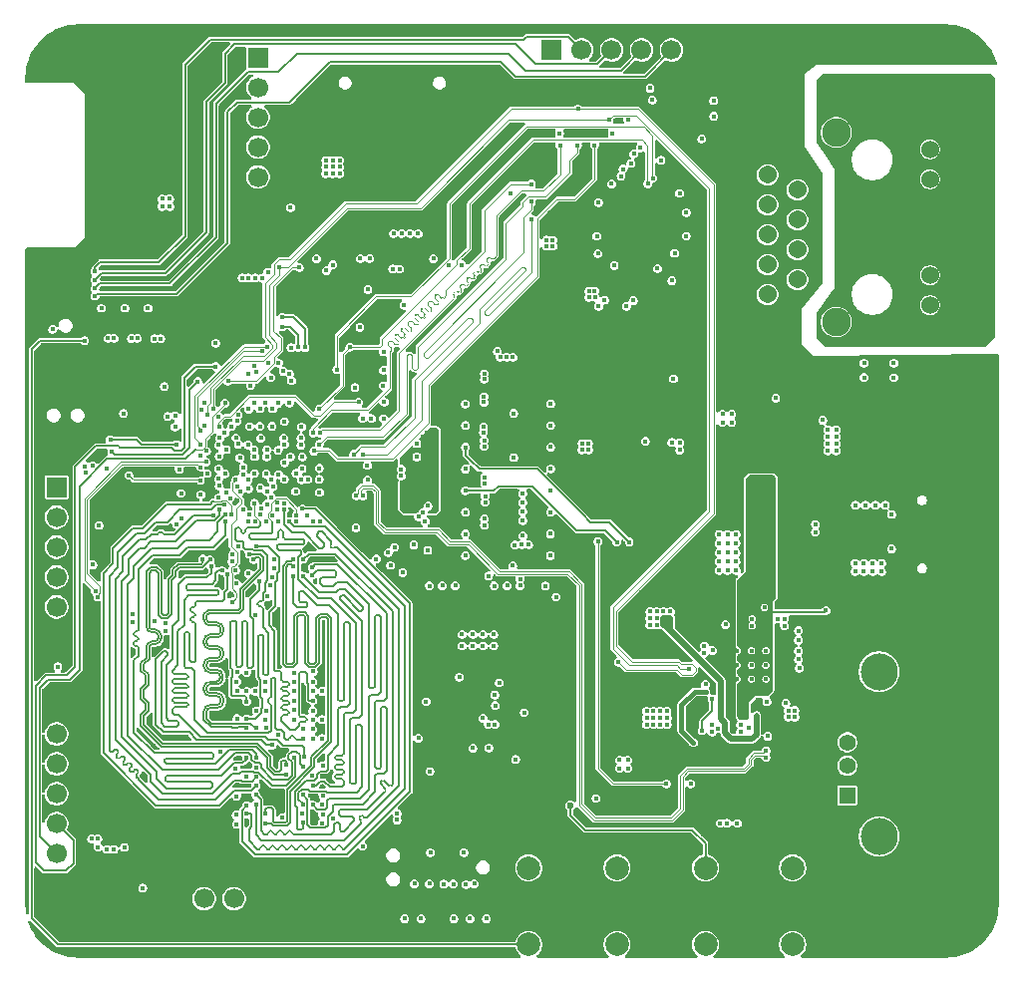
<source format=gbr>
%TF.GenerationSoftware,KiCad,Pcbnew,9.0.1*%
%TF.CreationDate,2026-01-05T16:28:52-05:00*%
%TF.ProjectId,Leonhart,4c656f6e-6861-4727-942e-6b696361645f,rev?*%
%TF.SameCoordinates,Original*%
%TF.FileFunction,Copper,L6,Inr*%
%TF.FilePolarity,Positive*%
%FSLAX46Y46*%
G04 Gerber Fmt 4.6, Leading zero omitted, Abs format (unit mm)*
G04 Created by KiCad (PCBNEW 9.0.1) date 2026-01-05 16:28:52*
%MOMM*%
%LPD*%
G01*
G04 APERTURE LIST*
%TA.AperFunction,HeatsinkPad*%
%ADD10O,2.100000X1.000000*%
%TD*%
%TA.AperFunction,HeatsinkPad*%
%ADD11O,1.600000X1.000000*%
%TD*%
%TA.AperFunction,ComponentPad*%
%ADD12R,1.400000X1.400000*%
%TD*%
%TA.AperFunction,ComponentPad*%
%ADD13C,1.400000*%
%TD*%
%TA.AperFunction,ComponentPad*%
%ADD14C,3.150000*%
%TD*%
%TA.AperFunction,ComponentPad*%
%ADD15C,1.540000*%
%TD*%
%TA.AperFunction,ComponentPad*%
%ADD16C,1.530000*%
%TD*%
%TA.AperFunction,ComponentPad*%
%ADD17C,2.445000*%
%TD*%
%TA.AperFunction,ComponentPad*%
%ADD18C,2.000000*%
%TD*%
%TA.AperFunction,ComponentPad*%
%ADD19R,1.700000X1.700000*%
%TD*%
%TA.AperFunction,ComponentPad*%
%ADD20C,1.700000*%
%TD*%
%TA.AperFunction,ViaPad*%
%ADD21C,0.450000*%
%TD*%
%TA.AperFunction,ViaPad*%
%ADD22C,0.400000*%
%TD*%
%TA.AperFunction,ViaPad*%
%ADD23C,0.600000*%
%TD*%
%TA.AperFunction,Conductor*%
%ADD24C,0.100000*%
%TD*%
%TA.AperFunction,Conductor*%
%ADD25C,0.500000*%
%TD*%
%TA.AperFunction,Conductor*%
%ADD26C,0.400000*%
%TD*%
%TA.AperFunction,Conductor*%
%ADD27C,0.200000*%
%TD*%
%TA.AperFunction,Conductor*%
%ADD28C,0.098800*%
%TD*%
%TA.AperFunction,Conductor*%
%ADD29C,0.150000*%
%TD*%
%TA.AperFunction,Conductor*%
%ADD30C,0.128800*%
%TD*%
%TA.AperFunction,Conductor*%
%ADD31C,0.081000*%
%TD*%
%TA.AperFunction,Conductor*%
%ADD32C,0.152400*%
%TD*%
G04 APERTURE END LIST*
D10*
%TO.N,GND*%
%TO.C,J6001*%
X199645000Y-130640000D03*
D11*
X203825000Y-130640000D03*
D10*
X199645000Y-122000000D03*
D11*
X203825000Y-122000000D03*
%TD*%
D12*
%TO.N,/USB and SD [6]/USB_A_VBUS*%
%TO.C,J6002*%
X193835000Y-148500000D03*
D13*
%TO.N,/USB and SD [6]/USB_A_DN*%
X193835000Y-146000000D03*
%TO.N,/USB and SD [6]/USB_A_DP*%
X193835000Y-144000000D03*
%TO.N,GND*%
X193835000Y-141500000D03*
D14*
%TO.N,N/C*%
X196545000Y-152000000D03*
X196545000Y-138000000D03*
%TD*%
D15*
%TO.N,unconnected-(U5001-VCC-Pad1)*%
%TO.C,U5001*%
X187060000Y-105980000D03*
%TO.N,/Ethernet [5]/ETH_MD0+*%
X189600000Y-104710000D03*
%TO.N,/Ethernet [5]/ETH_MD0-*%
X187060000Y-103440000D03*
%TO.N,/Ethernet [5]/ETH_MD1+*%
X189600000Y-102170000D03*
%TO.N,/Ethernet [5]/ETH_MD2+*%
X187060000Y-100900000D03*
%TO.N,/Ethernet [5]/ETH_MD2-*%
X189600000Y-99630000D03*
%TO.N,/Ethernet [5]/ETH_MD1-*%
X187060000Y-98360000D03*
%TO.N,/Ethernet [5]/ETH_MD3+*%
X189600000Y-97090000D03*
%TO.N,/Ethernet [5]/ETH_MD3-*%
X187060000Y-95820000D03*
%TO.N,GND*%
X189600000Y-94550000D03*
D16*
%TO.N,VDD_3V3*%
X200850000Y-93640000D03*
%TO.N,/Ethernet [5]/ETH_LED_GREEN_K*%
X200850000Y-96180000D03*
%TO.N,/Ethernet [5]/ETH_LED_YELLOW_K*%
X200850000Y-104350000D03*
%TO.N,VDD_3V3*%
X200850000Y-106890000D03*
D17*
%TO.N,N/C*%
X192900000Y-92215000D03*
X192900000Y-108315000D03*
%TD*%
D18*
%TO.N,GND*%
%TO.C,SW7001*%
X178780000Y-154675000D03*
X178780000Y-161175000D03*
%TO.N,PWR_BTN*%
X174280000Y-154675000D03*
X174280000Y-161175000D03*
%TD*%
%TO.N,GND*%
%TO.C,SW7003*%
X186300000Y-154675000D03*
X186300000Y-161175000D03*
%TO.N,USER_BTN*%
X181800000Y-154675000D03*
X181800000Y-161175000D03*
%TD*%
D19*
%TO.N,/Zigbee+Thread [2]/MGM_SPI0_MOSI*%
%TO.C,J2003*%
X143800000Y-85840000D03*
D20*
%TO.N,/Zigbee+Thread [2]/MGM_SPI0_MISO*%
X143800000Y-88380000D03*
%TO.N,/Zigbee+Thread [2]/MGM_SPI0_CLK*%
X143800000Y-90920000D03*
%TO.N,/Zigbee+Thread [2]/MGM_SPI0_CS*%
X143800000Y-93460000D03*
%TO.N,/Zigbee+Thread [2]/MGM_SPI0_IRQ*%
X143800000Y-96000000D03*
%TO.N,GND*%
X143800000Y-98540000D03*
%TD*%
D19*
%TO.N,/Host System [1]/SPI0_MOSI*%
%TO.C,J1004*%
X126700000Y-122340000D03*
D20*
%TO.N,/Host System [1]/SPI0_MISO*%
X126700000Y-124880000D03*
%TO.N,/Host System [1]/SPI0_CLK*%
X126700000Y-127420000D03*
%TO.N,/Host System [1]/SPI0_IRQ*%
X126700000Y-129960000D03*
%TO.N,/Host System [1]/SPI0_CS*%
X126700000Y-132500000D03*
%TO.N,GND*%
X126700000Y-135040000D03*
%TD*%
D18*
%TO.N,GND*%
%TO.C,SW7002*%
X193698402Y-154675000D03*
X193698402Y-161175000D03*
%TO.N,MCU_PORz*%
X189198402Y-154675000D03*
X189198402Y-161175000D03*
%TD*%
D19*
%TO.N,VDD_MGM*%
%TO.C,J2002*%
X168740000Y-85200000D03*
D20*
%TO.N,/Zigbee+Thread [2]/MGM_UART_TXD*%
X171280000Y-85200000D03*
%TO.N,/Zigbee+Thread [2]/MGM_UART_RXD*%
X173820000Y-85200000D03*
%TO.N,/Zigbee+Thread [2]/MGM_UART_RTSn*%
X176360000Y-85200000D03*
%TO.N,/Zigbee+Thread [2]/MGM_UART_CTSn*%
X178900000Y-85200000D03*
%TO.N,GND*%
X181440000Y-85200000D03*
%TD*%
D19*
%TO.N,GND*%
%TO.C,J1003*%
X136680000Y-157290000D03*
D20*
%TO.N,/Host System [1]/UART0_RXD_HEADER*%
X139220000Y-157290000D03*
%TO.N,/Host System [1]/UART0_TXD_HEADER*%
X141760000Y-157290000D03*
%TD*%
D18*
%TO.N,GND*%
%TO.C,SW7004*%
X171280000Y-154675000D03*
X171280000Y-161175000D03*
%TO.N,MGM_RESETn*%
X166780000Y-154675000D03*
X166780000Y-161175000D03*
%TD*%
D19*
%TO.N,GND*%
%TO.C,J1001*%
X126700000Y-140750000D03*
D20*
%TO.N,VDD_3V3*%
X126700000Y-143290000D03*
%TO.N,/Host System [1]/UART5_RXD*%
X126700000Y-145830000D03*
%TO.N,/Host System [1]/UART5_TXD*%
X126700000Y-148370000D03*
%TO.N,/Host System [1]/UART5_CTSn*%
X126700000Y-150910000D03*
%TO.N,/Host System [1]/UART5_RTSn*%
X126700000Y-153450000D03*
%TD*%
D21*
%TO.N,/Host System [1]/SOC_TCK*%
X158440000Y-153360000D03*
X160390000Y-156030000D03*
D22*
%TO.N,/Host System [1]/SOC_TDO*%
X138916774Y-120631772D03*
D21*
X130182899Y-131649604D03*
%TO.N,/Host System [1]/SOC_TMS*%
X162160000Y-156020000D03*
%TO.N,/Host System [1]/SOC_EMU1*%
X161460000Y-156070000D03*
X132840000Y-121330000D03*
D22*
X138916772Y-121798226D03*
D21*
%TO.N,ETH_INTn*%
X156209000Y-106884000D03*
X143008800Y-115713016D03*
X182495000Y-89515000D03*
%TO.N,/Host System [1]/SOC_TRST#*%
X159570000Y-156050000D03*
%TO.N,/Host System [1]/SOC_TDI*%
X130910000Y-120751000D03*
X158340000Y-156010000D03*
X129773000Y-128920000D03*
%TO.N,VDDA_CORE_CSI*%
X162988200Y-115120600D03*
X162988200Y-114650800D03*
X146547845Y-119749932D03*
%TO.N,VDD_1V8*%
X186125000Y-141770000D03*
X166050000Y-130120000D03*
X152675000Y-116510000D03*
X162050000Y-144495000D03*
X171900000Y-105690000D03*
X163400000Y-144475000D03*
X178940000Y-118550000D03*
X140440000Y-121645000D03*
X146048686Y-116759500D03*
X178825000Y-133469446D03*
X174500000Y-145500000D03*
X164360000Y-111300000D03*
X177650000Y-132894446D03*
X172400000Y-106200000D03*
X161808000Y-158980000D03*
X129192157Y-121132157D03*
X179610000Y-118550000D03*
X177650000Y-134044446D03*
X172390000Y-105690000D03*
X178800000Y-134044446D03*
X177075000Y-134044446D03*
X160550000Y-130705000D03*
X141544501Y-117166314D03*
X164130000Y-110790000D03*
X144943281Y-123175887D03*
X165440000Y-111300000D03*
X163196000Y-158980000D03*
X160420000Y-158980000D03*
X158350000Y-130715000D03*
X177650000Y-133469446D03*
X177075000Y-133469446D03*
X129750000Y-120510000D03*
X152030000Y-113890000D03*
X143950827Y-117165829D03*
X159440000Y-130705000D03*
X152120000Y-125780000D03*
X175200000Y-145500000D03*
X179610000Y-119185000D03*
X178225000Y-134044446D03*
X164280000Y-138955000D03*
X129070000Y-120550000D03*
X164950000Y-130705000D03*
X164910000Y-111300000D03*
X179080000Y-113120000D03*
X147496200Y-117219616D03*
X175200000Y-146200000D03*
X178825000Y-132894446D03*
X182500000Y-90830000D03*
X147449919Y-118764271D03*
X166050000Y-130695000D03*
X140451205Y-120774795D03*
X156256000Y-158980000D03*
X174500000Y-146200000D03*
X161276000Y-153360000D03*
X178225000Y-132894446D03*
X126800000Y-137600000D03*
X165670000Y-145465000D03*
X165430000Y-128990000D03*
X178225000Y-133469446D03*
X157644000Y-158980000D03*
X158080000Y-140545000D03*
X163860000Y-130715000D03*
X171910000Y-106200000D03*
X177075000Y-132894446D03*
X187080000Y-143480000D03*
D22*
%TO.N,/Host System [1]/SOC_EMU0*%
X139424654Y-120197784D03*
D21*
X157070000Y-156010000D03*
X129976000Y-131140000D03*
%TO.N,VDDA_1V8_CSIRX*%
X162939600Y-117679800D03*
X162950000Y-117226200D03*
X147553149Y-119768147D03*
%TO.N,VDDR_CORE*%
X188825000Y-141850000D03*
X188825000Y-141300000D03*
X157750000Y-118070000D03*
X189375000Y-141850000D03*
X158060000Y-118970000D03*
X158150000Y-118440000D03*
X143480000Y-119170016D03*
X156920000Y-123630000D03*
X142550174Y-120657526D03*
X142120000Y-118675000D03*
X158110000Y-117710000D03*
X144553000Y-119152403D03*
X189375000Y-141300000D03*
X156930000Y-124210000D03*
X146048360Y-120256058D03*
X157510000Y-123614500D03*
X144500000Y-121205000D03*
X144955390Y-121725034D03*
X156310000Y-123640000D03*
%TO.N,VDD_CORE*%
X184400000Y-129400000D03*
X143500000Y-121168503D03*
X157430000Y-124840000D03*
X144040000Y-118168489D03*
X157820000Y-124470000D03*
X141125002Y-122782707D03*
X182950000Y-127900000D03*
X146055117Y-118704691D03*
X182950000Y-127100000D03*
X184030000Y-116130000D03*
X182950000Y-128650000D03*
X132480000Y-107130000D03*
X144000000Y-122399000D03*
X157990000Y-125240000D03*
X184400000Y-127100000D03*
X182950000Y-129400000D03*
X183675000Y-129400000D03*
X184400000Y-128650000D03*
X142256990Y-119832103D03*
X145544500Y-121263686D03*
X184400000Y-127900000D03*
X183675000Y-127100000D03*
X165612600Y-127234800D03*
X144549000Y-119753000D03*
X145982486Y-118168164D03*
X183240000Y-116840000D03*
X183675000Y-128650000D03*
X183500000Y-134000000D03*
X182950000Y-126340000D03*
X183240000Y-116130000D03*
X165500000Y-119825000D03*
X158240000Y-123930000D03*
X183675000Y-127900000D03*
X166293000Y-126457200D03*
X142959988Y-118732418D03*
X147000000Y-122700016D03*
X166195800Y-127218600D03*
X166779000Y-127218600D03*
X183675000Y-126340000D03*
X184030000Y-116830000D03*
X142544500Y-121223786D03*
X184400000Y-126340000D03*
X165510000Y-116060000D03*
%TO.N,VDDA_PLL0*%
X146046162Y-121676121D03*
X163020600Y-125015400D03*
X163020600Y-125566200D03*
%TO.N,VSYS_5V*%
X196225000Y-123875000D03*
X181800000Y-139700000D03*
X183625000Y-150875000D03*
X196000000Y-129500000D03*
X185750000Y-134100000D03*
X197075000Y-123875000D03*
X192190625Y-118050000D03*
X157280000Y-118640000D03*
X192890625Y-118650000D03*
X192890625Y-118050000D03*
X192890625Y-119250000D03*
X181700000Y-135825000D03*
X192890625Y-117450000D03*
X195250000Y-128800000D03*
X196750000Y-128800000D03*
X196000000Y-128800000D03*
X196750000Y-129500000D03*
X181800000Y-139075000D03*
X192190625Y-117450000D03*
X194500000Y-129500000D03*
X181680000Y-136400000D03*
X185750000Y-133500000D03*
X189775000Y-137700000D03*
X195250000Y-129500000D03*
X195375000Y-123875000D03*
X180770000Y-144030000D03*
X194500000Y-128800000D03*
X183050000Y-150875000D03*
X194525000Y-123875000D03*
X192190625Y-118650000D03*
X192190625Y-119250000D03*
%TO.N,VDD_3V3*%
X185540625Y-122950000D03*
X150720000Y-95140000D03*
X187490625Y-122300000D03*
X147549171Y-120764172D03*
X150130000Y-95140000D03*
X132460000Y-152930000D03*
X186190625Y-121650000D03*
X146570000Y-98580000D03*
X172660000Y-102500000D03*
X142450000Y-104560000D03*
X187490625Y-123600000D03*
X150130000Y-94570000D03*
X181480000Y-92760000D03*
X144630000Y-104050000D03*
X185540625Y-122300000D03*
X186190625Y-122950000D03*
D22*
X142060000Y-122259500D03*
D21*
X171870000Y-118610000D03*
X186190625Y-123600000D03*
X187490625Y-121650000D03*
X142990000Y-104580000D03*
X149600000Y-103945000D03*
X149550000Y-95140000D03*
X184805000Y-141770000D03*
X150720000Y-95710000D03*
X185540625Y-123600000D03*
X171870000Y-119160000D03*
X175660000Y-106490000D03*
X149550000Y-95710000D03*
X166400000Y-141475000D03*
X130200000Y-152190000D03*
X186800000Y-133500000D03*
X150720000Y-94570000D03*
X192030000Y-132800000D03*
X187765625Y-114775000D03*
X143080000Y-117173264D03*
X171310000Y-119160000D03*
X130210000Y-152910000D03*
X186840625Y-123600000D03*
X171310000Y-118610000D03*
X129660000Y-152190000D03*
X144140000Y-104590000D03*
X143560000Y-104580000D03*
X185540625Y-121650000D03*
X146600000Y-110500000D03*
X140497800Y-119714416D03*
X173220000Y-106450000D03*
X186840625Y-122300000D03*
X186190625Y-122300000D03*
X186840625Y-122950000D03*
X140200000Y-110100000D03*
X163900000Y-139975000D03*
X186840625Y-121650000D03*
X132380000Y-116080000D03*
X187490625Y-122950000D03*
X149550000Y-94570000D03*
X150130000Y-95710000D03*
%TO.N,VDDA_1V8*%
X134460000Y-107130000D03*
X166276800Y-125175000D03*
X184790000Y-142520000D03*
X185450000Y-142760000D03*
X163380000Y-129891000D03*
X140460140Y-118763252D03*
X166276800Y-123643000D03*
X166276800Y-122877000D03*
X145082377Y-122275656D03*
X130500000Y-107130000D03*
X184790000Y-143090000D03*
D22*
X141446548Y-123257198D03*
D21*
X166276800Y-124409000D03*
%TO.N,VDD_1V2*%
X145553492Y-143339984D03*
X133170000Y-133120000D03*
X177950000Y-142500000D03*
X149233492Y-143675000D03*
X177375000Y-141925000D03*
X135000000Y-133695000D03*
X149233492Y-142075000D03*
X149320000Y-148555000D03*
X176800000Y-141925000D03*
X178525000Y-141350000D03*
X148412216Y-146858708D03*
X141930000Y-150165000D03*
X177950000Y-141925000D03*
X177950000Y-141350000D03*
X147570000Y-150065000D03*
X176800000Y-142500000D03*
X142989471Y-122464471D03*
X141961746Y-150946746D03*
X145876000Y-150392000D03*
X178550000Y-142500000D03*
X142830000Y-146899700D03*
X148433492Y-143675000D03*
X133140000Y-133755000D03*
X142015717Y-141969283D03*
X141970000Y-148585000D03*
X149233492Y-150875000D03*
X149252911Y-149299700D03*
X176800000Y-141350000D03*
X135970000Y-134545000D03*
X143645087Y-146146799D03*
X142013892Y-137989575D03*
X141910000Y-146245000D03*
X149233492Y-139675000D03*
X177375000Y-141350000D03*
X144540000Y-122675000D03*
X149280000Y-145985000D03*
X178550000Y-141925000D03*
X177375000Y-142500000D03*
X135970000Y-133885000D03*
X140600000Y-144800000D03*
X143579300Y-133210000D03*
%TO.N,ETH_RSTn*%
X168650000Y-115250000D03*
X143150000Y-113700000D03*
X175200000Y-91150000D03*
%TO.N,/Host System [1]/UART0_RXD*%
X130990000Y-153100000D03*
X138946850Y-119661853D03*
%TO.N,VDDA_1V8_OLDI*%
X163085400Y-123600000D03*
X163085400Y-123120000D03*
X147470000Y-121700016D03*
%TO.N,SD_PWR_EN*%
X147300000Y-103675000D03*
X141250000Y-113325000D03*
%TO.N,ETH_MDIO*%
X176916750Y-96550000D03*
X148993000Y-115717000D03*
X151600000Y-110450000D03*
D22*
%TO.N,/Host System [1]/MCU_RESETZ*%
X139503401Y-121179282D03*
D21*
%TO.N,VDDA_1V8_USB*%
X163036800Y-122004800D03*
X148026574Y-121678190D03*
X163036800Y-121535000D03*
%TO.N,/Host System [1]/MCU_RESETSTATz*%
X137115000Y-120833000D03*
X130300000Y-125585000D03*
%TO.N,/Host System [1]/RESET_REQZ*%
X140439013Y-116333095D03*
%TO.N,/Host System [1]/BOOTMODE11*%
X145040000Y-115675000D03*
X161420000Y-122628776D03*
X174260000Y-126990000D03*
%TO.N,EXTINTn*%
X138949751Y-118730035D03*
X189700000Y-136250000D03*
X144550000Y-110400000D03*
%TO.N,RESETSTATz*%
X145575000Y-103675000D03*
X180400000Y-137750000D03*
X173600000Y-91150000D03*
X157425000Y-143650000D03*
X139995600Y-115713016D03*
%TO.N,/Host System [1]/BOOTMODE8*%
X161415000Y-128150000D03*
X144700000Y-111746172D03*
%TO.N,VDDA_1V8_MCU*%
X142953502Y-121714958D03*
X131070000Y-109690000D03*
X131580000Y-109690000D03*
%TO.N,/Host System [1]/BOOTMODE6*%
X143960000Y-115675000D03*
X168625000Y-126297347D03*
%TO.N,VDDA_CORE_USB*%
X147010000Y-121165000D03*
X163004400Y-118401000D03*
X163004400Y-118870800D03*
%TO.N,/Host System [1]/BOOTMODE2*%
X143629545Y-112527276D03*
X168650000Y-118932449D03*
%TO.N,/Host System [1]/BOOTMODE14*%
X161420000Y-117107551D03*
X146467164Y-112706866D03*
%TO.N,I2C0_SDA*%
X147800000Y-110460000D03*
X145860000Y-107900000D03*
X189700000Y-134525000D03*
%TO.N,MCU_PORz*%
X187010000Y-140555000D03*
%TO.N,/Host System [1]/BOOTMODE12*%
X146460000Y-115195000D03*
X161420000Y-120788367D03*
%TO.N,PMIC_LPM_EN0*%
X182400000Y-136200000D03*
X138945000Y-122965000D03*
X172500000Y-148770000D03*
%TO.N,VDD_CANUART*%
X133560000Y-109690000D03*
X140459912Y-123219516D03*
X133050000Y-109700000D03*
%TO.N,/Host System [1]/BOOTMODE5*%
X168635000Y-124456122D03*
X144450827Y-115165829D03*
%TO.N,ETH_MDC*%
X150500000Y-112350000D03*
X177327616Y-96077616D03*
%TO.N,/Host System [1]/BOOTMODE9*%
X144879500Y-113032660D03*
X161420000Y-126309592D03*
%TO.N,PORz_OUT*%
X170975000Y-90200000D03*
X139493400Y-116215216D03*
X174400000Y-137200000D03*
X158400000Y-146475000D03*
%TO.N,/Host System [1]/BOOTMODE15*%
X146650000Y-113300000D03*
X161410000Y-115267143D03*
%TO.N,GND*%
X144031534Y-118763524D03*
X143691170Y-140498984D03*
X150960000Y-110460000D03*
X151390000Y-154260000D03*
X148490000Y-110460000D03*
X160531814Y-102143186D03*
X130000000Y-158200000D03*
X176310000Y-101210000D03*
X135970000Y-143600000D03*
X179980000Y-139780000D03*
D23*
X160100000Y-149200000D03*
D21*
X200500000Y-126350000D03*
X130240000Y-130030000D03*
X180600000Y-140825000D03*
X145000000Y-161770000D03*
X146650000Y-97780000D03*
X142833492Y-150875000D03*
X147998400Y-116733616D03*
X138160000Y-100650000D03*
X164390000Y-144485000D03*
X155000000Y-161770000D03*
X155000000Y-115900000D03*
X189590625Y-118160000D03*
X184475000Y-138625000D03*
X162780000Y-144725000D03*
X150000000Y-113365000D03*
X129250000Y-152910000D03*
X130622843Y-104602843D03*
X132800000Y-155200000D03*
X155000000Y-114600000D03*
X138140000Y-106800000D03*
X200500000Y-127350000D03*
X201500000Y-161770000D03*
X180500000Y-118800000D03*
X176325000Y-144150000D03*
X205750000Y-116500000D03*
X165275000Y-98825000D03*
X134000000Y-99250000D03*
X141946852Y-119268147D03*
X164110000Y-137025000D03*
X149500000Y-104790000D03*
X130620000Y-105460000D03*
X130600000Y-103660000D03*
X167700000Y-98100000D03*
X141530000Y-120675000D03*
X141203492Y-137988984D03*
X204000000Y-114500000D03*
X168670000Y-132200000D03*
X131320000Y-110350000D03*
X135000000Y-97000000D03*
X137760000Y-143600000D03*
X201000000Y-114500000D03*
X136000000Y-90750000D03*
X162910828Y-141413605D03*
X176325000Y-131269446D03*
X141549500Y-131455000D03*
X188530000Y-142820000D03*
X136870000Y-143610000D03*
X186925000Y-136225000D03*
X153600000Y-151900000D03*
X160000000Y-161770000D03*
X186200000Y-94400000D03*
X164820000Y-136280000D03*
X134000000Y-102250000D03*
X143453000Y-130908000D03*
X186925000Y-138625000D03*
X189590625Y-118710000D03*
X130200000Y-132910000D03*
D23*
X168000000Y-156500000D03*
X178000000Y-156500000D03*
D21*
X187480000Y-141900000D03*
X135000000Y-83500000D03*
X139941085Y-118156082D03*
X186200000Y-89350000D03*
X142033492Y-141275000D03*
X141040000Y-116790000D03*
D22*
X142042783Y-123507049D03*
D21*
X132900000Y-159400000D03*
X149271091Y-147726243D03*
X131500000Y-125300000D03*
X150700000Y-102145000D03*
X173500000Y-127000000D03*
X131050000Y-128700000D03*
X178200000Y-106500000D03*
X180900000Y-127800000D03*
X176750000Y-109420000D03*
X166900000Y-145460000D03*
X135000000Y-99250000D03*
X132750000Y-124080000D03*
X139487000Y-123246000D03*
X143040000Y-123175000D03*
X135650000Y-116780000D03*
X159026000Y-159000000D03*
X200500000Y-125350000D03*
X160122461Y-119680000D03*
X180425000Y-122345000D03*
X168109000Y-104994000D03*
X126100000Y-115000000D03*
X180600000Y-134825000D03*
X131000000Y-102250000D03*
X177325000Y-131869446D03*
X160900000Y-143475000D03*
X190725000Y-138494446D03*
X150880000Y-119390000D03*
X180000000Y-139270000D03*
X174789076Y-94275600D03*
X187915000Y-132549446D03*
X133290000Y-110340000D03*
X166420000Y-140565000D03*
X145910000Y-154290000D03*
X148052536Y-118667271D03*
X159770000Y-117350000D03*
X130620000Y-106340000D03*
X147880000Y-104090000D03*
X124500000Y-87750000D03*
X186000000Y-83500000D03*
X155350000Y-128375000D03*
X152460000Y-154200000D03*
X143594000Y-138839000D03*
X128500000Y-87750000D03*
X182440000Y-92760000D03*
X144509318Y-120639590D03*
X185700000Y-138625000D03*
X168790000Y-130240000D03*
X148433492Y-150075000D03*
X152900000Y-125790000D03*
X144014746Y-123265239D03*
X138140000Y-89350000D03*
X154750000Y-126600000D03*
X177325000Y-143550000D03*
X185700000Y-137450000D03*
X176310000Y-100010500D03*
X152930000Y-115120000D03*
X125500000Y-156500000D03*
X134980000Y-136495000D03*
X159970000Y-118040000D03*
X143370000Y-107050000D03*
X157200000Y-144400000D03*
X134000000Y-90750000D03*
X136500000Y-97000000D03*
X174490000Y-106490000D03*
X149970000Y-154250000D03*
X132000000Y-90750000D03*
X139460000Y-105380000D03*
X133110000Y-124460000D03*
X174975000Y-120245000D03*
X141575198Y-115566524D03*
X140780000Y-109590000D03*
X131050000Y-127600000D03*
X147325373Y-123300261D03*
X180900000Y-128800000D03*
X133000000Y-90750000D03*
X189590625Y-119260000D03*
X136050000Y-129700000D03*
X133750000Y-86250000D03*
X132000000Y-157300000D03*
X161300000Y-97910000D03*
X141980000Y-145365000D03*
X131900166Y-122920166D03*
D23*
X193000000Y-156500000D03*
D21*
X146480000Y-124695000D03*
X135788000Y-125731200D03*
X176325000Y-143550000D03*
X164830000Y-135200000D03*
X148049173Y-118165829D03*
X183175000Y-96400000D03*
X159820000Y-125140000D03*
X188510000Y-143430000D03*
X150000000Y-83500000D03*
X176825000Y-143850000D03*
X145500000Y-149870000D03*
X147691000Y-141277000D03*
X140000000Y-83500000D03*
X148433491Y-148561035D03*
X199250000Y-116250000D03*
X184710000Y-144317600D03*
X144035070Y-121714421D03*
X149233492Y-146875000D03*
X136000000Y-135750000D03*
X180425000Y-121245000D03*
X147653492Y-139679984D03*
X134940000Y-110300000D03*
X178500000Y-148300000D03*
X164900000Y-142445000D03*
X139100000Y-151800000D03*
X167700000Y-96600000D03*
X181100000Y-140825000D03*
X170910000Y-92370000D03*
X144853000Y-132230000D03*
X150868000Y-122759000D03*
X163008000Y-111631000D03*
X141370000Y-152080000D03*
X150880000Y-125785000D03*
X149233492Y-145275000D03*
X160630000Y-139640000D03*
X132300000Y-125300000D03*
X130000000Y-161770000D03*
X152680000Y-113720000D03*
X168550000Y-103265000D03*
X141485409Y-119800387D03*
X180225000Y-145119446D03*
X130140000Y-146500000D03*
X180600000Y-134325000D03*
X132500000Y-86250000D03*
X130202000Y-134027000D03*
X168150000Y-107090000D03*
X126500000Y-87750000D03*
X142860000Y-128555000D03*
X171300000Y-117600000D03*
X164840000Y-139975000D03*
X126020000Y-137590000D03*
X149600000Y-102145000D03*
X130140000Y-143500000D03*
X147650500Y-129135000D03*
X148464771Y-122819418D03*
X186925000Y-137450000D03*
X132000000Y-99250000D03*
X148658800Y-130325510D03*
X145554984Y-120627677D03*
X148740000Y-115180000D03*
X169875000Y-103260000D03*
X164140000Y-94930000D03*
X201000000Y-83500000D03*
X130000000Y-83500000D03*
X157510000Y-95880000D03*
X133100000Y-125300000D03*
X145490000Y-116625000D03*
D23*
X189960000Y-147210000D03*
D21*
X175110000Y-100000000D03*
X184060000Y-142830000D03*
X156526000Y-153100000D03*
X155510000Y-105160000D03*
D23*
X182500000Y-156500000D03*
D21*
X150000000Y-161770000D03*
X129500000Y-92500000D03*
X129500000Y-91250000D03*
X142220000Y-102800000D03*
X181500000Y-127800000D03*
X159226000Y-152900000D03*
X176315000Y-116871000D03*
X139490000Y-122685000D03*
X184475000Y-137450000D03*
X143500000Y-116675000D03*
X125500000Y-87750000D03*
X140575000Y-130035000D03*
X149233492Y-140475000D03*
X176310000Y-98800000D03*
D23*
X164980000Y-149220000D03*
D21*
X178140000Y-96580000D03*
X172070000Y-104980000D03*
X142833492Y-146075000D03*
X124500000Y-102250000D03*
X191000000Y-83500000D03*
X200500000Y-124350000D03*
X157200000Y-146600000D03*
X129500000Y-97500000D03*
X134970000Y-144300000D03*
X180600000Y-141325000D03*
X188265625Y-117600000D03*
X159830000Y-123630000D03*
X173870000Y-106490000D03*
D23*
X190950000Y-147210000D03*
D21*
X159830000Y-124330000D03*
X136480000Y-125890000D03*
X145975000Y-144825000D03*
X140820000Y-103950000D03*
X150681734Y-107933834D03*
X181500000Y-128800000D03*
X148390000Y-102320000D03*
X145040000Y-118150016D03*
X186800000Y-132540000D03*
X168740000Y-93500000D03*
X154840000Y-123630000D03*
X160240000Y-136310000D03*
X162890000Y-140475000D03*
X140670000Y-111610000D03*
X126100000Y-112400000D03*
X172500000Y-149500000D03*
X134225000Y-118300000D03*
X162250000Y-101610000D03*
X129500000Y-93750000D03*
X142560000Y-116750016D03*
X129500000Y-98750000D03*
X142970656Y-120215000D03*
X160000000Y-83500000D03*
X177530000Y-98800000D03*
X139360000Y-129455000D03*
X176825000Y-131569446D03*
X131300000Y-123160000D03*
X161380000Y-95950000D03*
X133140000Y-136475000D03*
X196500000Y-161770000D03*
X173800000Y-136700000D03*
X176250000Y-88370000D03*
X200500000Y-128350000D03*
X183890000Y-141610000D03*
X135000000Y-150000000D03*
X142500000Y-153300000D03*
X144859000Y-148369000D03*
X159440000Y-102145000D03*
X133900000Y-125300000D03*
X142820000Y-147710100D03*
X147970000Y-154280000D03*
X195280000Y-126730000D03*
X148433492Y-150875000D03*
X135000000Y-90750000D03*
X161960000Y-133270000D03*
X179575000Y-96425000D03*
X180500000Y-148300000D03*
X152900000Y-102360000D03*
X129500000Y-96250000D03*
X135000000Y-161770000D03*
X174090000Y-96090000D03*
X145730000Y-148372000D03*
X152170000Y-105330000D03*
X155350000Y-113250000D03*
X142033492Y-149275000D03*
X196000000Y-83500000D03*
D23*
X175500000Y-156500000D03*
X190000000Y-156500000D03*
D21*
X138000000Y-113365000D03*
X186975000Y-141650789D03*
X177000000Y-117870000D03*
X163358883Y-138975420D03*
X146035000Y-122290016D03*
X133510000Y-121330000D03*
X153750000Y-104770000D03*
X174400000Y-93300000D03*
X148500000Y-121210016D03*
X151800000Y-102145000D03*
X148900000Y-105500000D03*
X146460000Y-112110000D03*
X143940000Y-102180000D03*
X149233492Y-142875000D03*
X171000000Y-89540000D03*
X140015423Y-120200593D03*
X172390000Y-92370000D03*
X157900000Y-127100000D03*
X158662056Y-103487427D03*
X177530000Y-100010500D03*
X175480000Y-93390000D03*
X165000000Y-161770000D03*
X145350000Y-145225000D03*
X137500000Y-150000000D03*
X190230000Y-139920000D03*
X174410000Y-91220000D03*
X195280000Y-124820000D03*
X143039584Y-118175416D03*
X181100000Y-141325000D03*
X176820000Y-106500000D03*
X132574000Y-147804000D03*
X172000000Y-117600000D03*
X165000000Y-83500000D03*
X189620000Y-140210000D03*
X146990000Y-116705000D03*
X149350600Y-138840000D03*
X181200000Y-128300000D03*
X185450000Y-144320000D03*
X156900000Y-148600000D03*
X154030000Y-95890000D03*
X177530000Y-101210000D03*
X179200000Y-103425000D03*
X175470000Y-149960000D03*
X146440255Y-120779830D03*
X150960000Y-123485000D03*
X185700000Y-136225000D03*
D23*
X170500000Y-156500000D03*
D21*
X153980000Y-102145000D03*
X156541653Y-129141653D03*
X166150000Y-92980000D03*
X176325000Y-131869446D03*
X144010000Y-116255000D03*
X145165000Y-133115000D03*
X189675000Y-133469446D03*
X142033492Y-147675000D03*
X159490000Y-97840000D03*
X145040000Y-118730016D03*
X181100000Y-134825000D03*
X131000000Y-99250000D03*
X146546274Y-117241274D03*
X177325000Y-144150000D03*
X134071000Y-146858000D03*
X147000000Y-119210016D03*
X132360000Y-115380000D03*
X171300000Y-115300000D03*
X140000000Y-161770000D03*
X157280000Y-119760000D03*
X177325000Y-131269446D03*
X176975000Y-120895000D03*
X175110000Y-98789500D03*
X145336000Y-149063000D03*
D23*
X185500000Y-156500000D03*
D21*
X129500000Y-95000000D03*
X181100000Y-134325000D03*
X145000000Y-83500000D03*
X142822405Y-148575697D03*
X145165000Y-133895000D03*
X184170000Y-142080000D03*
X179000000Y-117750000D03*
X205500000Y-156000000D03*
X130140000Y-140500000D03*
X184475000Y-136225000D03*
X130200000Y-119346000D03*
X148016395Y-127444702D03*
X175110000Y-101210000D03*
X150860000Y-120325000D03*
X146660000Y-115755000D03*
X155000000Y-83500000D03*
%TO.N,/Host System [1]/BOOTMODE7*%
X145503600Y-115210816D03*
X168625000Y-128138571D03*
%TO.N,SD_VOLT_SEL*%
X189700000Y-136950000D03*
X144157221Y-110785000D03*
X138940000Y-117580000D03*
%TO.N,/Host System [1]/BOOTMODE10*%
X161415000Y-124469184D03*
X145550000Y-111800000D03*
D22*
%TO.N,/Host System [1]/UART0_TXD*%
X139450829Y-119264172D03*
D21*
X131540003Y-153100000D03*
%TO.N,/Host System [1]/BOOTMODE3*%
X143000000Y-112700000D03*
X168650000Y-120773673D03*
%TO.N,VDDA_PLL2*%
X143516163Y-119746163D03*
X135010000Y-109720000D03*
X135530000Y-109720000D03*
%TO.N,VDDSHV5_SDIO*%
X153130000Y-105540000D03*
X140548745Y-118165875D03*
%TO.N,/Host System [1]/BOOTMODE13*%
X175320000Y-126990000D03*
X145950000Y-112500000D03*
X161420000Y-118947959D03*
%TO.N,VDDA_PLL1*%
X145504984Y-119215000D03*
X163010000Y-113160000D03*
X163010000Y-112700000D03*
%TO.N,EMMC_RSTn*%
X143511000Y-115210816D03*
X168650000Y-117091224D03*
%TO.N,/Host System [1]/MCU_OSC0_XI*%
X136880000Y-125470000D03*
%TO.N,DDR_VPP*%
X141995000Y-138836000D03*
X150170000Y-150500000D03*
X149296746Y-150138254D03*
%TO.N,DDR_VREFCA*%
X152680000Y-152820000D03*
%TO.N,VDD1V0_ETH*%
X168300000Y-101350000D03*
X168830000Y-101350000D03*
X168830000Y-101860000D03*
X180170000Y-101010000D03*
X172700000Y-98164314D03*
X168300000Y-101860000D03*
X177720000Y-103770000D03*
X180160000Y-99007000D03*
%TO.N,VDD3V3_ETH*%
X179600000Y-97375000D03*
X179170000Y-102465000D03*
X177275000Y-89450000D03*
%TO.N,VDD1V8_ETH*%
X173880000Y-92270000D03*
X178940000Y-104790000D03*
X169410000Y-92270000D03*
X172572000Y-101012000D03*
X152450000Y-108750000D03*
X165275000Y-97350000D03*
%TO.N,I2C0_SCL*%
X145870000Y-108715000D03*
X147200000Y-110450000D03*
X189700000Y-135325000D03*
%TO.N,PWR_BTN*%
X181500000Y-143010000D03*
X182350000Y-140310000D03*
%TO.N,VDD_SD*%
X155810000Y-103810000D03*
X155240000Y-103810000D03*
X187900000Y-133510000D03*
X188490000Y-133520000D03*
X188500000Y-134120000D03*
%TO.N,VDD_2V5*%
X155600000Y-150600000D03*
X155600000Y-150050000D03*
X182350000Y-142550000D03*
X182350000Y-143130000D03*
X182860000Y-142840000D03*
%TO.N,/Host System [1]/UART0_RXD_HEADER*%
X134010000Y-156390000D03*
%TO.N,VDD_3V3_SD*%
X155300000Y-100800000D03*
X156000000Y-100800000D03*
X156700000Y-100800000D03*
X157400000Y-100800000D03*
%TO.N,/Host System [1]/MCU_OSC0_XO*%
X137260000Y-124990000D03*
%TO.N,/Host System [1]/BOOTMODE4*%
X143450000Y-112000000D03*
X168631720Y-122633178D03*
D23*
%TO.N,USER_BTN*%
X170320000Y-149370000D03*
D21*
%TO.N,CGND*%
X194250000Y-104250000D03*
X198000000Y-107500000D03*
X206000000Y-103750000D03*
X194000000Y-87750000D03*
X204000000Y-105750000D03*
X192000000Y-87750000D03*
X197000000Y-103750000D03*
X206000000Y-87750000D03*
X193500000Y-97750000D03*
X205000000Y-109750000D03*
X194000000Y-89750000D03*
X196000000Y-87750000D03*
X194750000Y-90500000D03*
X198000000Y-87750000D03*
X193000000Y-89750000D03*
X206000000Y-97750000D03*
X202000000Y-87750000D03*
X197000000Y-97000000D03*
X197750000Y-92750000D03*
X195250000Y-91250000D03*
X195000000Y-109750000D03*
X198250000Y-95250000D03*
X206000000Y-91750000D03*
X204000000Y-89750000D03*
X193750000Y-106750000D03*
X193500000Y-105750000D03*
X204000000Y-107750000D03*
X206000000Y-101750000D03*
X206000000Y-95750000D03*
X194250000Y-96500000D03*
X193500000Y-103750000D03*
X195000000Y-108750000D03*
X204000000Y-91750000D03*
X195250000Y-92250000D03*
X193500000Y-101750000D03*
X197750000Y-104500000D03*
X197000000Y-108750000D03*
X195500000Y-97000000D03*
X193500000Y-95750000D03*
X206000000Y-89750000D03*
X197750000Y-96250000D03*
X196500000Y-92250000D03*
X193500000Y-94250000D03*
X197000000Y-109750000D03*
X195500000Y-103750000D03*
X192000000Y-89750000D03*
X206000000Y-105750000D03*
X206000000Y-107750000D03*
X192500000Y-106500000D03*
X198250000Y-93750000D03*
X206000000Y-93750000D03*
X193500000Y-99750000D03*
X198250000Y-105750000D03*
X206000000Y-99750000D03*
X204000000Y-87750000D03*
X200000000Y-87750000D03*
X206000000Y-101750000D03*
%TO.N,/Host System [1]/SoC_CLKIN*%
X176700000Y-118430000D03*
%TO.N,VDD_MGM*%
X135650000Y-98500000D03*
X136300000Y-98500000D03*
X126370000Y-108930000D03*
X135650000Y-97850000D03*
X136300000Y-97850000D03*
%TO.N,MGM_RESETn*%
X129080000Y-109900000D03*
%TO.N,/Power Circuitry [3]/CAP_VDDS0*%
X141113591Y-119150431D03*
D22*
%TO.N,/Power Circuitry [3]/CAP_VDDS1*%
X141922442Y-118137440D03*
D21*
%TO.N,/Power Circuitry [3]/CAP_VDDS2*%
X147444981Y-118165153D03*
%TO.N,/Power Circuitry [3]/CAP_VDDS3*%
X144992999Y-117168448D03*
%TO.N,/Power Circuitry [3]/CAP_VDDS4*%
X146046586Y-123706046D03*
%TO.N,/Power Circuitry [3]/CAP_VDDS5*%
X140976652Y-117728348D03*
%TO.N,/Power Circuitry [3]/CAP_VDDS6*%
X142000000Y-116735000D03*
%TO.N,/Power Circuitry [3]/CAP_VDDS_MCU*%
X141010000Y-121210016D03*
%TO.N,/Power Circuitry [3]/CAP_VDDS_CANUART*%
X140497724Y-122222234D03*
%TO.N,/Ethernet [5]/ETH_PHYRSTB*%
X178025000Y-94575000D03*
%TO.N,/USB and SD [6]/EMMC_VDDI*%
X160900000Y-138465000D03*
%TO.N,/USB and SD [6]/EMMC_RST_N*%
X162900000Y-141955000D03*
%TO.N,/USB and SD [6]/SD_D2*%
X161090000Y-103450000D03*
X139000000Y-115730000D03*
%TO.N,/USB and SD [6]/SD_D3*%
X159990000Y-103520000D03*
X139240000Y-115150000D03*
%TO.N,/USB and SD [6]/SD_CMD*%
X158690000Y-102930000D03*
X136760000Y-116260000D03*
%TO.N,/USB and SD [6]/SD_CLK*%
X153290000Y-102920000D03*
X135850000Y-113790000D03*
%TO.N,/USB and SD [6]/SD_D0*%
X152480000Y-102920000D03*
X136120000Y-116330000D03*
%TO.N,/USB and SD [6]/SD_D1*%
X136760000Y-117210000D03*
X150150000Y-103450000D03*
%TO.N,/USB and SD [6]/SD_CD*%
X139262983Y-117134820D03*
X148770000Y-102930000D03*
%TO.N,/USB and SD [6]/USB_C_CC1*%
X197600000Y-127570000D03*
%TO.N,/USB and SD [6]/USB_C_CC2*%
X197590000Y-124650000D03*
%TO.N,/USB and SD [6]/USB0_DN*%
X155958000Y-121378500D03*
X191128000Y-126150100D03*
%TO.N,/USB and SD [6]/USB0_DP*%
X191128000Y-125489900D03*
X155958000Y-120801500D03*
%TO.N,/USB and SD [6]/USB1_DP*%
X186933000Y-144711500D03*
X152131500Y-123051000D03*
%TO.N,/USB and SD [6]/USB1_DN*%
X152708500Y-123051000D03*
X186933000Y-145288500D03*
%TO.N,/Ethernet [5]/ETH_INTB*%
X174050000Y-103500000D03*
X177090000Y-88450000D03*
%TO.N,/Power Circuitry [3]/VDDA_SYS_MON*%
X141600000Y-132075000D03*
D22*
X141904578Y-121690000D03*
%TO.N,/Power Circuitry [3]/VDD_SoC_VPP*%
X142263377Y-122737693D03*
D21*
X137260000Y-122850000D03*
%TO.N,/Power Circuitry [3]/VDD_3V3_EN*%
X188625000Y-140675000D03*
X191750000Y-116650000D03*
%TO.N,/Memory [4]/DDR_CLKP*%
X143051747Y-128018769D03*
X143633493Y-142788964D03*
%TO.N,/Memory [4]/DDR_CLKN*%
X142819485Y-142806035D03*
X143410500Y-128470016D03*
%TO.N,/Memory [4]/DDR_ALERTn*%
X142032492Y-139679984D03*
X145500000Y-125220016D03*
%TO.N,/Ethernet [5]/ETH_RD3*%
X148552787Y-119265016D03*
X172380000Y-93290000D03*
%TO.N,/Ethernet [5]/ETH_RD1*%
X169440000Y-93290000D03*
X149031594Y-117714802D03*
%TO.N,/Ethernet [5]/ETH_RD0*%
X167020000Y-96590000D03*
X148474673Y-117724302D03*
%TO.N,/Ethernet [5]/ETH_RD2*%
X170920000Y-93290000D03*
X149000000Y-118715000D03*
%TO.N,/Ethernet [5]/ETH_RXC*%
X167020000Y-99570000D03*
X152710000Y-119530000D03*
%TO.N,/Ethernet [5]/ETH_RX_CTL*%
X167020000Y-98100000D03*
X151930000Y-119540000D03*
%TO.N,/Ethernet [5]/ETH_PHY_TD0*%
X154450000Y-112400000D03*
X174800000Y-95325000D03*
%TO.N,/Ethernet [5]/ETH_PHY_TD1*%
X175475000Y-94850000D03*
X154462300Y-110850000D03*
%TO.N,/Ethernet [5]/ETH_PHY_TD2*%
X175700000Y-94025000D03*
X154450000Y-116500000D03*
%TO.N,/Ethernet [5]/ETH_PHY_TD3*%
X176275000Y-93500000D03*
X153425000Y-116512300D03*
%TO.N,/Ethernet [5]/ETH_PHY_TXC*%
X154525000Y-115100000D03*
X173825000Y-96575000D03*
%TO.N,/Ethernet [5]/ETH_PHY_TX_CTL*%
X154425000Y-113700000D03*
X174625000Y-95925000D03*
%TO.N,/Ethernet [5]/ETH_CFG_EXIT{slash}LED0*%
X195260000Y-113020000D03*
X172730000Y-106970000D03*
%TO.N,/Ethernet [5]/ETH_CFG_LDO1{slash}LED2*%
X195260000Y-111800000D03*
X175070000Y-106970000D03*
%TO.N,/Ethernet [5]/ETH_LED_GREEN_K*%
X197790000Y-113030000D03*
%TO.N,/Ethernet [5]/ETH_LED_YELLOW_K*%
X197790000Y-111800000D03*
%TO.N,/USB and SD [6]/EMMC_CLK*%
X153850000Y-128425000D03*
X163920000Y-142485000D03*
%TO.N,/USB and SD [6]/USB0_VBUS*%
X153080000Y-120495000D03*
X149002800Y-120718816D03*
%TO.N,/USB and SD [6]/EMMC_D7*%
X163830000Y-134835000D03*
X157025000Y-127225000D03*
%TO.N,/USB and SD [6]/EMMC_D6*%
X149036772Y-125226060D03*
X162900000Y-134835000D03*
%TO.N,/USB and SD [6]/EMMC_D5*%
X162040000Y-134835000D03*
X155390000Y-127445000D03*
%TO.N,/USB and SD [6]/EMMC_D4*%
X154850000Y-127895000D03*
X161130000Y-134835000D03*
%TO.N,/USB and SD [6]/EMMC_D3*%
X161130000Y-135815000D03*
X147980000Y-124705000D03*
%TO.N,/USB and SD [6]/EMMC_D2*%
X148470000Y-125225000D03*
X163830000Y-135815000D03*
%TO.N,/USB and SD [6]/EMMC_D1*%
X156090000Y-129572800D03*
X162900000Y-135815000D03*
%TO.N,/USB and SD [6]/EMMC_D0*%
X155050000Y-128975000D03*
X162040000Y-135815000D03*
%TO.N,/USB and SD [6]/EMMC_CMD*%
X163350000Y-142475000D03*
X147027807Y-125259754D03*
X158213000Y-127700000D03*
%TO.N,/USB and SD [6]/USB0_RCALIB*%
X153090000Y-121726000D03*
%TO.N,/USB and SD [6]/USB1_RCALIB*%
X149020000Y-122775000D03*
%TO.N,/USB and SD [6]/EMMC_DS*%
X163940000Y-140895000D03*
%TO.N,/USB and SD [6]/USB1_VBUS*%
X149000000Y-121670500D03*
X184490000Y-150890000D03*
X169110000Y-131660000D03*
X168200000Y-130730000D03*
%TO.N,/USB and SD [6]/USB1_DRVVBUS*%
X172660000Y-126940000D03*
X152350000Y-115120000D03*
X178470000Y-147520000D03*
X140491466Y-117175195D03*
X180530000Y-147525000D03*
%TO.N,/Memory [4]/DDR_BG0*%
X148449612Y-141341518D03*
X145000000Y-124710016D03*
%TO.N,/Memory [4]/DDR_A12*%
X144433492Y-142075000D03*
X145453003Y-123667420D03*
%TO.N,/Memory [4]/DDR_A15_CAS*%
X143530518Y-125278062D03*
X143645626Y-141346162D03*
%TO.N,/Memory [4]/DDR_DQ15*%
X147650000Y-128445000D03*
X143633492Y-148475000D03*
%TO.N,/Memory [4]/DDR_A7*%
X144800000Y-130635000D03*
X143523373Y-139661483D03*
%TO.N,/Memory [4]/DDR_ACTn*%
X144065781Y-124157550D03*
X146833492Y-142075000D03*
%TO.N,/Memory [4]/DDR_DQ4*%
X147744405Y-145256666D03*
X140730000Y-129405000D03*
%TO.N,/Memory [4]/DDR_DQ5*%
X140510000Y-124210016D03*
X142812999Y-145336548D03*
%TO.N,/Memory [4]/DDR_UDQS_N*%
X146820000Y-129081000D03*
X144433492Y-150875000D03*
%TO.N,/Memory [4]/DDR_A6*%
X148509237Y-139666706D03*
X145150000Y-129235000D03*
%TO.N,/Memory [4]/DDR_UDQS_P*%
X144433492Y-150075000D03*
X146820000Y-128445000D03*
%TO.N,/Memory [4]/DDR_DQ3*%
X143633492Y-145275000D03*
X141000000Y-125250016D03*
%TO.N,/Memory [4]/DDR_LDM*%
X141550000Y-124675000D03*
X143633492Y-147675000D03*
%TO.N,/Memory [4]/DDR_ODT*%
X147633492Y-142875000D03*
X141630000Y-128065000D03*
%TO.N,/Memory [4]/DDR_A3*%
X144482746Y-141324254D03*
X143048747Y-124669895D03*
%TO.N,/Memory [4]/DDR_A9*%
X143965561Y-124690135D03*
X144434492Y-138849000D03*
%TO.N,/Memory [4]/DDR_CSn*%
X142549173Y-124264171D03*
X144480000Y-142795000D03*
%TO.N,/Memory [4]/DDR_A13*%
X142833492Y-138075000D03*
X145020000Y-129965000D03*
%TO.N,/Memory [4]/DDR_DQ11*%
X146036301Y-124262953D03*
X143633492Y-149275000D03*
%TO.N,/Memory [4]/DDR_BA1*%
X143875287Y-130360287D03*
X142841000Y-140546000D03*
%TO.N,/Memory [4]/DDR_DQ10*%
X147650000Y-129895000D03*
X147590000Y-149255000D03*
%TO.N,/Memory [4]/DDR_A14_WEn*%
X148433492Y-142075000D03*
X144490000Y-125210016D03*
%TO.N,/Memory [4]/DDR_DQ7*%
X145000543Y-144227949D03*
X139820000Y-129045000D03*
%TO.N,/Memory [4]/DDR_A1*%
X141886871Y-129392395D03*
X144433492Y-139675000D03*
%TO.N,/Memory [4]/DDR_CKE*%
X148433492Y-142875000D03*
X141600000Y-128645000D03*
%TO.N,/Memory [4]/DDR_A16_RAS*%
X142833491Y-141988965D03*
X143490000Y-123710016D03*
%TO.N,/Memory [4]/DDR_A8*%
X148433492Y-138875000D03*
X144610672Y-131636372D03*
%TO.N,/Memory [4]/DDR_UDM*%
X148433492Y-147675000D03*
X147046654Y-124703070D03*
%TO.N,/Memory [4]/DDR_DQ0*%
X140990000Y-124680016D03*
X147633492Y-146075000D03*
%TO.N,/Memory [4]/DDR_LDQS_N*%
X139110000Y-128430016D03*
X146223492Y-146735000D03*
%TO.N,/Memory [4]/DDR_DQ9*%
X146465218Y-125262834D03*
X142833492Y-150075000D03*
%TO.N,/Memory [4]/DDR_A11*%
X144549999Y-123771250D03*
X148500000Y-137979400D03*
%TO.N,/Memory [4]/DDR_DQ2*%
X140000000Y-124710016D03*
X146833492Y-145275000D03*
%TO.N,/Memory [4]/DDR_LDQS_P*%
X146213492Y-145935000D03*
X139714595Y-128492117D03*
%TO.N,/Memory [4]/DDR_A2*%
X146833492Y-138875000D03*
X142990000Y-129655000D03*
%TO.N,/Memory [4]/DDR_A10*%
X145459847Y-124263279D03*
X146833492Y-141275000D03*
%TO.N,/Memory [4]/DDR_A0*%
X142136000Y-127366227D03*
X146833492Y-139675000D03*
%TO.N,/Memory [4]/DDR_A5*%
X141980000Y-130515000D03*
X142833492Y-139675000D03*
%TO.N,/Memory [4]/DDR_DQ14*%
X147633492Y-148475000D03*
X148410000Y-129125000D03*
%TO.N,/Memory [4]/DDR_DQ6*%
X141180000Y-129755000D03*
X147633492Y-143675000D03*
%TO.N,/Memory [4]/DDR_PARITY*%
X146833492Y-138075000D03*
X145205000Y-128455000D03*
%TO.N,/Memory [4]/DDR_DQ1*%
X143633494Y-146961036D03*
D22*
X140941085Y-123773915D03*
D21*
%TO.N,/Memory [4]/DDR_A4*%
X146833492Y-140475000D03*
X142960819Y-125251685D03*
%TO.N,/Memory [4]/DDR_DQ8*%
X146810000Y-129935000D03*
X147600000Y-150855000D03*
D22*
%TO.N,/Memory [4]/DDR_DQ13*%
X147577952Y-124164974D03*
D21*
X142833494Y-149361036D03*
%TO.N,/Memory [4]/DDR_DQ12*%
X148440000Y-149305000D03*
X148410000Y-129835000D03*
%TO.N,/Memory [4]/DDR_BA0*%
X148433492Y-140475000D03*
X143630000Y-127325000D03*
%TO.N,/Host System [1]/UART5_TXD*%
X131390000Y-119346000D03*
X138675585Y-113355585D03*
%TO.N,/Host System [1]/UART5_RTSn*%
X140990000Y-115210000D03*
%TO.N,/Host System [1]/UART5_RXD*%
X142091858Y-116168474D03*
%TO.N,/Host System [1]/UART5_CTSn*%
X140210000Y-112080000D03*
%TO.N,/Host System [1]/SPI0_IRQ*%
X136880000Y-118725216D03*
X131250000Y-118300000D03*
%TO.N,/Zigbee+Thread [2]/MGM_UART_RXD*%
X129940000Y-104720000D03*
%TO.N,/Zigbee+Thread [2]/MGM_UART_TXD*%
X129940000Y-104010000D03*
%TO.N,/Zigbee+Thread [2]/MGM_UART_RTSn*%
X129940000Y-105460000D03*
%TO.N,/Zigbee+Thread [2]/MGM_UART_CTSn*%
X129940000Y-106100000D03*
%TD*%
D24*
%TO.N,/Host System [1]/SOC_TDO*%
X129276000Y-123378256D02*
X129276000Y-129656000D01*
X130352000Y-130984255D02*
X130352000Y-131295745D01*
X130352000Y-131295745D02*
X130231000Y-131416745D01*
X130231000Y-131601503D02*
X130182899Y-131649604D01*
X138916774Y-120631772D02*
X138916774Y-120626790D01*
X130351000Y-130731000D02*
X130351000Y-130983255D01*
X132255472Y-120398784D02*
X129276000Y-123378256D01*
X138688768Y-120398784D02*
X132255472Y-120398784D01*
X130351000Y-130983255D02*
X130352000Y-130984255D01*
X129276000Y-129656000D02*
X130351000Y-130731000D01*
X130231000Y-131416745D02*
X130231000Y-131601503D01*
X138916774Y-120626790D02*
X138688768Y-120398784D01*
%TO.N,/Host System [1]/SOC_EMU1*%
X138907124Y-121710016D02*
X133220016Y-121710016D01*
X138916772Y-121798226D02*
X138916772Y-121719664D01*
X138916772Y-121719664D02*
X138907124Y-121710016D01*
X133220016Y-121710016D02*
X132840000Y-121330000D01*
D25*
%TO.N,VDD_1V8*%
X183940000Y-143700000D02*
X185760000Y-143700000D01*
X183460000Y-143220000D02*
X183940000Y-143700000D01*
X178344446Y-134044446D02*
X178800000Y-134500000D01*
X178225000Y-134044446D02*
X178250000Y-134044446D01*
X185760000Y-143700000D02*
X186125000Y-143335000D01*
X183100000Y-138800000D02*
X183100000Y-142010000D01*
X178800000Y-134500000D02*
X183100000Y-138800000D01*
X178225000Y-134044446D02*
X178344446Y-134044446D01*
X178825000Y-133469446D02*
X178825000Y-134019446D01*
X178225000Y-133469446D02*
X178225000Y-134044446D01*
X183460000Y-142370000D02*
X183460000Y-143220000D01*
X178825000Y-133469446D02*
X178225000Y-133469446D01*
X178800000Y-134044446D02*
X178800000Y-134500000D01*
X178250000Y-134044446D02*
X178825000Y-133469446D01*
X186125000Y-143335000D02*
X186125000Y-141770000D01*
X178225000Y-134044446D02*
X178800000Y-134044446D01*
X183100000Y-142010000D02*
X183460000Y-142370000D01*
X178825000Y-134019446D02*
X178800000Y-134044446D01*
D24*
%TO.N,/Host System [1]/SOC_EMU0*%
X139424654Y-120197784D02*
X132172216Y-120197784D01*
X132172216Y-120197784D02*
X129075000Y-123295000D01*
X129075000Y-130239000D02*
X129976000Y-131140000D01*
X129075000Y-123295000D02*
X129075000Y-130239000D01*
D26*
%TO.N,VSYS_5V*%
X179750000Y-140820000D02*
X180870000Y-139700000D01*
X179750000Y-143010000D02*
X179750000Y-140820000D01*
X180770000Y-144030000D02*
X179750000Y-143010000D01*
X180870000Y-139700000D02*
X181800000Y-139700000D01*
D27*
%TO.N,VDD_3V3*%
X192030000Y-132800000D02*
X191870054Y-132959946D01*
X191870054Y-132959946D02*
X187340054Y-132959946D01*
X187340054Y-132959946D02*
X186800000Y-133500000D01*
D24*
%TO.N,SD_PWR_EN*%
X145740000Y-109690000D02*
X145110000Y-109060000D01*
X141250000Y-113325000D02*
X141255500Y-113319500D01*
X146685000Y-103675000D02*
X147300000Y-103675000D01*
X143664781Y-113319500D02*
X145169500Y-111814781D01*
X145110000Y-105250000D02*
X146685000Y-103675000D01*
X141255500Y-113319500D02*
X143664781Y-113319500D01*
X145110000Y-109060000D02*
X145110000Y-105250000D01*
X145169500Y-111814781D02*
X145169500Y-111255500D01*
X145169500Y-111255500D02*
X145740000Y-110685000D01*
X145740000Y-110685000D02*
X145740000Y-109690000D01*
D28*
%TO.N,ETH_MDIO*%
X176850000Y-96483250D02*
X176916750Y-96550000D01*
X161750000Y-102010000D02*
X161750000Y-98250000D01*
X167150000Y-92850000D02*
X176400000Y-92850000D01*
X151000000Y-111050000D02*
X151600000Y-110450000D01*
X148993000Y-115717000D02*
X151000000Y-113710000D01*
X160665000Y-103095000D02*
X161750000Y-102010000D01*
X154330000Y-110231678D02*
X154330000Y-109730000D01*
X176400000Y-92850000D02*
X176850000Y-93300000D01*
X151000000Y-113710000D02*
X151000000Y-111050000D01*
X151600000Y-110450000D02*
X154111678Y-110450000D01*
X160665000Y-103395000D02*
X160665000Y-103095000D01*
X154111678Y-110450000D02*
X154330000Y-110231678D01*
X154330000Y-109730000D02*
X160665000Y-103395000D01*
X161750000Y-98250000D02*
X167150000Y-92850000D01*
X176850000Y-93300000D02*
X176850000Y-96483250D01*
D29*
%TO.N,/Host System [1]/BOOTMODE11*%
X164200000Y-122250000D02*
X167080000Y-122250000D01*
X170840000Y-126010000D02*
X173280000Y-126010000D01*
X163821224Y-122628776D02*
X164200000Y-122250000D01*
X167080000Y-122250000D02*
X170840000Y-126010000D01*
X161420000Y-122628776D02*
X163821224Y-122628776D01*
X173280000Y-126010000D02*
X174260000Y-126990000D01*
D24*
%TO.N,EXTINTn*%
X138416500Y-114616416D02*
X142632916Y-110400000D01*
X142632916Y-110400000D02*
X144550000Y-110400000D01*
X138949751Y-118730035D02*
X138949751Y-118668567D01*
X138949751Y-118668567D02*
X138416500Y-118135316D01*
X138416500Y-118135316D02*
X138416500Y-114616416D01*
%TO.N,RESETSTATz*%
X180400000Y-137750000D02*
X179627000Y-137750000D01*
X179350200Y-137473200D02*
X175316400Y-137473200D01*
X145380500Y-110060500D02*
X144720000Y-109400000D01*
X144720000Y-105200000D02*
X145575000Y-104345000D01*
X182080500Y-124358700D02*
X182080500Y-96945678D01*
X145575000Y-103675000D02*
X146325000Y-103675000D01*
X139995600Y-113979400D02*
X142355500Y-111619500D01*
X179627000Y-137750000D02*
X179350200Y-137473200D01*
X144255500Y-111619500D02*
X145380500Y-110494500D01*
X145575000Y-104345000D02*
X145575000Y-103675000D01*
X175904322Y-90769500D02*
X173980500Y-90769500D01*
X145380500Y-110494500D02*
X145380500Y-110060500D01*
X173923200Y-132516000D02*
X182080500Y-124358700D01*
X182080500Y-96945678D02*
X175904322Y-90769500D01*
X139995600Y-115713016D02*
X139995600Y-113979400D01*
X142355500Y-111619500D02*
X144255500Y-111619500D01*
X173923200Y-136080000D02*
X173923200Y-132516000D01*
X175316400Y-137473200D02*
X173923200Y-136080000D01*
X173980500Y-90769500D02*
X173600000Y-91150000D01*
X146325000Y-103675000D02*
X151350000Y-98650000D01*
X151350000Y-98650000D02*
X157600000Y-98650000D01*
X157600000Y-98650000D02*
X165100000Y-91150000D01*
X165100000Y-91150000D02*
X173600000Y-91150000D01*
X144720000Y-109400000D02*
X144720000Y-105200000D01*
D29*
%TO.N,I2C0_SDA*%
X147800000Y-110460000D02*
X147800000Y-108880000D01*
X146820000Y-107900000D02*
X145860000Y-107900000D01*
X147800000Y-108880000D02*
X146820000Y-107900000D01*
D28*
%TO.N,ETH_MDC*%
X177300000Y-96050000D02*
X177300000Y-92450000D01*
X153850000Y-106150000D02*
X150500000Y-109500000D01*
X177300000Y-92450000D02*
X176550000Y-91700000D01*
X150500000Y-109500000D02*
X150500000Y-112350000D01*
X160048489Y-102901511D02*
X156800000Y-106150000D01*
X160048489Y-98251511D02*
X160048489Y-102901511D01*
X166600000Y-91700000D02*
X160048489Y-98251511D01*
X177327616Y-96077616D02*
X177300000Y-96050000D01*
X176550000Y-91700000D02*
X166600000Y-91700000D01*
X156800000Y-106150000D02*
X153850000Y-106150000D01*
D24*
%TO.N,PORz_OUT*%
X145000000Y-110220500D02*
X144370000Y-109590500D01*
X145000000Y-110488109D02*
X145000000Y-110220500D01*
X144370000Y-109590500D02*
X144370000Y-105040000D01*
X180654400Y-138275000D02*
X180954000Y-137975400D01*
X139493400Y-116215216D02*
X139493400Y-115434709D01*
X139493400Y-115434709D02*
X139792600Y-115135509D01*
X180954000Y-137975400D02*
X180954000Y-137651400D01*
X180646200Y-137343600D02*
X179690400Y-137343600D01*
X145145945Y-103434055D02*
X145599055Y-102980945D01*
X165325000Y-90200000D02*
X170975000Y-90200000D01*
X145145945Y-104264055D02*
X145145945Y-103434055D01*
X146519055Y-102980945D02*
X151250000Y-98250000D01*
X179800000Y-138275000D02*
X180654400Y-138275000D01*
X142527914Y-111160000D02*
X144328109Y-111160000D01*
X176050000Y-90200000D02*
X170975000Y-90200000D01*
X182500000Y-124554800D02*
X182500000Y-96650000D01*
X179370800Y-137845800D02*
X179800000Y-138275000D01*
X175591800Y-137165400D02*
X174214800Y-135788400D01*
X179690400Y-137343600D02*
X179512200Y-137165400D01*
X139792600Y-115135509D02*
X139792600Y-113895314D01*
X182500000Y-96650000D02*
X176050000Y-90200000D01*
X180954000Y-137651400D02*
X180646200Y-137343600D01*
X174214800Y-132840000D02*
X182500000Y-124554800D01*
X139792600Y-113895314D02*
X142527914Y-111160000D01*
X174214800Y-135788400D02*
X174214800Y-132840000D01*
X175045800Y-137845800D02*
X179370800Y-137845800D01*
X157275000Y-98250000D02*
X165325000Y-90200000D01*
X145599055Y-102980945D02*
X146519055Y-102980945D01*
X144370000Y-105040000D02*
X145145945Y-104264055D01*
X151250000Y-98250000D02*
X157275000Y-98250000D01*
X179512200Y-137165400D02*
X175591800Y-137165400D01*
X174400000Y-137200000D02*
X175045800Y-137845800D01*
X144328109Y-111160000D02*
X145000000Y-110488109D01*
%TO.N,SD_VOLT_SEL*%
X138619500Y-117109516D02*
X138619500Y-114700500D01*
X138619500Y-114700500D02*
X142540500Y-110779500D01*
X138940000Y-117580000D02*
X138940000Y-117430016D01*
X142540500Y-110779500D02*
X144151721Y-110779500D01*
X138940000Y-117430016D02*
X138619500Y-117109516D01*
X144151721Y-110779500D02*
X144157221Y-110785000D01*
D29*
%TO.N,/Host System [1]/BOOTMODE13*%
X167510000Y-120790000D02*
X171300000Y-124580000D01*
X171300000Y-124580000D02*
X172020000Y-125300000D01*
X173630000Y-125300000D02*
X175320000Y-126990000D01*
X161420000Y-118947959D02*
X161420000Y-119630000D01*
X172020000Y-125300000D02*
X173520000Y-125300000D01*
X162580000Y-120790000D02*
X166130000Y-120790000D01*
X166130000Y-120790000D02*
X167510000Y-120790000D01*
X161420000Y-119630000D02*
X161790000Y-120000000D01*
X173520000Y-125300000D02*
X173630000Y-125300000D01*
X161790000Y-120000000D02*
X162580000Y-120790000D01*
%TO.N,I2C0_SCL*%
X146515000Y-108715000D02*
X145870000Y-108715000D01*
X147200000Y-109400000D02*
X146515000Y-108715000D01*
X147200000Y-110450000D02*
X147200000Y-109400000D01*
%TO.N,PWR_BTN*%
X181500000Y-142190000D02*
X181500000Y-143010000D01*
X182350000Y-140310000D02*
X182350000Y-141340000D01*
X182350000Y-141340000D02*
X181500000Y-142190000D01*
%TO.N,USER_BTN*%
X171570000Y-151460000D02*
X180670000Y-151460000D01*
X170320000Y-149370000D02*
X170320000Y-150210000D01*
X180670000Y-151460000D02*
X181800000Y-152590000D01*
X170320000Y-150210000D02*
X171570000Y-151460000D01*
X181800000Y-152590000D02*
X181800000Y-154675000D01*
%TO.N,MGM_RESETn*%
X126825000Y-161175000D02*
X124570000Y-158920000D01*
X166780000Y-161175000D02*
X126825000Y-161175000D01*
X124570000Y-110610000D02*
X125280000Y-109900000D01*
X124570000Y-158920000D02*
X124570000Y-110610000D01*
X125280000Y-109900000D02*
X129080000Y-109900000D01*
D24*
%TO.N,/USB and SD [6]/USB1_DP*%
X152614436Y-122190000D02*
X153575564Y-122190000D01*
X159105564Y-125960000D02*
X160115564Y-126970000D01*
X178877502Y-150420000D02*
X179650000Y-149647502D01*
X180258000Y-146231000D02*
X185046436Y-146231000D01*
X179650000Y-149647502D02*
X179650000Y-146839000D01*
X164270000Y-129480000D02*
X170195564Y-129480000D01*
X185436000Y-145841436D02*
X185436000Y-145367436D01*
X185436000Y-145367436D02*
X185913436Y-144890000D01*
X172442000Y-150420000D02*
X178877502Y-150420000D01*
X154020000Y-122634436D02*
X154020000Y-125314436D01*
X153575564Y-122190000D02*
X154020000Y-122634436D01*
X152310000Y-122872500D02*
X152310000Y-122494436D01*
X186754500Y-144890000D02*
X186933000Y-144711500D01*
X185913436Y-144890000D02*
X186754500Y-144890000D01*
X160115564Y-126970000D02*
X161760000Y-126970000D01*
X152310000Y-122494436D02*
X152614436Y-122190000D01*
X171267000Y-130551436D02*
X171267000Y-149245000D01*
X154665564Y-125960000D02*
X159105564Y-125960000D01*
X179650000Y-146839000D02*
X180258000Y-146231000D01*
X152131500Y-123051000D02*
X152310000Y-122872500D01*
X185046436Y-146231000D02*
X185436000Y-145841436D01*
X161760000Y-126970000D02*
X164270000Y-129480000D01*
X170195564Y-129480000D02*
X171267000Y-130551436D01*
X171267000Y-149245000D02*
X172442000Y-150420000D01*
X154020000Y-125314436D02*
X154665564Y-125960000D01*
%TO.N,/USB and SD [6]/USB1_DN*%
X185656000Y-145932564D02*
X185656000Y-145458564D01*
X172350874Y-150640000D02*
X178968630Y-150640000D01*
X161668874Y-127190000D02*
X164178874Y-129700000D01*
X153484436Y-122410000D02*
X153800000Y-122725564D01*
X164178874Y-129700000D02*
X170104436Y-129700000D01*
X154574436Y-126180000D02*
X159014436Y-126180000D01*
X152705564Y-122410000D02*
X153484436Y-122410000D01*
X179870000Y-146930126D02*
X180349126Y-146451000D01*
X171047000Y-149336126D02*
X172350874Y-150640000D01*
X153800000Y-125405564D02*
X154574436Y-126180000D01*
X160024436Y-127190000D02*
X161668874Y-127190000D01*
X185137564Y-146451000D02*
X185656000Y-145932564D01*
X159014436Y-126180000D02*
X160024436Y-127190000D01*
X171047000Y-130642564D02*
X171047000Y-149336126D01*
X152530000Y-122872500D02*
X152530000Y-122585564D01*
X178968630Y-150640000D02*
X179870000Y-149738630D01*
X185656000Y-145458564D02*
X186004564Y-145110000D01*
X152530000Y-122585564D02*
X152705564Y-122410000D01*
X153800000Y-122725564D02*
X153800000Y-125405564D01*
X179870000Y-149738630D02*
X179870000Y-146930126D01*
X180349126Y-146451000D02*
X185137564Y-146451000D01*
X152708500Y-123051000D02*
X152530000Y-122872500D01*
X186754500Y-145110000D02*
X186933000Y-145288500D01*
X186004564Y-145110000D02*
X186754500Y-145110000D01*
X170104436Y-129700000D02*
X171047000Y-130642564D01*
%TO.N,/Power Circuitry [3]/VDDA_SYS_MON*%
X141501058Y-129152942D02*
X141501058Y-129552058D01*
X141590000Y-130935000D02*
X141960000Y-131305000D01*
X142397985Y-123722015D02*
X141940000Y-124180000D01*
X141511000Y-125475000D02*
X141511000Y-127326000D01*
X141501058Y-129552058D02*
X141590000Y-129641000D01*
X141860000Y-121748293D02*
X141650000Y-121958293D01*
X141590000Y-129641000D02*
X141590000Y-130935000D01*
X141788000Y-129026000D02*
X141628000Y-129026000D01*
X141904578Y-121690000D02*
X141860000Y-121734578D01*
X141511000Y-127326000D02*
X142080000Y-127895000D01*
X141650000Y-121958293D02*
X141650000Y-122619291D01*
X141960000Y-131305000D02*
X141960000Y-131715000D01*
X141628000Y-129026000D02*
X141501058Y-129152942D01*
X142080000Y-127895000D02*
X142080000Y-128734000D01*
X142080000Y-128734000D02*
X141788000Y-129026000D01*
X142397985Y-123367276D02*
X142397985Y-123722015D01*
X141650000Y-122619291D02*
X142397985Y-123367276D01*
X141940000Y-124180000D02*
X141940000Y-125046000D01*
X141860000Y-121734578D02*
X141860000Y-121748293D01*
X141940000Y-125046000D02*
X141511000Y-125475000D01*
X141960000Y-131715000D02*
X141600000Y-132075000D01*
D30*
%TO.N,/Memory [4]/DDR_CLKP*%
X139876854Y-142405000D02*
X143163492Y-142405000D01*
X142512400Y-132681125D02*
X142193125Y-133000400D01*
X140812743Y-138359590D02*
X140812743Y-138559590D01*
X140338343Y-135083990D02*
X139719400Y-135083990D01*
X143051747Y-128018769D02*
X143949697Y-128018769D01*
X140862750Y-140359590D02*
X140862750Y-140559590D01*
X142512400Y-131117528D02*
X142512400Y-132681125D01*
X143547456Y-142788964D02*
X143633493Y-142788964D01*
X139719400Y-135835190D02*
X140338343Y-135835190D01*
X139443800Y-133204200D02*
X139443800Y-133559590D01*
X142193125Y-133000400D02*
X139647600Y-133000400D01*
X143949697Y-128018769D02*
X144224400Y-128293472D01*
X139647600Y-133000400D02*
X139443800Y-133204200D01*
X140862743Y-136359590D02*
X140862743Y-136559590D01*
X139719400Y-139835190D02*
X140338350Y-139835190D01*
X139443800Y-139359590D02*
X139443800Y-139559590D01*
X139443800Y-141971946D02*
X139876854Y-142405000D01*
X144224400Y-128293472D02*
X144224400Y-129405528D01*
X139719400Y-137835190D02*
X140288343Y-137835190D01*
X143163492Y-142405000D02*
X143547456Y-142788964D01*
X139443800Y-141829000D02*
X139443800Y-141971946D01*
X140862743Y-134359590D02*
X140862743Y-134559590D01*
X144224400Y-129405528D02*
X142512400Y-131117528D01*
X139443800Y-141359590D02*
X139443800Y-141559590D01*
X140338343Y-137083990D02*
X139719400Y-137083990D01*
X139443800Y-135359590D02*
X139443800Y-135559590D01*
X139443800Y-141559590D02*
X139443800Y-141829000D01*
X140338350Y-141083990D02*
X139719400Y-141083990D01*
X139443800Y-137359590D02*
X139443800Y-137559590D01*
X140288343Y-139083990D02*
X139719400Y-139083990D01*
X139719400Y-133835190D02*
X140338343Y-133835190D01*
X139443800Y-133559590D02*
G75*
G03*
X139719400Y-133835200I275600J-10D01*
G01*
X140288343Y-137835190D02*
G75*
G02*
X140812710Y-138359590I-43J-524410D01*
G01*
X139443800Y-139559590D02*
G75*
G03*
X139719400Y-139835200I275600J-10D01*
G01*
X139719400Y-139083990D02*
G75*
G03*
X139443790Y-139359590I0J-275610D01*
G01*
X139443800Y-137559590D02*
G75*
G03*
X139719400Y-137835200I275600J-10D01*
G01*
X139443800Y-135559590D02*
G75*
G03*
X139719400Y-135835200I275600J-10D01*
G01*
X140812743Y-138559590D02*
G75*
G02*
X140288343Y-139084043I-524443J-10D01*
G01*
X140338343Y-135835190D02*
G75*
G02*
X140862710Y-136359590I-43J-524410D01*
G01*
X140862743Y-136559590D02*
G75*
G02*
X140338343Y-137084043I-524443J-10D01*
G01*
X140338350Y-139835190D02*
G75*
G02*
X140862810Y-140359590I50J-524410D01*
G01*
X139719400Y-135083990D02*
G75*
G03*
X139443790Y-135359590I0J-275610D01*
G01*
X139719400Y-141083990D02*
G75*
G03*
X139443790Y-141359590I0J-275610D01*
G01*
X140862750Y-140559590D02*
G75*
G02*
X140338350Y-141083950I-524350J-10D01*
G01*
X139719400Y-137083990D02*
G75*
G03*
X139443790Y-137359590I0J-275610D01*
G01*
X140338343Y-133835190D02*
G75*
G02*
X140862710Y-134359590I-43J-524410D01*
G01*
X140862743Y-134559590D02*
G75*
G02*
X140338343Y-135084043I-524443J-10D01*
G01*
%TO.N,/Memory [4]/DDR_CLKN*%
X139195000Y-141359590D02*
X139195000Y-141559590D01*
X139195000Y-135359590D02*
X139195000Y-135559590D01*
X143846641Y-128267569D02*
X143975600Y-128396528D01*
X140338343Y-134835190D02*
X139719400Y-134835190D01*
X139195000Y-141829000D02*
X139195000Y-142075000D01*
X140338350Y-140835190D02*
X139719400Y-140835190D01*
X143612947Y-128267569D02*
X143846641Y-128267569D01*
X139195000Y-142075000D02*
X139797700Y-142677700D01*
X139195000Y-139359590D02*
X139195000Y-139559590D01*
X141649300Y-142764000D02*
X142072700Y-142764000D01*
X139719400Y-140083990D02*
X140338350Y-140083990D01*
X140613943Y-136359590D02*
X140613943Y-136559590D01*
X139719400Y-134083990D02*
X140338343Y-134083990D01*
X142263600Y-132578069D02*
X142090069Y-132751600D01*
X142159000Y-142677700D02*
X142636192Y-142677700D01*
X142072700Y-142764000D02*
X142159000Y-142677700D01*
X143975600Y-128396528D02*
X143975600Y-129302472D01*
X140563943Y-138359590D02*
X140563943Y-138559590D01*
X139195000Y-137359590D02*
X139195000Y-137559590D01*
X140613950Y-140359590D02*
X140613950Y-140559590D01*
X139195000Y-141559590D02*
X139195000Y-141829000D01*
X143975600Y-129302472D02*
X142263600Y-131014472D01*
X139195000Y-133101146D02*
X139195000Y-133559590D01*
X143410500Y-128470016D02*
X143612947Y-128267569D01*
X142263600Y-131014472D02*
X142263600Y-132578069D01*
X142090069Y-132751600D02*
X139544546Y-132751600D01*
X140338343Y-136835190D02*
X139719400Y-136835190D01*
X140613943Y-134359590D02*
X140613943Y-134559590D01*
X139797700Y-142677700D02*
X141563000Y-142677700D01*
X139719400Y-136083990D02*
X140338343Y-136083990D01*
X140288343Y-138835190D02*
X139719400Y-138835190D01*
X139719400Y-138083990D02*
X140288343Y-138083990D01*
X139544546Y-132751600D02*
X139195000Y-133101146D01*
X141563000Y-142677700D02*
X141649300Y-142764000D01*
X142764527Y-142806035D02*
X142819485Y-142806035D01*
X142636192Y-142677700D02*
X142764527Y-142806035D01*
X139719400Y-138835190D02*
G75*
G03*
X139194990Y-139359590I0J-524410D01*
G01*
X139719400Y-136835190D02*
G75*
G03*
X139194990Y-137359590I0J-524410D01*
G01*
X140613943Y-134559590D02*
G75*
G02*
X140338343Y-134835243I-275643J-10D01*
G01*
X139719400Y-140835190D02*
G75*
G03*
X139194990Y-141359590I0J-524410D01*
G01*
X140563943Y-138559590D02*
G75*
G02*
X140288343Y-138835243I-275643J-10D01*
G01*
X139195000Y-137559590D02*
G75*
G03*
X139719400Y-138084000I524400J-10D01*
G01*
X139195000Y-133559590D02*
G75*
G03*
X139719400Y-134084000I524400J-10D01*
G01*
X140613950Y-140559590D02*
G75*
G02*
X140338350Y-140835150I-275550J-10D01*
G01*
X140613943Y-136559590D02*
G75*
G02*
X140338343Y-136835243I-275643J-10D01*
G01*
X140288343Y-138083990D02*
G75*
G02*
X140563910Y-138359590I-43J-275610D01*
G01*
X139195000Y-139559590D02*
G75*
G03*
X139719400Y-140084000I524400J-10D01*
G01*
X139719400Y-134835190D02*
G75*
G03*
X139194990Y-135359590I0J-524410D01*
G01*
X139195000Y-135559590D02*
G75*
G03*
X139719400Y-136084000I524400J-10D01*
G01*
X140338350Y-140083990D02*
G75*
G02*
X140614010Y-140359590I50J-275610D01*
G01*
X140338343Y-136083990D02*
G75*
G02*
X140613910Y-136359590I-43J-275610D01*
G01*
X140338343Y-134083990D02*
G75*
G02*
X140613910Y-134359590I-43J-275610D01*
G01*
D28*
%TO.N,/Ethernet [5]/ETH_RD3*%
X158270000Y-113655868D02*
X167521100Y-104404768D01*
X149815000Y-119215000D02*
X150530000Y-119930000D01*
X170690000Y-97880000D02*
X172380000Y-96190000D01*
X167521100Y-99528900D02*
X169170000Y-97880000D01*
X150530000Y-119930000D02*
X155230000Y-119930000D01*
X155230000Y-119930000D02*
X158270000Y-116890000D01*
X148552787Y-119265016D02*
X148602803Y-119215000D01*
X148602803Y-119215000D02*
X149815000Y-119215000D01*
X158270000Y-116890000D02*
X158270000Y-113655868D01*
X167521100Y-104404768D02*
X167521100Y-99528900D01*
X172380000Y-96190000D02*
X172380000Y-93290000D01*
X169170000Y-97880000D02*
X170690000Y-97880000D01*
%TO.N,/Ethernet [5]/ETH_RD1*%
X155780000Y-115863000D02*
X155780000Y-110923000D01*
X149031594Y-117714802D02*
X149279396Y-117467000D01*
X154176000Y-117467000D02*
X155780000Y-115863000D01*
X160969935Y-105178013D02*
X161026506Y-105121443D01*
X163515575Y-102858742D02*
X163566781Y-102909948D01*
X163232730Y-102915312D02*
X163289301Y-102858742D01*
X162152561Y-104324165D02*
X162101296Y-104272900D01*
X162718248Y-103984753D02*
X162718248Y-103984752D01*
X166140000Y-97160000D02*
X168030000Y-97160000D01*
X161586874Y-105116127D02*
X161586874Y-105116126D01*
X160455500Y-106021226D02*
X160404264Y-105969990D01*
X162661681Y-104041322D02*
X162718248Y-103984753D01*
X161252780Y-105121443D02*
X161304033Y-105172696D01*
X163283935Y-103419066D02*
X163283935Y-103419065D01*
X162718248Y-103758478D02*
X162667039Y-103707269D01*
X161021187Y-105681814D02*
X161021187Y-105681813D01*
X160404265Y-105743714D02*
X160460834Y-105687146D01*
X164050000Y-99250000D02*
X166140000Y-97160000D01*
X162667039Y-103480995D02*
X162723610Y-103424425D01*
X155780000Y-110923000D02*
X160455500Y-106247500D01*
X161818466Y-104555755D02*
X161869720Y-104607009D01*
X161530307Y-105172696D02*
X161586874Y-105116127D01*
X164050000Y-102653000D02*
X164050000Y-99250000D01*
X168030000Y-97160000D02*
X169440000Y-95750000D01*
X169440000Y-95750000D02*
X169440000Y-93290000D01*
X160964621Y-105738382D02*
X161021187Y-105681814D01*
X163283935Y-103192791D02*
X163232730Y-103141586D01*
X161535621Y-104612325D02*
X161592192Y-104555755D01*
X162949884Y-103424425D02*
X163001094Y-103475635D01*
X163227368Y-103475635D02*
X163283935Y-103419066D01*
X162095994Y-104607009D02*
X162152561Y-104550440D01*
X149279396Y-117467000D02*
X154176000Y-117467000D01*
X162101296Y-104046626D02*
X162157867Y-103990056D01*
X162152561Y-104550440D02*
X162152561Y-104550439D01*
X163969000Y-102734000D02*
X164050000Y-102653000D01*
X163849622Y-102853379D02*
X163969000Y-102734000D01*
X163793055Y-102909948D02*
X163849622Y-102853379D01*
X162384141Y-103990056D02*
X162435407Y-104041322D01*
X161586874Y-104889852D02*
X161535621Y-104838599D01*
X160687108Y-105687146D02*
X160738345Y-105738383D01*
X161021187Y-105455539D02*
X160969935Y-105404287D01*
X161304033Y-105172696D02*
G75*
G03*
X161530307Y-105172696I113137J113137D01*
G01*
X161592192Y-104555755D02*
G75*
G02*
X161818466Y-104555755I113137J-113137D01*
G01*
X160455500Y-106247500D02*
G75*
G03*
X160455463Y-106021263I-113100J113100D01*
G01*
X163232730Y-103141586D02*
G75*
G02*
X163232681Y-102915263I113170J113186D01*
G01*
X160460834Y-105687146D02*
G75*
G02*
X160687108Y-105687146I113137J-113137D01*
G01*
X161021187Y-105681813D02*
G75*
G03*
X161021163Y-105455563I-113087J113113D01*
G01*
X162667039Y-103707269D02*
G75*
G02*
X162667007Y-103480963I113161J113169D01*
G01*
X161869720Y-104607009D02*
G75*
G03*
X162095994Y-104607009I113137J113137D01*
G01*
X160969935Y-105404287D02*
G75*
G02*
X160969985Y-105178063I113165J113087D01*
G01*
X161535621Y-104838599D02*
G75*
G02*
X161535659Y-104612363I113179J113099D01*
G01*
X162101296Y-104272900D02*
G75*
G02*
X162101333Y-104046663I113104J113100D01*
G01*
X161586874Y-105116126D02*
G75*
G03*
X161586863Y-104889863I-113174J113126D01*
G01*
X162718248Y-103984752D02*
G75*
G03*
X162718263Y-103758463I-113148J113152D01*
G01*
X160738345Y-105738383D02*
G75*
G03*
X160964638Y-105738400I113155J113183D01*
G01*
X162723610Y-103424425D02*
G75*
G02*
X162949884Y-103424425I113137J-113137D01*
G01*
X161026506Y-105121443D02*
G75*
G02*
X161252780Y-105121443I113137J-113137D01*
G01*
X160404264Y-105969990D02*
G75*
G02*
X160404312Y-105743762I113136J113090D01*
G01*
X162152561Y-104550439D02*
G75*
G03*
X162152563Y-104324163I-113161J113139D01*
G01*
X163283935Y-103419065D02*
G75*
G03*
X163283963Y-103192763I-113135J113165D01*
G01*
X162157867Y-103990056D02*
G75*
G02*
X162384141Y-103990056I113137J-113137D01*
G01*
X162435407Y-104041322D02*
G75*
G03*
X162661681Y-104041322I113137J113137D01*
G01*
X163566781Y-102909948D02*
G75*
G03*
X163793055Y-102909948I113137J113137D01*
G01*
X163001094Y-103475635D02*
G75*
G03*
X163227368Y-103475635I113137J113137D01*
G01*
X163289301Y-102858742D02*
G75*
G02*
X163515575Y-102858742I113137J-113137D01*
G01*
%TO.N,/Ethernet [5]/ETH_RD0*%
X156556427Y-108310747D02*
X156612998Y-108254177D01*
X159774000Y-105575000D02*
X163020000Y-102329000D01*
X155674692Y-109918034D02*
X155425053Y-109668395D01*
X158536349Y-106557132D02*
X158785973Y-106806756D01*
X157937440Y-107655286D02*
X157687801Y-107405647D01*
X156839272Y-108254177D02*
X157088912Y-108503817D01*
X159577934Y-106241069D02*
X159634501Y-106184500D01*
X155990725Y-108876419D02*
X156047296Y-108819849D01*
X157880873Y-107938130D02*
X157937440Y-107881561D01*
X158253504Y-106613702D02*
X158310075Y-106557132D01*
X159634501Y-106184500D02*
X159688000Y-106131000D01*
X154859351Y-110007793D02*
X154915922Y-109951223D01*
X157970646Y-107122803D02*
X158220286Y-107372443D01*
X155142196Y-109951223D02*
X155391851Y-110200878D01*
X153100000Y-115790000D02*
X154962000Y-113928000D01*
X158503127Y-107315874D02*
X158503127Y-107315873D01*
X158446560Y-107372443D02*
X158503127Y-107315874D01*
X165235000Y-96590000D02*
X167020000Y-96590000D01*
X150023000Y-115790000D02*
X153100000Y-115790000D01*
X155707898Y-109385551D02*
X155957538Y-109635191D01*
X156806066Y-109012935D02*
X156806066Y-109012934D01*
X157371753Y-108220973D02*
X157122099Y-107971319D01*
X157937440Y-107881561D02*
X157937440Y-107881560D01*
X156806066Y-108786660D02*
X156556427Y-108537021D01*
X157315186Y-108503817D02*
X157371753Y-108447248D01*
X157404944Y-107688475D02*
X157654599Y-107938130D01*
X155425053Y-109442121D02*
X155481624Y-109385551D01*
X155109005Y-110483721D02*
X154859351Y-110234067D01*
X158503127Y-107089599D02*
X158253504Y-106839976D01*
X159102005Y-105991414D02*
X159351660Y-106241069D01*
X157687801Y-107179373D02*
X157744372Y-107122803D01*
X148474673Y-117338327D02*
X150023000Y-115790000D01*
X163020000Y-98805000D02*
X165235000Y-96590000D01*
X159068814Y-106750187D02*
X159068814Y-106750186D01*
X159068814Y-106523912D02*
X158819160Y-106274258D01*
X156749499Y-109069504D02*
X156806066Y-109012935D01*
X154962000Y-113928000D02*
X154962000Y-110857000D01*
X155674692Y-110144309D02*
X155674692Y-110144308D01*
X148474673Y-117724302D02*
X148474673Y-117338327D01*
X163020000Y-102329000D02*
X163020000Y-98805000D01*
X154962000Y-110857000D02*
X155109005Y-110709995D01*
X156240379Y-109352347D02*
X155990725Y-109102693D01*
X156240379Y-109578622D02*
X156240379Y-109578621D01*
X159012247Y-106806756D02*
X159068814Y-106750187D01*
X159688000Y-106131000D02*
X159774000Y-106045000D01*
X157371753Y-108447248D02*
X157371753Y-108447247D01*
X156273570Y-108819849D02*
X156523225Y-109069504D01*
X157122099Y-107745045D02*
X157178670Y-107688475D01*
X159774000Y-106045000D02*
X159774000Y-105575000D01*
X158819160Y-106047984D02*
X158875731Y-105991414D01*
X156183812Y-109635191D02*
X156240379Y-109578622D01*
X155618125Y-110200878D02*
X155674692Y-110144309D01*
X158310075Y-106557132D02*
G75*
G02*
X158536349Y-106557132I113137J-113137D01*
G01*
X156240379Y-109578621D02*
G75*
G03*
X156240363Y-109352363I-113179J113121D01*
G01*
X155990725Y-109102693D02*
G75*
G02*
X155990769Y-108876463I113175J113093D01*
G01*
X157937440Y-107881560D02*
G75*
G03*
X157937463Y-107655263I-113140J113160D01*
G01*
X155674692Y-110144308D02*
G75*
G03*
X155674663Y-109918063I-113092J113108D01*
G01*
X158785973Y-106806756D02*
G75*
G03*
X159012247Y-106806756I113137J113137D01*
G01*
X157178670Y-107688475D02*
G75*
G02*
X157404944Y-107688475I113137J-113137D01*
G01*
X155109005Y-110709995D02*
G75*
G03*
X155108963Y-110483763I-113105J113095D01*
G01*
X156806066Y-109012934D02*
G75*
G03*
X156806063Y-108786663I-113166J113134D01*
G01*
X155481624Y-109385551D02*
G75*
G02*
X155707898Y-109385551I113137J-113137D01*
G01*
X157744372Y-107122803D02*
G75*
G02*
X157970646Y-107122803I113137J-113137D01*
G01*
X158220286Y-107372443D02*
G75*
G03*
X158446560Y-107372443I113137J113137D01*
G01*
X157122099Y-107971319D02*
G75*
G02*
X157122117Y-107745063I113101J113119D01*
G01*
X156556427Y-108537021D02*
G75*
G02*
X156556443Y-108310763I113173J113121D01*
G01*
X159068814Y-106750186D02*
G75*
G03*
X159068863Y-106523863I-113114J113186D01*
G01*
X155425053Y-109668395D02*
G75*
G02*
X155425095Y-109442163I113147J113095D01*
G01*
X158253504Y-106839976D02*
G75*
G02*
X158253465Y-106613663I113096J113176D01*
G01*
X156612998Y-108254177D02*
G75*
G02*
X156839272Y-108254177I113137J-113137D01*
G01*
X158819160Y-106274258D02*
G75*
G02*
X158819139Y-106047963I113140J113158D01*
G01*
X158875731Y-105991414D02*
G75*
G02*
X159102005Y-105991414I113137J-113137D01*
G01*
X157654599Y-107938130D02*
G75*
G03*
X157880873Y-107938130I113137J113137D01*
G01*
X154859351Y-110234067D02*
G75*
G02*
X154859321Y-110007763I113149J113167D01*
G01*
X157371753Y-108447247D02*
G75*
G03*
X157371763Y-108220963I-113153J113147D01*
G01*
X158503127Y-107315873D02*
G75*
G03*
X158503163Y-107089563I-113127J113173D01*
G01*
X154915922Y-109951223D02*
G75*
G02*
X155142196Y-109951223I113137J-113137D01*
G01*
X155957538Y-109635191D02*
G75*
G03*
X156183812Y-109635191I113137J113137D01*
G01*
X157088912Y-108503817D02*
G75*
G03*
X157315186Y-108503817I113137J113137D01*
G01*
X156523225Y-109069504D02*
G75*
G03*
X156749499Y-109069504I113137J113137D01*
G01*
X157687801Y-107405647D02*
G75*
G02*
X157687791Y-107179363I113099J113147D01*
G01*
X156047296Y-108819849D02*
G75*
G02*
X156273570Y-108819849I113137J-113137D01*
G01*
X155391851Y-110200878D02*
G75*
G03*
X155618125Y-110200878I113137J113137D01*
G01*
X159351660Y-106241069D02*
G75*
G03*
X159577934Y-106241069I113137J113137D01*
G01*
%TO.N,/Ethernet [5]/ETH_RD2*%
X168240000Y-97670000D02*
X170260000Y-95650000D01*
X157050000Y-112376000D02*
X157235000Y-112376000D01*
X156895000Y-111158000D02*
X156895000Y-112221000D01*
X157388615Y-110386385D02*
X164820000Y-102955000D01*
X156752000Y-111015000D02*
X156895000Y-111158000D01*
X156554000Y-111015000D02*
X156752000Y-111015000D01*
X149635000Y-118080000D02*
X154420000Y-118080000D01*
X170920000Y-93950000D02*
X170920000Y-93290000D01*
X156420000Y-116080000D02*
X156420000Y-111149000D01*
X170260000Y-94610000D02*
X170920000Y-93950000D01*
X166260000Y-98160000D02*
X166750000Y-97670000D01*
X156895000Y-112221000D02*
X157050000Y-112376000D01*
X170260000Y-95650000D02*
X170260000Y-94610000D01*
X154420000Y-118080000D02*
X156420000Y-116080000D01*
X166260000Y-98450000D02*
X166260000Y-98160000D01*
X157388615Y-112222385D02*
X157388615Y-110386385D01*
X157235000Y-112376000D02*
X157388615Y-112222385D01*
X166750000Y-97670000D02*
X168240000Y-97670000D01*
X164820000Y-99890000D02*
X166260000Y-98450000D01*
X156420000Y-111149000D02*
X156554000Y-111015000D01*
X149000000Y-118715000D02*
X149635000Y-118080000D01*
X164820000Y-102955000D02*
X164820000Y-99890000D01*
%TO.N,/Ethernet [5]/ETH_RXC*%
X154780000Y-119530000D02*
X152710000Y-119530000D01*
X163051000Y-107571000D02*
X163051000Y-107349000D01*
X162579000Y-108435816D02*
X157700000Y-113314816D01*
X163051000Y-107349000D02*
X166470000Y-103930000D01*
X167020000Y-104037000D02*
X163375000Y-107682000D01*
X167020000Y-99570000D02*
X167020000Y-104037000D01*
X163375000Y-107682000D02*
X163162000Y-107682000D01*
X166470000Y-103930000D02*
X166470000Y-103737000D01*
X166346000Y-103613000D02*
X166166998Y-103613000D01*
X157700000Y-113314816D02*
X157700000Y-116610000D01*
X166470000Y-103737000D02*
X166346000Y-103613000D01*
X157700000Y-116610000D02*
X154780000Y-119530000D01*
X162579000Y-107200998D02*
X162579000Y-108435816D01*
X163162000Y-107682000D02*
X163051000Y-107571000D01*
X166166998Y-103613000D02*
X162579000Y-107200998D01*
%TO.N,/Ethernet [5]/ETH_RX_CTL*%
X157872000Y-110918000D02*
X157872000Y-111169000D01*
X161885000Y-107939000D02*
X161996000Y-108050000D01*
X152560000Y-118910000D02*
X151930000Y-119540000D01*
X157070000Y-116410000D02*
X154570000Y-118910000D01*
X167020000Y-98100000D02*
X167020000Y-98745000D01*
X167020000Y-98745000D02*
X166379000Y-99386000D01*
X161603000Y-107939000D02*
X161885000Y-107939000D01*
X158026000Y-111323000D02*
X158219000Y-111323000D01*
X158219000Y-111323000D02*
X161603000Y-107939000D01*
X166379000Y-99386000D02*
X166379000Y-102411000D01*
X161996000Y-108309000D02*
X157070000Y-113235000D01*
X154570000Y-118910000D02*
X152560000Y-118910000D01*
X157872000Y-111169000D02*
X158026000Y-111323000D01*
X166379000Y-102411000D02*
X157872000Y-110918000D01*
X157070000Y-113235000D02*
X157070000Y-116410000D01*
X161996000Y-108050000D02*
X161996000Y-108309000D01*
D24*
%TO.N,/USB and SD [6]/USB1_DRVVBUS*%
X148530000Y-116270000D02*
X149110000Y-116270000D01*
X140990000Y-116320000D02*
X141410000Y-116320000D01*
X178470000Y-147520000D02*
X173930000Y-147520000D01*
X150260000Y-115120000D02*
X152350000Y-115120000D01*
D31*
X140491466Y-117175195D02*
X140453353Y-117137082D01*
D24*
X146910000Y-114650000D02*
X148530000Y-116270000D01*
D31*
X140453353Y-117137082D02*
X140453353Y-116856647D01*
D24*
X143080000Y-114650000D02*
X146910000Y-114650000D01*
X140950000Y-116360000D02*
X140990000Y-116320000D01*
X141410000Y-116320000D02*
X143080000Y-114650000D01*
X173930000Y-147520000D02*
X172660000Y-146250000D01*
X149110000Y-116270000D02*
X150260000Y-115120000D01*
X172660000Y-146250000D02*
X172660000Y-126940000D01*
D31*
X140453353Y-116856647D02*
X140950000Y-116360000D01*
D32*
%TO.N,/Memory [4]/DDR_DQ15*%
X150270000Y-150980000D02*
X150440000Y-150810000D01*
X150380000Y-128000000D02*
X155240000Y-132860000D01*
X150670000Y-149850000D02*
X150770000Y-149750000D01*
X150270000Y-151570000D02*
X150270000Y-150980000D01*
X151070000Y-151540000D02*
X151940000Y-150670000D01*
X153030000Y-149750000D02*
X154425655Y-148354345D01*
X144031292Y-149445997D02*
X144031292Y-151521292D01*
X148095000Y-128000000D02*
X150380000Y-128000000D01*
X154896301Y-147657424D02*
X154493250Y-147254373D01*
X151940000Y-150440000D02*
X151800000Y-150300000D01*
X146054205Y-151830000D02*
X146140775Y-151830000D01*
X144035692Y-148877200D02*
X144035692Y-149441597D01*
X150770000Y-149750000D02*
X153030000Y-149750000D01*
X154210406Y-147537215D02*
X154613456Y-147940265D01*
X150780000Y-151440000D02*
X150880000Y-151540000D01*
X154556890Y-148223109D02*
X154425655Y-148354345D01*
X151940000Y-150670000D02*
X151940000Y-150440000D01*
X150780000Y-150970000D02*
X150780000Y-151440000D01*
X150880000Y-151540000D02*
X151070000Y-151540000D01*
X146940775Y-151830000D02*
X147486236Y-151830000D01*
X154266975Y-147254373D02*
X154210406Y-147310941D01*
X150670000Y-150150000D02*
X150670000Y-149850000D01*
X150820000Y-150300000D02*
X150670000Y-150150000D01*
X144854205Y-151516570D02*
X144940775Y-151516570D01*
X145654205Y-151516570D02*
X145740775Y-151516570D01*
X144035692Y-149441597D02*
X144031292Y-149445997D01*
X151800000Y-150300000D02*
X150820000Y-150300000D01*
X155240000Y-147540000D02*
X155122576Y-147657424D01*
X154613456Y-148166540D02*
X154556890Y-148223109D01*
X144340000Y-151830000D02*
X144540775Y-151830000D01*
X147650000Y-128445000D02*
X148095000Y-128000000D01*
X145254205Y-151830000D02*
X145340775Y-151830000D01*
X143633492Y-148475000D02*
X144035692Y-148877200D01*
X150010000Y-151830000D02*
X150270000Y-151570000D01*
X155240000Y-132860000D02*
X155240000Y-147540000D01*
X144031292Y-151521292D02*
X144340000Y-151830000D01*
X147486236Y-151830000D02*
X150010000Y-151830000D01*
X146454205Y-151516570D02*
X146540775Y-151516570D01*
X150440000Y-150810000D02*
X150620000Y-150810000D01*
X146854205Y-151830000D02*
X146940775Y-151830000D01*
X150620000Y-150810000D02*
X150780000Y-150970000D01*
X145740775Y-151516570D02*
G75*
G02*
X145897530Y-151673285I25J-156730D01*
G01*
X145340775Y-151830000D02*
G75*
G03*
X145497500Y-151673285I25J156700D01*
G01*
X154493250Y-147254373D02*
G75*
G03*
X154266976Y-147254373I-113137J-113134D01*
G01*
X155122576Y-147657424D02*
G75*
G02*
X154896301Y-147657424I-113137J113138D01*
G01*
X154613456Y-147940265D02*
G75*
G02*
X154613454Y-148166538I-113156J-113135D01*
G01*
X144940775Y-151516570D02*
G75*
G02*
X145097530Y-151673285I25J-156730D01*
G01*
X145097490Y-151673285D02*
G75*
G03*
X145254205Y-151830010I156710J-15D01*
G01*
X144697490Y-151673285D02*
G75*
G02*
X144854205Y-151516590I156710J-15D01*
G01*
X146297490Y-151673285D02*
G75*
G02*
X146454205Y-151516590I156710J-15D01*
G01*
X146540775Y-151516570D02*
G75*
G02*
X146697530Y-151673285I25J-156730D01*
G01*
X145897490Y-151673285D02*
G75*
G03*
X146054205Y-151830010I156710J-15D01*
G01*
X146697490Y-151673285D02*
G75*
G03*
X146854205Y-151830010I156710J-15D01*
G01*
X144540775Y-151830000D02*
G75*
G03*
X144697500Y-151673285I25J156700D01*
G01*
X146140775Y-151830000D02*
G75*
G03*
X146297500Y-151673285I25J156700D01*
G01*
X154210406Y-147310941D02*
G75*
G03*
X154210384Y-147537237I113094J-113159D01*
G01*
X145497490Y-151673285D02*
G75*
G02*
X145654205Y-151516590I156710J-15D01*
G01*
%TO.N,/Memory [4]/DDR_DQ4*%
X140300000Y-131550000D02*
X137920000Y-131550000D01*
X137853105Y-138381611D02*
X137853105Y-138461611D01*
X137540000Y-134060000D02*
X137000000Y-134600000D01*
X136680000Y-139821611D02*
X137693105Y-139821611D01*
X137853121Y-140781611D02*
X137853121Y-140861611D01*
X137920000Y-131550000D02*
X137540000Y-131930000D01*
X144635000Y-143760000D02*
X145399761Y-143760000D01*
X140172800Y-129629200D02*
X140172800Y-130277200D01*
X137700000Y-130700000D02*
X137700000Y-130950000D01*
X136710000Y-141670000D02*
X137080000Y-141670000D01*
X140169300Y-129625700D02*
X140172800Y-129629200D01*
X145914761Y-144275000D02*
X147565000Y-144275000D01*
X137853105Y-139181611D02*
X137853105Y-139261611D01*
X137080000Y-141670000D02*
X138905000Y-143495000D01*
X136680000Y-138221611D02*
X137693105Y-138221611D01*
X138905000Y-143495000D02*
X144370000Y-143495000D01*
X140450000Y-131400000D02*
X140300000Y-131550000D01*
X137693105Y-138621611D02*
X136680000Y-138621611D01*
X144370000Y-143495000D02*
X144635000Y-143760000D01*
X136520000Y-137910000D02*
X136520000Y-138061611D01*
X136520000Y-140381611D02*
X136520000Y-140461611D01*
X136520000Y-139581611D02*
X136520000Y-139661611D01*
X147744405Y-144454405D02*
X147744405Y-145256666D01*
X137800000Y-131050000D02*
X140400000Y-131050000D01*
X137000000Y-137430000D02*
X136520000Y-137910000D01*
X136520000Y-141261611D02*
X136520000Y-141352000D01*
X137540000Y-131930000D02*
X137540000Y-134060000D01*
X145399761Y-143760000D02*
X145914761Y-144275000D01*
X136520000Y-141352000D02*
X136520000Y-141480000D01*
X140390000Y-129405000D02*
X140169300Y-129625700D01*
X136520000Y-141480000D02*
X136710000Y-141670000D01*
X137693121Y-141021611D02*
X136680000Y-141021611D01*
X140172800Y-130277200D02*
X139900000Y-130550000D01*
X139900000Y-130550000D02*
X137850000Y-130550000D01*
X136520000Y-141181611D02*
X136520000Y-141261611D01*
X137693105Y-140221611D02*
X136680000Y-140221611D01*
X140400000Y-131050000D02*
X140450000Y-131100000D01*
X147565000Y-144275000D02*
X147744405Y-144454405D01*
X136520000Y-138781611D02*
X136520000Y-138861611D01*
X136680000Y-140621611D02*
X137693121Y-140621611D01*
X136680000Y-139021611D02*
X137693105Y-139021611D01*
X140450000Y-131100000D02*
X140450000Y-131400000D01*
X137853105Y-139981611D02*
X137853105Y-140061611D01*
X137700000Y-130950000D02*
X137800000Y-131050000D01*
X137000000Y-134600000D02*
X137000000Y-137430000D01*
X140730000Y-129405000D02*
X140390000Y-129405000D01*
X137850000Y-130550000D02*
X137700000Y-130700000D01*
X137693105Y-139421611D02*
X136680000Y-139421611D01*
X136520000Y-139661611D02*
G75*
G03*
X136680000Y-139821600I160000J11D01*
G01*
X137853105Y-139261611D02*
G75*
G02*
X137693105Y-139421605I-160005J11D01*
G01*
X136680000Y-138621611D02*
G75*
G03*
X136520011Y-138781611I0J-159989D01*
G01*
X137853105Y-138461611D02*
G75*
G02*
X137693105Y-138621605I-160005J11D01*
G01*
X136520000Y-140461611D02*
G75*
G03*
X136680000Y-140621600I160000J11D01*
G01*
X137853121Y-140861611D02*
G75*
G02*
X137693121Y-141021621I-160021J11D01*
G01*
X136680000Y-140221611D02*
G75*
G03*
X136520011Y-140381611I0J-159989D01*
G01*
X136680000Y-141021611D02*
G75*
G03*
X136520011Y-141181611I0J-159989D01*
G01*
X137853105Y-140061611D02*
G75*
G02*
X137693105Y-140221605I-160005J11D01*
G01*
X137693105Y-138221611D02*
G75*
G02*
X137853089Y-138381611I-5J-159989D01*
G01*
X136520000Y-138861611D02*
G75*
G03*
X136680000Y-139021600I160000J11D01*
G01*
X136680000Y-139421611D02*
G75*
G03*
X136520011Y-139581611I0J-159989D01*
G01*
X137693121Y-140621611D02*
G75*
G02*
X137853089Y-140781611I-21J-159989D01*
G01*
X136520000Y-138061611D02*
G75*
G03*
X136680000Y-138221600I160000J11D01*
G01*
X137693105Y-139021611D02*
G75*
G02*
X137853089Y-139181611I-5J-159989D01*
G01*
X137693105Y-139821611D02*
G75*
G02*
X137853089Y-139981611I-5J-159989D01*
G01*
%TO.N,/Memory [4]/DDR_DQ5*%
X132200000Y-143520000D02*
X132200000Y-130350000D01*
X135175000Y-146495000D02*
X132200000Y-143520000D01*
X135175000Y-147085000D02*
X135175000Y-146495000D01*
X142502300Y-145770700D02*
X141784300Y-145770700D01*
X142812999Y-145336548D02*
X142812999Y-145460001D01*
X140715000Y-146840000D02*
X136070000Y-146840000D01*
X132790000Y-128480000D02*
X133780000Y-127490000D01*
X136070000Y-146840000D02*
X135940000Y-146970000D01*
X136099000Y-147380000D02*
X139740000Y-147380000D01*
X132200000Y-130350000D02*
X132790000Y-129760000D01*
X140108763Y-125175000D02*
X140510000Y-124773763D01*
X135940000Y-146970000D02*
X135940000Y-147221000D01*
X135940000Y-147221000D02*
X136099000Y-147380000D01*
X134695000Y-126965000D02*
X136810000Y-126965000D01*
X138600000Y-125175000D02*
X140108763Y-125175000D01*
X139900000Y-147540000D02*
X139900000Y-147730000D01*
X133780000Y-127490000D02*
X134170000Y-127490000D01*
X134170000Y-127490000D02*
X134695000Y-126965000D01*
X142812999Y-145460001D02*
X142502300Y-145770700D01*
X141784300Y-145770700D02*
X140715000Y-146840000D01*
X139720000Y-147910000D02*
X136000000Y-147910000D01*
X136810000Y-126965000D02*
X138600000Y-125175000D01*
X139900000Y-147730000D02*
X139720000Y-147910000D01*
X140510000Y-124773763D02*
X140510000Y-124210016D01*
X136000000Y-147910000D02*
X135175000Y-147085000D01*
X139740000Y-147380000D02*
X139900000Y-147540000D01*
X132790000Y-129760000D02*
X132790000Y-128480000D01*
D30*
%TO.N,/Memory [4]/DDR_UDQS_N*%
X146656462Y-137365454D02*
X146875600Y-137146316D01*
X147789155Y-132973565D02*
X148064400Y-133248810D01*
X146164400Y-137228472D02*
X146301382Y-137365454D01*
X149701200Y-133141200D02*
X149988800Y-133428800D01*
X148735600Y-133444400D02*
X149038800Y-133141200D01*
X148064400Y-137168472D02*
X148237128Y-137341200D01*
X146301382Y-137365454D02*
X146656462Y-137365454D01*
X145091035Y-151084400D02*
X144881635Y-150875000D01*
X149038800Y-133141200D02*
X149701200Y-133141200D01*
X146820000Y-129081000D02*
X146626400Y-128887400D01*
X146399037Y-128887400D02*
X146164400Y-129122037D01*
X146626400Y-128887400D02*
X146399037Y-128887400D01*
X149988800Y-143947128D02*
X148574400Y-145361528D01*
X146528800Y-150802200D02*
X146246600Y-151084400D01*
X146875600Y-133282663D02*
X147184698Y-132973565D01*
X149988800Y-133428800D02*
X149988800Y-143947128D01*
X148574400Y-146111528D02*
X146528800Y-148157128D01*
X146528800Y-148157128D02*
X146528800Y-150802200D01*
X148237128Y-137341200D02*
X148546946Y-137341200D01*
X146246600Y-151084400D02*
X145091035Y-151084400D01*
X146164400Y-129122037D02*
X146164400Y-137228472D01*
X148546946Y-137341200D02*
X148735600Y-137152546D01*
X148735600Y-137152546D02*
X148735600Y-133444400D01*
X146875600Y-137146316D02*
X146875600Y-133282663D01*
X144881635Y-150875000D02*
X144433492Y-150875000D01*
X148574400Y-145361528D02*
X148574400Y-146111528D01*
X148064400Y-133248810D02*
X148064400Y-137168472D01*
X147184698Y-132973565D02*
X147789155Y-132973565D01*
%TO.N,/Memory [4]/DDR_UDQS_P*%
X146759518Y-137614254D02*
X147124400Y-137249372D01*
X145100000Y-150741508D02*
X145100000Y-149730000D01*
X145100000Y-149730000D02*
X144948000Y-149578000D01*
X149598146Y-133390000D02*
X149740000Y-133531854D01*
X146143546Y-150835600D02*
X145194092Y-150835600D01*
X149740000Y-133531854D02*
X149740000Y-143844072D01*
X147686099Y-133222365D02*
X147815600Y-133351866D01*
X148134072Y-137590000D02*
X148650000Y-137590000D01*
X147124400Y-137249372D02*
X147124400Y-133385719D01*
X147815600Y-137271528D02*
X148134072Y-137590000D01*
X148325600Y-146008472D02*
X146280000Y-148054072D01*
X144948000Y-149578000D02*
X144572000Y-149578000D01*
X147124400Y-133385719D02*
X147287754Y-133222365D01*
X145915600Y-129018981D02*
X145915600Y-137331528D01*
X148984400Y-133547454D02*
X149141854Y-133390000D01*
X149740000Y-143844072D02*
X148325600Y-145258472D01*
X146626400Y-128638600D02*
X146295981Y-128638600D01*
X146820000Y-128445000D02*
X146626400Y-128638600D01*
X146280000Y-148054072D02*
X146280000Y-150699146D01*
X144433492Y-149716508D02*
X144433492Y-150075000D01*
X146295981Y-128638600D02*
X145915600Y-129018981D01*
X147287754Y-133222365D02*
X147686099Y-133222365D01*
X148984400Y-137255600D02*
X148984400Y-133547454D01*
X145915600Y-137331528D02*
X146198326Y-137614254D01*
X148325600Y-145258472D02*
X148325600Y-146008472D01*
X146280000Y-150699146D02*
X146143546Y-150835600D01*
X146198326Y-137614254D02*
X146759518Y-137614254D01*
X147815600Y-133351866D02*
X147815600Y-137271528D01*
X148650000Y-137590000D02*
X148984400Y-137255600D01*
X144572000Y-149578000D02*
X144433492Y-149716508D01*
X145194092Y-150835600D02*
X145100000Y-150741508D01*
X149141854Y-133390000D02*
X149598146Y-133390000D01*
D32*
%TO.N,/Memory [4]/DDR_DQ3*%
X141000000Y-126455000D02*
X140010000Y-127445000D01*
X133650000Y-136038401D02*
X133650000Y-136174303D01*
X135850000Y-145490000D02*
X135850000Y-145680000D01*
X140037000Y-145226000D02*
X139893000Y-145370000D01*
X143633492Y-145008492D02*
X143633492Y-145275000D01*
X136020000Y-145850000D02*
X140150000Y-145850000D01*
X133650000Y-136174303D02*
X133650000Y-136640000D01*
X133210000Y-134758401D02*
X133210000Y-134838401D01*
X133260000Y-143158797D02*
X134981202Y-144880000D01*
X133210000Y-135558401D02*
X133210000Y-135638401D01*
X133650000Y-135958401D02*
X133650000Y-136038401D01*
X133650000Y-129330000D02*
X133650000Y-134438401D01*
X140010000Y-127445000D02*
X137830000Y-127445000D01*
X139893000Y-145370000D02*
X135970000Y-145370000D01*
X133260000Y-137030000D02*
X133260000Y-143158797D01*
X133490000Y-135398401D02*
X133370000Y-135398401D01*
X139896000Y-144880000D02*
X140037000Y-145021000D01*
X141000000Y-125250016D02*
X141000000Y-126455000D01*
X133370000Y-134998401D02*
X133490000Y-134998401D01*
X133650000Y-135158401D02*
X133650000Y-135238401D01*
X135850000Y-145680000D02*
X136020000Y-145850000D01*
X134865000Y-128115000D02*
X133650000Y-129330000D01*
X137160000Y-128115000D02*
X134865000Y-128115000D01*
X140150000Y-145850000D02*
X141345000Y-144655000D01*
X137830000Y-127445000D02*
X137160000Y-128115000D01*
X133370000Y-135798401D02*
X133490000Y-135798401D01*
X141345000Y-144655000D02*
X143280000Y-144655000D01*
X133490000Y-134598401D02*
X133370000Y-134598401D01*
X143280000Y-144655000D02*
X143633492Y-145008492D01*
X134981202Y-144880000D02*
X139896000Y-144880000D01*
X140037000Y-145021000D02*
X140037000Y-145226000D01*
X133650000Y-136640000D02*
X133260000Y-137030000D01*
X135970000Y-145370000D02*
X135850000Y-145490000D01*
X133210000Y-135638401D02*
G75*
G03*
X133370000Y-135798400I160000J1D01*
G01*
X133650000Y-135238401D02*
G75*
G02*
X133490000Y-135398400I-160000J1D01*
G01*
X133490000Y-134998401D02*
G75*
G02*
X133649999Y-135158401I0J-159999D01*
G01*
X133650000Y-134438401D02*
G75*
G02*
X133490000Y-134598400I-160000J1D01*
G01*
X133370000Y-134598401D02*
G75*
G03*
X133210001Y-134758401I0J-159999D01*
G01*
X133210000Y-134838401D02*
G75*
G03*
X133370000Y-134998400I160000J1D01*
G01*
X133370000Y-135398401D02*
G75*
G03*
X133210001Y-135558401I0J-159999D01*
G01*
X133490000Y-135798401D02*
G75*
G02*
X133649999Y-135958401I0J-159999D01*
G01*
%TO.N,/Memory [4]/DDR_LDM*%
X133185000Y-125815000D02*
X133995000Y-125815000D01*
X130661000Y-144894000D02*
X130661000Y-129669000D01*
X141749200Y-148115800D02*
X140503000Y-149362000D01*
X133995000Y-125815000D02*
X136045000Y-123765000D01*
D31*
X141550000Y-123880076D02*
X141097839Y-123427915D01*
D32*
X140503000Y-149362000D02*
X135129000Y-149362000D01*
D31*
X141097839Y-123427915D02*
X140766458Y-123427915D01*
D32*
X139720000Y-123765000D02*
X139920000Y-123565000D01*
D31*
X140766458Y-123427915D02*
X140614373Y-123580000D01*
D32*
X135129000Y-149362000D02*
X130661000Y-144894000D01*
D31*
X140125000Y-123580000D02*
X140110000Y-123565000D01*
D32*
X136045000Y-123765000D02*
X139720000Y-123765000D01*
X130661000Y-129669000D02*
X131490000Y-128840000D01*
X139920000Y-123565000D02*
X140110000Y-123565000D01*
X131490000Y-127510000D02*
X133185000Y-125815000D01*
X143633492Y-147675000D02*
X143192692Y-148115800D01*
X143192692Y-148115800D02*
X141749200Y-148115800D01*
X131490000Y-128840000D02*
X131490000Y-127510000D01*
D31*
X141550000Y-124675000D02*
X141550000Y-123880076D01*
X140614373Y-123580000D02*
X140125000Y-123580000D01*
D32*
%TO.N,/Memory [4]/DDR_DQ11*%
X149210000Y-127490000D02*
X149380000Y-127320000D01*
X152551372Y-150642354D02*
X152435501Y-150526483D01*
X153282973Y-150137027D02*
X155750000Y-147670000D01*
X143633492Y-149275000D02*
X143633492Y-151843492D01*
X149380000Y-127320000D02*
X149380000Y-127090000D01*
X148780000Y-126310000D02*
X148970000Y-126120000D01*
X144110000Y-152320000D02*
X151100000Y-152320000D01*
X143633492Y-151843492D02*
X144110000Y-152320000D01*
X150578650Y-127498652D02*
X150708658Y-127628660D01*
X148970000Y-126120000D02*
X149199998Y-126120000D01*
X147700000Y-126200000D02*
X148990000Y-127490000D01*
X153060492Y-150359511D02*
X153117059Y-150302942D01*
X150012965Y-127159241D02*
X149977609Y-127194596D01*
X149199998Y-126120000D02*
X150012965Y-126932967D01*
X155750000Y-132670002D02*
X150708658Y-127628660D01*
X152718346Y-150243639D02*
X152834218Y-150359511D01*
X155750000Y-147670000D02*
X155750000Y-132670002D01*
X152435501Y-150300209D02*
X152492072Y-150243639D01*
X149977609Y-127420870D02*
X150034177Y-127477438D01*
X146730000Y-126200000D02*
X147700000Y-126200000D01*
X146036301Y-125506301D02*
X146730000Y-126200000D01*
X146036301Y-124262953D02*
X146036301Y-125506301D01*
X148780000Y-126490000D02*
X148780000Y-126310000D01*
X150522080Y-127442082D02*
X150578650Y-127498652D01*
X149380000Y-127090000D02*
X148780000Y-126490000D01*
X153117059Y-150302942D02*
X153282973Y-150137027D01*
X150260451Y-127477438D02*
X150295806Y-127442082D01*
X148990000Y-127490000D02*
X149210000Y-127490000D01*
X151100000Y-152320000D02*
X152551372Y-150868628D01*
X150012965Y-126932967D02*
G75*
G02*
X150012961Y-127159237I-113165J-113133D01*
G01*
X152492072Y-150243639D02*
G75*
G02*
X152718346Y-150243639I113137J-113137D01*
G01*
X150034177Y-127477438D02*
G75*
G03*
X150260451Y-127477438I113137J113137D01*
G01*
X152435501Y-150526483D02*
G75*
G02*
X152435455Y-150300163I113099J113183D01*
G01*
X152551372Y-150868628D02*
G75*
G03*
X152551363Y-150642363I-113172J113128D01*
G01*
X152834218Y-150359511D02*
G75*
G03*
X153060492Y-150359511I113137J113137D01*
G01*
X149977609Y-127194596D02*
G75*
G03*
X149977642Y-127420837I113091J-113104D01*
G01*
X150295806Y-127442082D02*
G75*
G02*
X150522080Y-127442082I113137J-113137D01*
G01*
%TO.N,/Memory [4]/DDR_BA1*%
X141605692Y-137810000D02*
X141605692Y-138414308D01*
X142881000Y-137541000D02*
X142881000Y-133791000D01*
X141470000Y-133790000D02*
X141470000Y-137674308D01*
X143000000Y-137660000D02*
X142881000Y-137541000D01*
X142080000Y-137590000D02*
X141960000Y-137470000D01*
X141622184Y-140082184D02*
X142715184Y-140082184D01*
X141960000Y-133800000D02*
X141847000Y-133687000D01*
X141847000Y-133687000D02*
X141573000Y-133687000D01*
X141497000Y-138523000D02*
X141497000Y-139957000D01*
X143875287Y-131054510D02*
X143120000Y-131809797D01*
X141573000Y-133687000D02*
X141470000Y-133790000D01*
X143875287Y-130360287D02*
X143875287Y-131054510D01*
X143245000Y-137660000D02*
X143000000Y-137660000D01*
X142310000Y-137590000D02*
X142080000Y-137590000D01*
X142881000Y-133791000D02*
X142760000Y-133670000D01*
X143370000Y-137535000D02*
X143245000Y-137660000D01*
X142550000Y-133670000D02*
X142430000Y-133790000D01*
X142841000Y-140208000D02*
X142841000Y-140546000D01*
X142430000Y-137470000D02*
X142310000Y-137590000D01*
X143370000Y-133580000D02*
X143370000Y-137535000D01*
X142715184Y-140082184D02*
X142841000Y-140208000D01*
X143120000Y-131809797D02*
X143120000Y-133330000D01*
X141960000Y-137470000D02*
X141960000Y-133800000D01*
X141605692Y-138414308D02*
X141497000Y-138523000D01*
X142430000Y-133790000D02*
X142430000Y-137470000D01*
X141497000Y-139957000D02*
X141622184Y-140082184D01*
X142760000Y-133670000D02*
X142550000Y-133670000D01*
X141470000Y-137674308D02*
X141605692Y-137810000D01*
X143120000Y-133330000D02*
X143370000Y-133580000D01*
%TO.N,/Memory [4]/DDR_DQ10*%
X152730000Y-132700000D02*
X152580000Y-132850000D01*
X147230000Y-148871508D02*
X147590000Y-149231508D01*
X147545000Y-147995000D02*
X147230000Y-148310000D01*
X148990000Y-131240000D02*
X150430000Y-131240000D01*
X152240000Y-142530000D02*
X152490000Y-142530000D01*
X151060000Y-131500000D02*
X150890000Y-131500000D01*
X148040000Y-147995000D02*
X147545000Y-147995000D01*
X152490000Y-142530000D02*
X152660000Y-142700000D01*
X152140000Y-147415000D02*
X152140000Y-142630000D01*
X150740000Y-131830000D02*
X152650000Y-133740000D01*
X152410000Y-132850000D02*
X151060000Y-131500000D01*
X152650000Y-141660000D02*
X152390000Y-141920000D01*
X151170000Y-130960000D02*
X152730000Y-132520000D01*
X152730000Y-132520000D02*
X152730000Y-132700000D01*
X150890000Y-131500000D02*
X150740000Y-131650000D01*
X151650000Y-147408000D02*
X151786000Y-147544000D01*
X147230000Y-148310000D02*
X147230000Y-148871508D01*
X152140000Y-142630000D02*
X152240000Y-142530000D01*
X149560000Y-148149300D02*
X148194300Y-148149300D01*
X150430000Y-131240000D02*
X150710000Y-130960000D01*
X151650000Y-142060000D02*
X151650000Y-147408000D01*
X152650000Y-133740000D02*
X152650000Y-141660000D01*
X151786000Y-147544000D02*
X152011000Y-147544000D01*
X152011000Y-147544000D02*
X152140000Y-147415000D01*
X152660000Y-142700000D02*
X152660000Y-147780000D01*
X152170000Y-148270000D02*
X149680700Y-148270000D01*
X150710000Y-130960000D02*
X151170000Y-130960000D01*
X152390000Y-141920000D02*
X151790000Y-141920000D01*
X151790000Y-141920000D02*
X151650000Y-142060000D01*
X152660000Y-147780000D02*
X152170000Y-148270000D01*
X148194300Y-148149300D02*
X148040000Y-147995000D01*
X152580000Y-132850000D02*
X152410000Y-132850000D01*
X147590000Y-149231508D02*
X147590000Y-149255000D01*
X147650000Y-129900000D02*
X148990000Y-131240000D01*
X150740000Y-131650000D02*
X150740000Y-131830000D01*
X147650000Y-129895000D02*
X147650000Y-129900000D01*
X149680700Y-148270000D02*
X149560000Y-148149300D01*
%TO.N,/Memory [4]/DDR_DQ7*%
X144497949Y-144227949D02*
X144055000Y-143785000D01*
X136150000Y-136600000D02*
X135570000Y-137180000D01*
X144055000Y-143785000D02*
X138575000Y-143785000D01*
X135900000Y-142650000D02*
X136900000Y-142650000D01*
X139820000Y-129630000D02*
X139820000Y-129045000D01*
X138575000Y-143785000D02*
X137940000Y-143150000D01*
X135966000Y-136250000D02*
X136150000Y-136434000D01*
X137602000Y-130000000D02*
X139450000Y-130000000D01*
X145000543Y-144227949D02*
X144497949Y-144227949D01*
X139450000Y-130000000D02*
X139820000Y-129630000D01*
X135793797Y-136250000D02*
X135966000Y-136250000D01*
X136550000Y-136900000D02*
X136550000Y-134140000D01*
X135100000Y-136943797D02*
X135793797Y-136250000D01*
X135100000Y-142500000D02*
X135100000Y-136943797D01*
X137063000Y-142303000D02*
X136910000Y-142150000D01*
X136900000Y-142650000D02*
X137063000Y-142487000D01*
X135570000Y-137180000D02*
X135570000Y-142320000D01*
X136550000Y-134140000D02*
X137050000Y-133640000D01*
X137063000Y-142487000D02*
X137063000Y-142303000D01*
X136030000Y-141960000D02*
X136030000Y-137420000D01*
X136150000Y-136434000D02*
X136150000Y-136600000D01*
X136030000Y-137420000D02*
X136550000Y-136900000D01*
X135570000Y-142320000D02*
X135900000Y-142650000D01*
X136220000Y-142150000D02*
X136030000Y-141960000D01*
X137050000Y-133640000D02*
X137050000Y-130552000D01*
X137940000Y-143150000D02*
X135750000Y-143150000D01*
X137050000Y-130552000D02*
X137602000Y-130000000D01*
X136910000Y-142150000D02*
X136220000Y-142150000D01*
X135750000Y-143150000D02*
X135100000Y-142500000D01*
%TO.N,/Memory [4]/DDR_A16_RAS*%
X142586617Y-126233437D02*
X142506617Y-126233437D01*
X144130000Y-134860000D02*
X143920000Y-134860000D01*
X144208472Y-134257472D02*
X144680000Y-134729000D01*
X144250000Y-134980000D02*
X144130000Y-134860000D01*
X144020000Y-138670000D02*
X144020000Y-140160000D01*
X144047826Y-141512759D02*
X143571620Y-141988965D01*
X142448000Y-126925000D02*
X142550000Y-127027000D01*
X143990000Y-125215913D02*
X143990000Y-125610000D01*
X144680000Y-134729000D02*
X144680000Y-138190000D01*
X144400000Y-131170000D02*
X144208472Y-131361528D01*
X142346617Y-126073437D02*
X142346617Y-125940000D01*
X142550000Y-127430000D02*
X142730000Y-127610000D01*
X142106617Y-125780000D02*
X142103000Y-125780000D01*
X144047826Y-141190377D02*
X144047826Y-141512759D01*
X141871000Y-126761000D02*
X142035000Y-126925000D01*
X144020000Y-140160000D02*
X144140000Y-140280000D01*
X144208472Y-131361528D02*
X144208472Y-131891266D01*
X144400000Y-130803797D02*
X144400000Y-131170000D01*
X142024000Y-125780000D02*
X141871000Y-125933000D01*
X144617800Y-130248403D02*
X144397800Y-130468403D01*
X143463403Y-127727200D02*
X144197200Y-127727200D01*
D31*
X143490000Y-124715913D02*
X143990000Y-125215913D01*
D32*
X144140000Y-140280000D02*
X144140000Y-141098203D01*
X142186617Y-125780000D02*
X142106617Y-125780000D01*
X144580000Y-138290000D02*
X144370000Y-138290000D01*
X143820000Y-134960000D02*
X143820000Y-138470000D01*
X143346203Y-127610000D02*
X143463403Y-127727200D01*
X142746617Y-125940000D02*
X142746617Y-126073437D01*
X143820000Y-125780000D02*
X142906617Y-125780000D01*
X143915433Y-132451266D02*
X144048472Y-132451266D01*
X144397800Y-130801597D02*
X144400000Y-130803797D01*
X144208472Y-132877472D02*
X144208472Y-134257472D01*
X144048472Y-132051266D02*
X143915433Y-132051266D01*
D31*
X143490000Y-123710016D02*
X143490000Y-124715913D01*
D32*
X142550000Y-127027000D02*
X142550000Y-127430000D01*
X143820000Y-138470000D02*
X144020000Y-138670000D01*
X144680000Y-138190000D02*
X144580000Y-138290000D01*
X142103000Y-125780000D02*
X142024000Y-125780000D01*
X142035000Y-126925000D02*
X142448000Y-126925000D01*
X144140000Y-141098203D02*
X144047826Y-141190377D01*
X144208472Y-132691266D02*
X144208472Y-132877472D01*
X143920000Y-134860000D02*
X143820000Y-134960000D01*
X144197200Y-127727200D02*
X144617800Y-128147800D01*
X143990000Y-125610000D02*
X143820000Y-125780000D01*
X144370000Y-138290000D02*
X144250000Y-138170000D01*
X144208472Y-132611266D02*
X144208472Y-132691266D01*
X144397800Y-130468403D02*
X144397800Y-130801597D01*
X144250000Y-138170000D02*
X144250000Y-134980000D01*
X143755433Y-132211266D02*
X143755433Y-132291266D01*
X143571620Y-141988965D02*
X142833491Y-141988965D01*
X144617800Y-128147800D02*
X144617800Y-130248403D01*
X141871000Y-125933000D02*
X141871000Y-126761000D01*
X142730000Y-127610000D02*
X143346203Y-127610000D01*
X144208472Y-131891266D02*
G75*
G02*
X144048472Y-132051272I-159972J-34D01*
G01*
X142346617Y-125940000D02*
G75*
G03*
X142186617Y-125779983I-160017J0D01*
G01*
X143755433Y-132291266D02*
G75*
G03*
X143915433Y-132451267I159967J-34D01*
G01*
X143915433Y-132051266D02*
G75*
G03*
X143755366Y-132211266I-33J-160034D01*
G01*
X142506617Y-126233437D02*
G75*
G02*
X142346563Y-126073437I-17J160037D01*
G01*
X142906617Y-125780000D02*
G75*
G03*
X142746600Y-125940000I-17J-160000D01*
G01*
X142746617Y-126073437D02*
G75*
G02*
X142586617Y-126233417I-160017J37D01*
G01*
X144048472Y-132451266D02*
G75*
G02*
X144208534Y-132611266I28J-160034D01*
G01*
%TO.N,/Memory [4]/DDR_UDM*%
X151860000Y-141460000D02*
X151250000Y-141460000D01*
X151250000Y-141460000D02*
X151110000Y-141600000D01*
X148750000Y-147675000D02*
X148433492Y-147675000D01*
X150310150Y-145272805D02*
X150310150Y-145352805D01*
X145630553Y-127730000D02*
X147333494Y-127730000D01*
X143090000Y-126620000D02*
X143210000Y-126740000D01*
X148900000Y-131800000D02*
X150000000Y-131800000D01*
X145460000Y-127559447D02*
X145630553Y-127730000D01*
X145460000Y-127310703D02*
X145460000Y-127559447D01*
D31*
X146154799Y-123312920D02*
X145306323Y-123312920D01*
D32*
X145010000Y-125228677D02*
X145010000Y-126160000D01*
D31*
X145306323Y-123312920D02*
X144904499Y-123714744D01*
D32*
X150950000Y-145912805D02*
X150470146Y-145912805D01*
X150310146Y-146072805D02*
X150310146Y-146152805D01*
D31*
X147046654Y-124204775D02*
X146154799Y-123312920D01*
D32*
X152100000Y-133900000D02*
X152100000Y-141220000D01*
D31*
X144645500Y-124563177D02*
X144645500Y-124864177D01*
D32*
X150470150Y-147112805D02*
X150950000Y-147112805D01*
X147222200Y-128257800D02*
X147222200Y-130122200D01*
X147598620Y-127221380D02*
X145549323Y-127221380D01*
X150310150Y-146872805D02*
X150310150Y-146952805D01*
X145528898Y-126580000D02*
X145528898Y-126090000D01*
D31*
X144645500Y-124864177D02*
X145010000Y-125228677D01*
D32*
X152100000Y-141220000D02*
X151860000Y-141460000D01*
X149874645Y-147761000D02*
X149437688Y-147324043D01*
X151110000Y-147272805D02*
X151110000Y-147352805D01*
X146168898Y-126740000D02*
X146793563Y-126740000D01*
X147590000Y-126740000D02*
X147730000Y-126880000D01*
X150950000Y-145112805D02*
X150470150Y-145112805D01*
X147333494Y-127730000D02*
X147421217Y-127817723D01*
X145688898Y-125930000D02*
X145768898Y-125930000D01*
X143210000Y-126250000D02*
X143090000Y-126370000D01*
X147421217Y-128058783D02*
X147222200Y-128257800D01*
X146793563Y-126740000D02*
X147590000Y-126740000D01*
X149104494Y-147324043D02*
X149091537Y-147337000D01*
X145928898Y-126090000D02*
X145928898Y-126580000D01*
X151110000Y-147560000D02*
X150909000Y-147761000D01*
X143210000Y-126740000D02*
X145368898Y-126740000D01*
X150470150Y-145512805D02*
X150950000Y-145512805D01*
X147421217Y-127817723D02*
X147421217Y-128058783D01*
X146088898Y-126740000D02*
X146168898Y-126740000D01*
X151110000Y-147352805D02*
X151110000Y-147430000D01*
X151110000Y-145672805D02*
X151110000Y-145752805D01*
X143090000Y-126370000D02*
X143090000Y-126620000D01*
X147730000Y-126880000D02*
X147730000Y-127090000D01*
D31*
X144904499Y-124304178D02*
X144645500Y-124563177D01*
X147046654Y-124703070D02*
X147046654Y-124204775D01*
D32*
X151110000Y-147430000D02*
X151110000Y-147560000D01*
X145010000Y-126160000D02*
X144920000Y-126250000D01*
X149437688Y-147324043D02*
X149104494Y-147324043D01*
X150000000Y-131800000D02*
X152100000Y-133900000D01*
X144920000Y-126250000D02*
X143210000Y-126250000D01*
X151110000Y-146472805D02*
X151110000Y-146552805D01*
X149088000Y-147337000D02*
X148750000Y-147675000D01*
X151110000Y-141600000D02*
X151110000Y-144952805D01*
X147730000Y-127090000D02*
X147598620Y-127221380D01*
X150950000Y-146712805D02*
X150470150Y-146712805D01*
X150909000Y-147761000D02*
X149874645Y-147761000D01*
X149091537Y-147337000D02*
X149088000Y-147337000D01*
D31*
X144904499Y-123714744D02*
X144904499Y-124304178D01*
D32*
X150470146Y-146312805D02*
X150950000Y-146312805D01*
X147222200Y-130122200D02*
X148900000Y-131800000D01*
X145549323Y-127221380D02*
X145460000Y-127310703D01*
X145528898Y-126090000D02*
G75*
G02*
X145688898Y-125929998I160002J0D01*
G01*
X150310150Y-146952805D02*
G75*
G03*
X150470150Y-147112850I160050J5D01*
G01*
X151110000Y-144952805D02*
G75*
G02*
X150950000Y-145112800I-160000J5D01*
G01*
X151110000Y-145752805D02*
G75*
G02*
X150950000Y-145912800I-160000J5D01*
G01*
X151110000Y-146552805D02*
G75*
G02*
X150950000Y-146712800I-160000J5D01*
G01*
X145928898Y-126580000D02*
G75*
G03*
X146088898Y-126740002I160002J0D01*
G01*
X150470150Y-146712805D02*
G75*
G03*
X150310205Y-146872805I50J-159995D01*
G01*
X150950000Y-145512805D02*
G75*
G02*
X151109995Y-145672805I0J-159995D01*
G01*
X150310150Y-145352805D02*
G75*
G03*
X150470150Y-145512850I160050J5D01*
G01*
X145368898Y-126740000D02*
G75*
G03*
X145528900Y-126580000I2J160000D01*
G01*
X150310146Y-146152805D02*
G75*
G03*
X150470146Y-146312754I159954J5D01*
G01*
X145768898Y-125930000D02*
G75*
G02*
X145928900Y-126090000I2J-160000D01*
G01*
X150470146Y-145912805D02*
G75*
G03*
X150310105Y-146072805I-46J-159995D01*
G01*
X150470150Y-145112805D02*
G75*
G03*
X150310205Y-145272805I50J-159995D01*
G01*
X150950000Y-146312805D02*
G75*
G02*
X151109995Y-146472805I0J-159995D01*
G01*
X150950000Y-147112805D02*
G75*
G02*
X151109995Y-147272805I0J-159995D01*
G01*
%TO.N,/Memory [4]/DDR_DQ0*%
X146391539Y-147140700D02*
X146660000Y-146872239D01*
X144050787Y-145863787D02*
X144050787Y-146165787D01*
X146376000Y-145073000D02*
X146671000Y-144778000D01*
X143000000Y-144925000D02*
X143227792Y-145152792D01*
X141830000Y-144925000D02*
X143000000Y-144925000D01*
X146660000Y-145675255D02*
X146376000Y-145391255D01*
X146671000Y-144778000D02*
X147036000Y-144778000D01*
X140382508Y-126102492D02*
X139630000Y-126855000D01*
X132730000Y-130580000D02*
X132730000Y-143410000D01*
X146660000Y-146872239D02*
X146660000Y-145675255D01*
X137630000Y-126855000D02*
X136920000Y-127565000D01*
X133250000Y-130060000D02*
X132730000Y-130580000D01*
X132730000Y-143410000D02*
X135660000Y-146340000D01*
X140415000Y-146340000D02*
X141830000Y-144925000D01*
X134725000Y-127565000D02*
X133250000Y-129040000D01*
X146376000Y-145391255D02*
X146376000Y-145073000D01*
X147036000Y-144778000D02*
X147338705Y-145080705D01*
X143928099Y-145741099D02*
X144050787Y-145863787D01*
X143525844Y-145741099D02*
X143928099Y-145741099D01*
X143227792Y-145152792D02*
X143227792Y-145443047D01*
X143227792Y-145443047D02*
X143525844Y-145741099D01*
X144050787Y-146165787D02*
X145025700Y-147140700D01*
X140990000Y-124680016D02*
X140382508Y-125287508D01*
X145025700Y-147140700D02*
X146391539Y-147140700D01*
X135660000Y-146340000D02*
X140415000Y-146340000D01*
X136920000Y-127565000D02*
X134725000Y-127565000D01*
X140382508Y-125287508D02*
X140382508Y-126102492D01*
X147338705Y-145780213D02*
X147633492Y-146075000D01*
X139630000Y-126855000D02*
X137630000Y-126855000D01*
X133250000Y-129040000D02*
X133250000Y-130060000D01*
X147338705Y-145080705D02*
X147338705Y-145780213D01*
D30*
%TO.N,/Memory [4]/DDR_LDQS_N*%
X136575600Y-129337027D02*
X137012027Y-128900600D01*
X145148802Y-146733802D02*
X146222294Y-146733802D01*
X133861200Y-137262872D02*
X133861200Y-137934682D01*
X134301200Y-135947821D02*
X134301200Y-136147821D01*
X133861200Y-137934682D02*
X134251200Y-138324682D01*
X134676946Y-129141200D02*
X135191200Y-129141200D01*
X133861200Y-142613054D02*
X135601946Y-144353800D01*
X137012027Y-128900600D02*
X138954255Y-128900600D01*
X134251200Y-138324682D02*
X134251200Y-139034910D01*
X143648800Y-144353800D02*
X144605600Y-145310600D01*
X136036946Y-133231200D02*
X136230000Y-133038146D01*
X135570000Y-129520000D02*
X135570000Y-133060000D01*
X135570000Y-133060000D02*
X135741200Y-133231200D01*
X146222294Y-146733802D02*
X146223492Y-146735000D01*
X133851200Y-140327128D02*
X134251200Y-140727128D01*
X134301200Y-129516946D02*
X134676946Y-129141200D01*
X136230000Y-130123187D02*
X136575600Y-129777587D01*
X136575600Y-129777587D02*
X136575600Y-129337027D01*
X134251200Y-139034910D02*
X133851200Y-139434910D01*
X135741200Y-133231200D02*
X136036946Y-133231200D01*
X134251200Y-140727128D02*
X134251200Y-141253971D01*
X134301200Y-134147821D02*
X134301200Y-129516946D01*
X135325600Y-134947821D02*
X135325600Y-135147821D01*
X134301200Y-136147821D02*
X134301200Y-136160000D01*
X134301200Y-136160000D02*
X134301199Y-136822873D01*
X136230000Y-133038146D02*
X136230000Y-130123187D01*
X135601946Y-144353800D02*
X143648800Y-144353800D01*
X134301199Y-136822873D02*
X133861200Y-137262872D01*
X144605600Y-146190600D02*
X145148802Y-146733802D01*
X135050000Y-135423421D02*
X134825600Y-135423421D01*
X133851200Y-139434910D02*
X133851200Y-140327128D01*
X133861200Y-141643971D02*
X133861200Y-142613054D01*
X134825600Y-134672221D02*
X135050000Y-134672221D01*
X134251200Y-141253971D02*
X133861200Y-141643971D01*
X138954255Y-128900600D02*
X139110000Y-128744855D01*
X144605600Y-145310600D02*
X144605600Y-146190600D01*
X135191200Y-129141200D02*
X135570000Y-129520000D01*
X139110000Y-128744855D02*
X139110000Y-128430016D01*
X135325600Y-135147821D02*
G75*
G02*
X135050000Y-135423400I-275600J21D01*
G01*
X134825600Y-135423421D02*
G75*
G03*
X134301221Y-135947821I0J-524379D01*
G01*
X134301200Y-134147821D02*
G75*
G03*
X134825600Y-134672200I524400J21D01*
G01*
X135050000Y-134672221D02*
G75*
G02*
X135325579Y-134947821I0J-275579D01*
G01*
D32*
%TO.N,/Memory [4]/DDR_DQ9*%
X146465218Y-125262834D02*
X146465218Y-125265962D01*
X151120000Y-153070000D02*
X150989300Y-153070000D01*
X149480002Y-125680000D02*
X156230000Y-132429998D01*
X143789300Y-153070000D02*
X143775000Y-153070000D01*
X143165000Y-150075000D02*
X142833492Y-150075000D01*
X146714620Y-152795320D02*
X146589300Y-152795320D01*
X145914620Y-152795320D02*
X145789300Y-152795320D01*
X147514652Y-152795352D02*
X147389300Y-152795352D01*
X148314620Y-152795320D02*
X148189300Y-152795320D01*
X143914620Y-153070000D02*
X143789300Y-153070000D01*
X149514652Y-153070000D02*
X149389300Y-153070000D01*
X146314620Y-153070000D02*
X146189300Y-153070000D01*
X143260000Y-151130000D02*
X143260000Y-150170000D01*
X146879256Y-125680000D02*
X149480002Y-125680000D01*
X147114652Y-153070000D02*
X146989300Y-153070000D01*
X146465218Y-125265962D02*
X146879256Y-125680000D01*
X143020000Y-151370000D02*
X143260000Y-151130000D01*
X143260000Y-150170000D02*
X143165000Y-150075000D01*
X145514620Y-153070000D02*
X145389300Y-153070000D01*
X149114620Y-152795320D02*
X148989300Y-152795320D01*
X150714652Y-152795352D02*
X150589300Y-152795352D01*
X149914652Y-152795352D02*
X149789300Y-152795352D01*
X156230000Y-147960000D02*
X151120000Y-153070000D01*
X156230000Y-132429998D02*
X156230000Y-147960000D01*
X143775000Y-153070000D02*
X143020000Y-152315000D01*
X144314620Y-152795320D02*
X144189300Y-152795320D01*
X147914620Y-153070000D02*
X147789300Y-153070000D01*
X143020000Y-152315000D02*
X143020000Y-151370000D01*
X150314652Y-153070000D02*
X150189300Y-153070000D01*
X144714620Y-153070000D02*
X144589300Y-153070000D01*
X148714620Y-153070000D02*
X148589300Y-153070000D01*
X145114620Y-152795320D02*
X144989300Y-152795320D01*
X146051960Y-152932660D02*
G75*
G03*
X145914620Y-152795340I-137360J-40D01*
G01*
X149789300Y-152795352D02*
G75*
G03*
X149651952Y-152932676I0J-137348D01*
G01*
X148589300Y-153070000D02*
G75*
G02*
X148452000Y-152932660I0J137300D01*
G01*
X149389300Y-153070000D02*
G75*
G02*
X149252000Y-152932660I0J137300D01*
G01*
X145389300Y-153070000D02*
G75*
G02*
X145252000Y-152932660I0J137300D01*
G01*
X146451960Y-152932660D02*
G75*
G02*
X146314620Y-153070060I-137360J-40D01*
G01*
X145789300Y-152795320D02*
G75*
G03*
X145651920Y-152932660I0J-137380D01*
G01*
X150189300Y-153070000D02*
G75*
G02*
X150052000Y-152932676I0J137300D01*
G01*
X144051960Y-152932660D02*
G75*
G02*
X143914620Y-153070060I-137360J-40D01*
G01*
X144989300Y-152795320D02*
G75*
G03*
X144851920Y-152932660I0J-137380D01*
G01*
X148989300Y-152795320D02*
G75*
G03*
X148851920Y-152932660I0J-137380D01*
G01*
X148189300Y-152795320D02*
G75*
G03*
X148051920Y-152932660I0J-137380D01*
G01*
X145251960Y-152932660D02*
G75*
G03*
X145114620Y-152795340I-137360J-40D01*
G01*
X147651976Y-152932676D02*
G75*
G03*
X147514652Y-152795424I-137276J-24D01*
G01*
X146851960Y-152932660D02*
G75*
G03*
X146714620Y-152795340I-137360J-40D01*
G01*
X150451976Y-152932676D02*
G75*
G02*
X150314652Y-153069976I-137276J-24D01*
G01*
X150851976Y-152932676D02*
G75*
G03*
X150714652Y-152795424I-137276J-24D01*
G01*
X149651976Y-152932676D02*
G75*
G02*
X149514652Y-153069976I-137276J-24D01*
G01*
X148451960Y-152932660D02*
G75*
G03*
X148314620Y-152795340I-137360J-40D01*
G01*
X148051960Y-152932660D02*
G75*
G02*
X147914620Y-153070060I-137360J-40D01*
G01*
X144451960Y-152932660D02*
G75*
G03*
X144314620Y-152795340I-137360J-40D01*
G01*
X148851960Y-152932660D02*
G75*
G02*
X148714620Y-153070060I-137360J-40D01*
G01*
X147789300Y-153070000D02*
G75*
G02*
X147652000Y-152932676I0J137300D01*
G01*
X146989300Y-153070000D02*
G75*
G02*
X146852000Y-152932660I0J137300D01*
G01*
X150589300Y-152795352D02*
G75*
G03*
X150451952Y-152932676I0J-137348D01*
G01*
X144851960Y-152932660D02*
G75*
G02*
X144714620Y-153070060I-137360J-40D01*
G01*
X144589300Y-153070000D02*
G75*
G02*
X144452000Y-152932660I0J137300D01*
G01*
X150989300Y-153070000D02*
G75*
G02*
X150852000Y-152932676I0J137300D01*
G01*
X146589300Y-152795320D02*
G75*
G03*
X146451920Y-152932660I0J-137380D01*
G01*
X149251960Y-152932660D02*
G75*
G03*
X149114620Y-152795340I-137360J-40D01*
G01*
X147251976Y-152932676D02*
G75*
G02*
X147114652Y-153069976I-137276J-24D01*
G01*
X144189300Y-152795320D02*
G75*
G03*
X144051920Y-152932660I0J-137380D01*
G01*
X150051976Y-152932676D02*
G75*
G03*
X149914652Y-152795424I-137276J-24D01*
G01*
X145651960Y-152932660D02*
G75*
G02*
X145514620Y-153070060I-137360J-40D01*
G01*
X147389300Y-152795352D02*
G75*
G03*
X147251952Y-152932676I0J-137348D01*
G01*
X146189300Y-153070000D02*
G75*
G02*
X146052000Y-152932660I0J137300D01*
G01*
%TO.N,/Memory [4]/DDR_DQ2*%
X134270000Y-126800000D02*
X134725000Y-126345000D01*
X131670000Y-130150000D02*
X132340000Y-129480000D01*
X134725000Y-126345000D02*
X135266833Y-126345000D01*
X134645000Y-147315000D02*
X134645000Y-146725000D01*
X144966000Y-147681000D02*
X143837499Y-146552499D01*
X142400000Y-146495000D02*
X142210000Y-146685000D01*
X135459097Y-126152736D02*
X135666833Y-126152736D01*
X146930000Y-145371508D02*
X146930000Y-146960601D01*
X135700000Y-148370000D02*
X134645000Y-147315000D01*
X139895000Y-148370000D02*
X135700000Y-148370000D01*
X136066833Y-126345000D02*
X136145143Y-126345000D01*
X141580000Y-146685000D02*
X139895000Y-148370000D01*
X146209601Y-147681000D02*
X144966000Y-147681000D01*
X143419541Y-146495000D02*
X142400000Y-146495000D01*
X135859097Y-126345000D02*
X136066833Y-126345000D01*
X134645000Y-146725000D02*
X131670000Y-143750000D01*
X146930000Y-146960601D02*
X146209601Y-147681000D01*
X143837499Y-146552499D02*
X143477040Y-146552499D01*
X132340000Y-128210000D02*
X133750000Y-126800000D01*
X131670000Y-143750000D02*
X131670000Y-130150000D01*
X133750000Y-126800000D02*
X134270000Y-126800000D01*
X146833492Y-145275000D02*
X146930000Y-145371508D01*
X132340000Y-129480000D02*
X132340000Y-128210000D01*
X136145143Y-126345000D02*
X136710000Y-126345000D01*
X136710000Y-126345000D02*
X138344984Y-124710016D01*
X138344984Y-124710016D02*
X140000000Y-124710016D01*
X143477040Y-146552499D02*
X143419541Y-146495000D01*
X142210000Y-146685000D02*
X141580000Y-146685000D01*
X135666833Y-126152736D02*
G75*
G02*
X135762964Y-126248868I-33J-96164D01*
G01*
X135266833Y-126345000D02*
G75*
G03*
X135362900Y-126248868I-33J96100D01*
G01*
X135362965Y-126248868D02*
G75*
G02*
X135459097Y-126152765I96135J-32D01*
G01*
X135762965Y-126248868D02*
G75*
G03*
X135859097Y-126345035I96135J-32D01*
G01*
D30*
%TO.N,/Memory [4]/DDR_LDQS_P*%
X134500000Y-141357027D02*
X134500000Y-140624072D01*
X134100000Y-139537964D02*
X134500000Y-139137964D01*
X134500000Y-140624072D02*
X134100000Y-140224072D01*
X136478800Y-133141200D02*
X136478800Y-130226241D01*
X135321200Y-129623054D02*
X135321200Y-133163054D01*
X146120000Y-145565000D02*
X145860000Y-145565000D01*
X135638146Y-133480000D02*
X136140000Y-133480000D01*
X134550000Y-129620000D02*
X134780000Y-129390000D01*
X134110000Y-142510000D02*
X134110000Y-141747027D01*
X134500000Y-138221628D02*
X134110000Y-137831628D01*
X135574400Y-134947821D02*
X135574400Y-135147821D01*
X135050000Y-135672221D02*
X134825600Y-135672221D01*
X144854400Y-145207546D02*
X143751854Y-144105000D01*
X145270856Y-146504002D02*
X144854400Y-146087546D01*
X145760000Y-145665000D02*
X145760000Y-146315000D01*
X134110000Y-137365928D02*
X134550001Y-136925927D01*
X134110000Y-137831628D02*
X134110000Y-137365928D01*
X134550000Y-134147821D02*
X134550000Y-129620000D01*
X135705000Y-144105000D02*
X134110000Y-142510000D01*
X145760000Y-146315000D02*
X145570998Y-146504002D01*
X137115083Y-129149400D02*
X139057312Y-129149400D01*
X136824400Y-129880641D02*
X136824400Y-129440083D01*
X145860000Y-145565000D02*
X145760000Y-145665000D01*
X134825600Y-134423421D02*
X135050000Y-134423421D01*
X135088146Y-129390000D02*
X135321200Y-129623054D01*
X139057312Y-129149400D02*
X139714595Y-128492117D01*
X143751854Y-144105000D02*
X135705000Y-144105000D01*
X135321200Y-133163054D02*
X135638146Y-133480000D01*
X136478800Y-130226241D02*
X136824400Y-129880641D01*
X134550000Y-135947821D02*
X134550000Y-136147821D01*
X134780000Y-129390000D02*
X135088146Y-129390000D01*
X144854400Y-146087546D02*
X144854400Y-145207546D01*
X136824400Y-129440083D02*
X137115083Y-129149400D01*
X134550001Y-136925927D02*
X134550000Y-136160000D01*
X134550000Y-136147821D02*
X134550000Y-136160000D01*
X134100000Y-140224072D02*
X134100000Y-139537964D01*
X134500000Y-139137964D02*
X134500000Y-138221628D01*
X136140000Y-133480000D02*
X136478800Y-133141200D01*
X146213492Y-145935000D02*
X146213492Y-145658492D01*
X134110000Y-141747027D02*
X134500000Y-141357027D01*
X145570998Y-146504002D02*
X145270856Y-146504002D01*
X146213492Y-145658492D02*
X146120000Y-145565000D01*
X135050000Y-134423421D02*
G75*
G02*
X135574379Y-134947821I0J-524379D01*
G01*
X134550000Y-134147821D02*
G75*
G03*
X134825600Y-134423400I275600J21D01*
G01*
X134825600Y-135672221D02*
G75*
G03*
X134550021Y-135947821I0J-275579D01*
G01*
X135574400Y-135147821D02*
G75*
G02*
X135050000Y-135672200I-524400J21D01*
G01*
D32*
%TO.N,/Memory [4]/DDR_DQ14*%
X154260000Y-146100000D02*
X154260000Y-141080000D01*
X154500000Y-146660000D02*
X153900000Y-146660000D01*
X154610000Y-140980000D02*
X154770000Y-141140000D01*
X153730000Y-146090000D02*
X153870000Y-146230000D01*
X154130000Y-146230000D02*
X154260000Y-146100000D01*
X153870000Y-146230000D02*
X154130000Y-146230000D01*
X152680000Y-149260000D02*
X150290000Y-149260000D01*
X148261945Y-151277200D02*
X148005700Y-151020955D01*
X154700000Y-133070000D02*
X154700000Y-140230000D01*
X150290000Y-149260000D02*
X150150000Y-149400000D01*
X150150000Y-149400000D02*
X150150000Y-149920000D01*
X148410000Y-129125000D02*
X148455000Y-129125000D01*
X154360000Y-140980000D02*
X154610000Y-140980000D01*
X154770000Y-141140000D02*
X154770000Y-146390000D01*
X154770000Y-146390000D02*
X154500000Y-146660000D01*
X148005700Y-151020955D02*
X148005700Y-148847208D01*
X154260000Y-141080000D02*
X154360000Y-140980000D01*
X149509800Y-151277200D02*
X148261945Y-151277200D01*
X153860000Y-140450000D02*
X153730000Y-140580000D01*
X153900000Y-146660000D02*
X153710000Y-146850000D01*
X149730000Y-151057000D02*
X149509800Y-151277200D01*
X150150000Y-149920000D02*
X149730000Y-150340000D01*
X149730000Y-150340000D02*
X149730000Y-151057000D01*
X148005700Y-148847208D02*
X147633492Y-148475000D01*
X153730000Y-140580000D02*
X153730000Y-146090000D01*
X148670000Y-128910000D02*
X150540000Y-128910000D01*
X154700000Y-140230000D02*
X154480000Y-140450000D01*
X148455000Y-129125000D02*
X148670000Y-128910000D01*
X153710000Y-148230000D02*
X152680000Y-149260000D01*
X150540000Y-128910000D02*
X154700000Y-133070000D01*
X154480000Y-140450000D02*
X153860000Y-140450000D01*
X153710000Y-146850000D02*
X153710000Y-148230000D01*
%TO.N,/Memory [4]/DDR_DQ6*%
X141180000Y-131005000D02*
X140938000Y-131247000D01*
X138480000Y-133914984D02*
X138480000Y-133994984D01*
X146923730Y-143590000D02*
X146923730Y-143610000D01*
X146363730Y-143770000D02*
X146210000Y-143770000D01*
X146683730Y-143430000D02*
X146763730Y-143430000D01*
X146039000Y-143171000D02*
X145776000Y-142908000D01*
X138320000Y-133354984D02*
X138200000Y-133354984D01*
X144884946Y-140954495D02*
X144884946Y-142958851D01*
X144884946Y-140813552D02*
X144884946Y-140953552D01*
X146210000Y-143770000D02*
X146039000Y-143599000D01*
X144624946Y-140413552D02*
X144624946Y-140553552D01*
X138200000Y-133754984D02*
X138320000Y-133754984D01*
X140750000Y-132040000D02*
X138590000Y-132040000D01*
X138040000Y-132714984D02*
X138040000Y-132794984D01*
X138480000Y-133994984D02*
X138480000Y-134050378D01*
X144880000Y-142963797D02*
X144880000Y-142990000D01*
X137520000Y-137510000D02*
X137520000Y-134800000D01*
X145776000Y-142908000D02*
X145456000Y-142908000D01*
X138480000Y-132150000D02*
X138480000Y-132394984D01*
X138480000Y-133114984D02*
X138480000Y-133194984D01*
X145000000Y-138500000D02*
X144884946Y-138615054D01*
X138430000Y-142130000D02*
X138430000Y-137970000D01*
X138320000Y-132554984D02*
X138200000Y-132554984D01*
X144884946Y-142958851D02*
X144880000Y-142963797D01*
X137520000Y-134800000D02*
X137650000Y-134670000D01*
X140938000Y-131247000D02*
X140938000Y-131852000D01*
X138040000Y-133514984D02*
X138040000Y-133594984D01*
X144655000Y-143215000D02*
X139515000Y-143215000D01*
X146039000Y-143599000D02*
X146039000Y-143171000D01*
X147360437Y-143770000D02*
X147538492Y-143770000D01*
X138480000Y-137120000D02*
X138480000Y-134050378D01*
X140938000Y-131852000D02*
X140750000Y-132040000D01*
X137650000Y-134670000D02*
X137880000Y-134670000D01*
X137980000Y-137050000D02*
X138150000Y-137220000D01*
X146523730Y-143610000D02*
X146523730Y-143590000D01*
X147538492Y-143770000D02*
X147633492Y-143675000D01*
X138590000Y-132040000D02*
X138480000Y-132150000D01*
X147083730Y-143770000D02*
X147163730Y-143770000D01*
X137880000Y-134670000D02*
X137980000Y-134770000D01*
X145180000Y-138500000D02*
X145000000Y-138500000D01*
X144884946Y-138615054D02*
X144884946Y-140153552D01*
X145300000Y-142752000D02*
X145300000Y-138620000D01*
X144880000Y-142990000D02*
X144655000Y-143215000D01*
X147163730Y-143770000D02*
X147360437Y-143770000D01*
X139515000Y-143215000D02*
X138430000Y-142130000D01*
X138150000Y-137220000D02*
X138380000Y-137220000D01*
X138380000Y-137220000D02*
X138480000Y-137120000D01*
X138430000Y-137970000D02*
X138120000Y-137660000D01*
X138200000Y-132954984D02*
X138320000Y-132954984D01*
X138120000Y-137660000D02*
X137670000Y-137660000D01*
X137980000Y-134770000D02*
X137980000Y-137050000D01*
X145300000Y-138620000D02*
X145180000Y-138500000D01*
X145456000Y-142908000D02*
X145300000Y-142752000D01*
X141180000Y-129755000D02*
X141180000Y-131005000D01*
X137670000Y-137660000D02*
X137520000Y-137510000D01*
X144884946Y-140953552D02*
X144884946Y-140954495D01*
X138040000Y-132794984D02*
G75*
G03*
X138200000Y-132955000I160000J-16D01*
G01*
X144754946Y-140283552D02*
G75*
G03*
X144624852Y-140413552I-46J-130048D01*
G01*
X138040000Y-133594984D02*
G75*
G03*
X138200000Y-133755000I160000J-16D01*
G01*
X144754946Y-140683552D02*
G75*
G02*
X144884948Y-140813552I-46J-130048D01*
G01*
X138480000Y-133194984D02*
G75*
G02*
X138320000Y-133355000I-160000J-16D01*
G01*
X144884946Y-140153552D02*
G75*
G02*
X144754946Y-140283646I-130046J-48D01*
G01*
X146523730Y-143590000D02*
G75*
G02*
X146683730Y-143430030I159970J0D01*
G01*
X146363730Y-143770000D02*
G75*
G03*
X146523700Y-143610000I-30J160000D01*
G01*
X138480000Y-132394984D02*
G75*
G02*
X138320000Y-132555000I-160000J-16D01*
G01*
X138200000Y-132554984D02*
G75*
G03*
X138039984Y-132714984I0J-160016D01*
G01*
X146923730Y-143610000D02*
G75*
G03*
X147083730Y-143769970I159970J0D01*
G01*
X146763730Y-143430000D02*
G75*
G02*
X146923700Y-143590000I-30J-160000D01*
G01*
X138320000Y-132954984D02*
G75*
G02*
X138480016Y-133114984I0J-160016D01*
G01*
X138320000Y-133754984D02*
G75*
G02*
X138480016Y-133914984I0J-160016D01*
G01*
X144624946Y-140553552D02*
G75*
G03*
X144754946Y-140683554I129954J-48D01*
G01*
X138200000Y-133354984D02*
G75*
G03*
X138039984Y-133514984I0J-160016D01*
G01*
%TO.N,/Memory [4]/DDR_DQ1*%
X136075000Y-125330000D02*
X135092214Y-125330000D01*
X140702705Y-123773915D02*
X140693920Y-123782700D01*
X135332000Y-148835000D02*
X140168266Y-148835000D01*
X131498363Y-144775089D02*
X131628243Y-144645210D01*
X140693920Y-123782700D02*
X140302300Y-123782700D01*
X133478259Y-146981259D02*
X133534829Y-147037829D01*
X141768266Y-147235000D02*
X142380000Y-147235000D01*
X133042463Y-146059414D02*
X132912574Y-146189300D01*
X137140000Y-124265000D02*
X136075000Y-125330000D01*
X132912574Y-146415574D02*
X132969144Y-146472144D01*
X131920000Y-127840000D02*
X131920000Y-129180000D01*
X131920000Y-129180000D02*
X131180000Y-129920000D01*
X133608179Y-146625068D02*
X133478259Y-146754985D01*
X139820000Y-124265000D02*
X137140000Y-124265000D01*
X142380000Y-147235000D02*
X142450400Y-147305400D01*
X133195418Y-146472144D02*
X133325337Y-146342226D01*
X133534829Y-147037829D02*
X133781305Y-147284305D01*
X140302300Y-123782700D02*
X139820000Y-124265000D01*
X142450400Y-147305400D02*
X143289130Y-147305400D01*
X132420210Y-145210887D02*
X132476778Y-145267455D01*
X132985895Y-145776572D02*
X133042463Y-145833140D01*
X131180000Y-129920000D02*
X131180000Y-144683000D01*
X131180000Y-144683000D02*
X131272089Y-144775089D01*
X131854517Y-144645210D02*
X131911085Y-144701778D01*
X131911085Y-144928052D02*
X131781204Y-145057930D01*
X135092214Y-125330000D02*
X134146107Y-126276107D01*
X133781305Y-147284305D02*
X135332000Y-148835000D01*
X132476778Y-145493729D02*
X132346889Y-145623615D01*
X132629733Y-145906459D02*
X132759621Y-145776572D01*
X133483893Y-126276107D02*
X131920000Y-127840000D01*
X143289130Y-147305400D02*
X143633494Y-146961036D01*
X140941085Y-123773915D02*
X140702705Y-123773915D01*
X132064048Y-145340774D02*
X132193936Y-145210887D01*
X140168266Y-148835000D02*
X141768266Y-147235000D01*
X131781204Y-145284204D02*
X131837774Y-145340774D01*
X133551611Y-146342226D02*
X133608179Y-146398794D01*
X132346889Y-145849889D02*
X132403459Y-145906459D01*
X134146107Y-126276107D02*
X133483893Y-126276107D01*
X133042463Y-145833140D02*
G75*
G02*
X133042486Y-146059437I-113163J-113160D01*
G01*
X133478259Y-146754985D02*
G75*
G03*
X133478281Y-146981237I113141J-113115D01*
G01*
X131837774Y-145340774D02*
G75*
G03*
X132064048Y-145340774I113137J113137D01*
G01*
X133325337Y-146342226D02*
G75*
G02*
X133551611Y-146342226I113137J-113137D01*
G01*
X131272089Y-144775089D02*
G75*
G03*
X131498363Y-144775089I113137J113137D01*
G01*
X132476778Y-145267455D02*
G75*
G02*
X132476786Y-145493737I-113178J-113145D01*
G01*
X131781204Y-145057930D02*
G75*
G03*
X131781171Y-145284237I113096J-113170D01*
G01*
X133608179Y-146398794D02*
G75*
G02*
X133608148Y-146625037I-113179J-113106D01*
G01*
X131911085Y-144701778D02*
G75*
G02*
X131911070Y-144928037I-113185J-113122D01*
G01*
X132403459Y-145906459D02*
G75*
G03*
X132629733Y-145906459I113137J113137D01*
G01*
X132969144Y-146472144D02*
G75*
G03*
X133195418Y-146472144I113137J113137D01*
G01*
X132346889Y-145623615D02*
G75*
G03*
X132346841Y-145849937I113111J-113185D01*
G01*
X132912574Y-146189300D02*
G75*
G03*
X132912611Y-146415537I113126J-113100D01*
G01*
X132759621Y-145776572D02*
G75*
G02*
X132985895Y-145776572I113137J-113137D01*
G01*
X132193936Y-145210887D02*
G75*
G02*
X132420210Y-145210887I113137J-113137D01*
G01*
X131628243Y-144645210D02*
G75*
G02*
X131854517Y-144645210I113137J-113137D01*
G01*
%TO.N,/Memory [4]/DDR_DQ8*%
X151440000Y-133820000D02*
X151580000Y-133960000D01*
X146950000Y-148166638D02*
X146950000Y-149365608D01*
X150610000Y-144210000D02*
X149720000Y-145100000D01*
X148800000Y-132350000D02*
X149820000Y-132350000D01*
X150810000Y-141000000D02*
X150610000Y-141200000D01*
X147990000Y-132400000D02*
X147990000Y-132180000D01*
X148814416Y-147025305D02*
X148566921Y-147272800D01*
X147250000Y-131960000D02*
X147250000Y-131280000D01*
X147600000Y-151300000D02*
X147600000Y-150855000D01*
X147120000Y-149535608D02*
X147120000Y-151280000D01*
X150610000Y-133140000D02*
X150610000Y-140380000D01*
X147880000Y-132070000D02*
X147360000Y-132070000D01*
X148566921Y-147272800D02*
X147843838Y-147272800D01*
X150960000Y-140510000D02*
X151090000Y-140380000D01*
X149720000Y-146289000D02*
X149536200Y-146472800D01*
X147990000Y-132180000D02*
X147880000Y-132070000D01*
X146810000Y-132210000D02*
X147120000Y-132520000D01*
X147250000Y-131280000D02*
X147350000Y-131180000D01*
X149536200Y-146472800D02*
X149053200Y-146472800D01*
X151090000Y-133955000D02*
X151225000Y-133820000D01*
X151225000Y-133820000D02*
X151440000Y-133820000D01*
X150740000Y-140510000D02*
X150960000Y-140510000D01*
X147120000Y-151280000D02*
X147240000Y-151400000D01*
X146810000Y-129935000D02*
X146810000Y-132210000D01*
X148814416Y-146711584D02*
X148814416Y-147025305D01*
X151340000Y-141000000D02*
X150810000Y-141000000D01*
X147350000Y-131180000D02*
X147630000Y-131180000D01*
X151580000Y-133960000D02*
X151580000Y-140760000D01*
X147500000Y-151400000D02*
X147600000Y-151300000D01*
X151580000Y-140760000D02*
X151340000Y-141000000D01*
X147240000Y-151400000D02*
X147500000Y-151400000D01*
X150610000Y-141200000D02*
X150610000Y-144210000D01*
X151090000Y-140380000D02*
X151090000Y-133955000D01*
X147120000Y-132520000D02*
X147870000Y-132520000D01*
X147630000Y-131180000D02*
X148800000Y-132350000D01*
X150610000Y-140380000D02*
X150740000Y-140510000D01*
X149820000Y-132350000D02*
X150610000Y-133140000D01*
X149053200Y-146472800D02*
X148814416Y-146711584D01*
X147843838Y-147272800D02*
X146950000Y-148166638D01*
X147360000Y-132070000D02*
X147250000Y-131960000D01*
X149720000Y-145100000D02*
X149720000Y-146289000D01*
X147870000Y-132520000D02*
X147990000Y-132400000D01*
X146950000Y-149365608D02*
X147120000Y-149535608D01*
%TO.N,/Memory [4]/DDR_DQ13*%
X142427792Y-149765208D02*
X142831964Y-149361036D01*
X142831964Y-149361036D02*
X142833494Y-149361036D01*
X156690000Y-132215000D02*
X156690000Y-148190000D01*
X151330000Y-153550000D02*
X143559000Y-153550000D01*
X147577952Y-124164974D02*
X147581633Y-124168655D01*
X147581633Y-124168655D02*
X148643655Y-124168655D01*
X156690000Y-148190000D02*
X151330000Y-153550000D01*
X148643655Y-124168655D02*
X156690000Y-132215000D01*
X143559000Y-153550000D02*
X142427792Y-152418792D01*
X142427792Y-152418792D02*
X142427792Y-149765208D01*
%TO.N,/Memory [4]/DDR_DQ12*%
X149504600Y-149705400D02*
X148840400Y-149705400D01*
X148840400Y-149705400D02*
X148440000Y-149305000D01*
X149830000Y-148770000D02*
X149670000Y-148930000D01*
X153558000Y-139404000D02*
X153690000Y-139272000D01*
X149080000Y-130510000D02*
X149310000Y-130740000D01*
X153210000Y-140110000D02*
X153210000Y-148020000D01*
X153350000Y-139970000D02*
X153210000Y-140110000D01*
X150480000Y-130410000D02*
X151320002Y-130410000D01*
X149260000Y-129960000D02*
X149080000Y-130140000D01*
X153210000Y-148020000D02*
X152460000Y-148770000D01*
X154220000Y-139730000D02*
X153980000Y-139970000D01*
X150320000Y-129960000D02*
X149260000Y-129960000D01*
X150460000Y-129549998D02*
X150460000Y-129820000D01*
X153850000Y-133190000D02*
X154070000Y-133190000D01*
X153690000Y-139272000D02*
X153690000Y-133350000D01*
X150320002Y-129410000D02*
X150460000Y-129549998D01*
X151320002Y-130410000D02*
X153210000Y-132299998D01*
X150460000Y-129820000D02*
X150320000Y-129960000D01*
X153690000Y-133350000D02*
X153850000Y-133190000D01*
X153980000Y-139970000D02*
X153350000Y-139970000D01*
X148835000Y-129410000D02*
X150320002Y-129410000D01*
X148410000Y-129835000D02*
X148835000Y-129410000D01*
X150150000Y-130740000D02*
X150480000Y-130410000D01*
X153210000Y-139275000D02*
X153339000Y-139404000D01*
X149310000Y-130740000D02*
X150150000Y-130740000D01*
X149080000Y-130140000D02*
X149080000Y-130510000D01*
X152460000Y-148770000D02*
X149830000Y-148770000D01*
X154070000Y-133190000D02*
X154220000Y-133340000D01*
X154220000Y-133340000D02*
X154220000Y-139730000D01*
X153210000Y-132299998D02*
X153210000Y-139275000D01*
X149670000Y-148930000D02*
X149670000Y-149540000D01*
X153339000Y-139404000D02*
X153558000Y-139404000D01*
X149670000Y-149540000D02*
X149504600Y-149705400D01*
%TO.N,/Memory [4]/DDR_BA0*%
X147930000Y-138940305D02*
X148070000Y-139080305D01*
X145800000Y-140221330D02*
X145800000Y-140301330D01*
X147934204Y-142076171D02*
X147934204Y-141996171D01*
X145800000Y-141021330D02*
X145800000Y-141101330D01*
X145180000Y-137850000D02*
X145300000Y-137970000D01*
X147410000Y-142236171D02*
X147774204Y-142236171D01*
X147250000Y-141676171D02*
X147250000Y-141596171D01*
X147250000Y-142640000D02*
X147250000Y-142396171D01*
X147810000Y-138050000D02*
X147930000Y-138170000D01*
X145430000Y-130280000D02*
X145260000Y-130450000D01*
X145300000Y-137970000D02*
X145660000Y-137970000D01*
X145960000Y-140461330D02*
X146280000Y-140461330D01*
X147250000Y-141596171D02*
X147250000Y-141568308D01*
X145800000Y-142110000D02*
X145800000Y-142200000D01*
X145960000Y-139661330D02*
X146280000Y-139661330D01*
X145260000Y-132451203D02*
X144750000Y-132961203D01*
X147250000Y-141568308D02*
X147250000Y-138180000D01*
X145660000Y-137970000D02*
X145800000Y-138110000D01*
X146530000Y-142930000D02*
X146960000Y-142930000D01*
X145800000Y-138110000D02*
X145800000Y-138701330D01*
X146280000Y-140861330D02*
X145960000Y-140861330D01*
X145960000Y-138861330D02*
X146280000Y-138861330D01*
X144643797Y-127325000D02*
X145607200Y-128288403D01*
X146960000Y-142930000D02*
X147250000Y-142640000D01*
X146440000Y-140621330D02*
X146440000Y-140701330D01*
X146280000Y-140061330D02*
X145960000Y-140061330D01*
X147774204Y-141836171D02*
X147410000Y-141836171D01*
X145800000Y-141821330D02*
X145800000Y-141901330D01*
X147380000Y-138050000D02*
X147810000Y-138050000D01*
X146440000Y-139021330D02*
X146440000Y-139101330D01*
X146280000Y-139261330D02*
X145960000Y-139261330D01*
X145960000Y-141261330D02*
X146280000Y-141261330D01*
X145800000Y-142200000D02*
X146530000Y-142930000D01*
X145260000Y-130450000D02*
X145260000Y-132451203D01*
X144750000Y-134090000D02*
X145180000Y-134520000D01*
X146280000Y-141661330D02*
X145960000Y-141661330D01*
X148070000Y-140370000D02*
X148175000Y-140475000D01*
X143630000Y-127325000D02*
X144643797Y-127325000D01*
X145430000Y-129657200D02*
X145430000Y-130280000D01*
X144750000Y-132961203D02*
X144750000Y-134090000D01*
X145800000Y-141901330D02*
X145800000Y-142110000D01*
X146440000Y-141421330D02*
X146440000Y-141501330D01*
X147930000Y-138170000D02*
X147930000Y-138940305D01*
X145607200Y-129480000D02*
X145430000Y-129657200D01*
X145607200Y-128288403D02*
X145607200Y-129480000D01*
X146440000Y-139821330D02*
X146440000Y-139901330D01*
X148175000Y-140475000D02*
X148433492Y-140475000D01*
X148070000Y-139080305D02*
X148070000Y-140370000D01*
X145180000Y-134520000D02*
X145180000Y-137850000D01*
X145800000Y-139421330D02*
X145800000Y-139501330D01*
X147250000Y-138180000D02*
X147380000Y-138050000D01*
X146280000Y-141261330D02*
G75*
G02*
X146439970Y-141421330I0J-159970D01*
G01*
X146440000Y-139101330D02*
G75*
G02*
X146280000Y-139261300I-160000J30D01*
G01*
X145800000Y-141101330D02*
G75*
G03*
X145960000Y-141261300I160000J30D01*
G01*
X145800000Y-138701330D02*
G75*
G03*
X145960000Y-138861300I160000J30D01*
G01*
X146440000Y-140701330D02*
G75*
G02*
X146280000Y-140861300I-160000J30D01*
G01*
X147410000Y-141836171D02*
G75*
G02*
X147250029Y-141676171I0J159971D01*
G01*
X146440000Y-141501330D02*
G75*
G02*
X146280000Y-141661300I-160000J30D01*
G01*
X145800000Y-139501330D02*
G75*
G03*
X145960000Y-139661300I160000J30D01*
G01*
X146280000Y-140461330D02*
G75*
G02*
X146439970Y-140621330I0J-159970D01*
G01*
X147250000Y-142396171D02*
G75*
G02*
X147410000Y-142236200I160000J-29D01*
G01*
X146280000Y-139661330D02*
G75*
G02*
X146439970Y-139821330I0J-159970D01*
G01*
X145960000Y-140861330D02*
G75*
G03*
X145800030Y-141021330I0J-159970D01*
G01*
X145960000Y-141661330D02*
G75*
G03*
X145800030Y-141821330I0J-159970D01*
G01*
X145960000Y-140061330D02*
G75*
G03*
X145800030Y-140221330I0J-159970D01*
G01*
X147934204Y-141996171D02*
G75*
G03*
X147774204Y-141836196I-160004J-29D01*
G01*
X145800000Y-140301330D02*
G75*
G03*
X145960000Y-140461300I160000J30D01*
G01*
X146280000Y-138861330D02*
G75*
G02*
X146439970Y-139021330I0J-159970D01*
G01*
X146440000Y-139901330D02*
G75*
G02*
X146280000Y-140061300I-160000J30D01*
G01*
X147774204Y-142236171D02*
G75*
G03*
X147934171Y-142076171I-4J159971D01*
G01*
X145960000Y-139261330D02*
G75*
G03*
X145800030Y-139421330I0J-159970D01*
G01*
D29*
%TO.N,/Host System [1]/UART5_TXD*%
X137980000Y-114051170D02*
X138675585Y-113355585D01*
X131390000Y-119346000D02*
X131614000Y-119570000D01*
X131614000Y-119570000D02*
X137410000Y-119570000D01*
X137980000Y-119000000D02*
X137980000Y-114051170D01*
X137410000Y-119570000D02*
X137980000Y-119000000D01*
%TO.N,/Host System [1]/UART5_RTSn*%
X130970000Y-119920000D02*
X128650000Y-122240000D01*
X125240000Y-151990000D02*
X126700000Y-153450000D01*
X138610000Y-119107035D02*
X138482965Y-119107035D01*
X125240000Y-139420000D02*
X125240000Y-151990000D01*
D24*
X140990000Y-115251776D02*
X139918503Y-116323273D01*
D29*
X128650000Y-137860000D02*
X127820000Y-138690000D01*
D24*
X139918503Y-116323273D02*
X139918503Y-117646175D01*
D29*
X128650000Y-122240000D02*
X128650000Y-137860000D01*
X138482965Y-119107035D02*
X137670000Y-119920000D01*
X127820000Y-138690000D02*
X125970000Y-138690000D01*
D24*
X140990000Y-115210000D02*
X140990000Y-115251776D01*
X139326751Y-118886194D02*
X139105910Y-119107035D01*
X139326751Y-118237927D02*
X139326751Y-118886194D01*
D29*
X125970000Y-138690000D02*
X125240000Y-139420000D01*
X137670000Y-119920000D02*
X130970000Y-119920000D01*
D24*
X139105910Y-119107035D02*
X138610000Y-119107035D01*
X139918503Y-117646175D02*
X139326751Y-118237927D01*
D29*
%TO.N,/Host System [1]/UART5_CTSn*%
X137530000Y-113050000D02*
X137530000Y-118960000D01*
X128260000Y-137570000D02*
X127530000Y-138300000D01*
X136440000Y-118970000D02*
X132060000Y-118970000D01*
X132060000Y-118970000D02*
X131930000Y-118840000D01*
X137290000Y-119200000D02*
X136670000Y-119200000D01*
X125820000Y-138300000D02*
X124910000Y-139210000D01*
X130030000Y-118840000D02*
X128260000Y-120610000D01*
X125630000Y-154900000D02*
X127480000Y-154900000D01*
X128260000Y-120610000D02*
X128260000Y-137570000D01*
X136670000Y-119200000D02*
X136440000Y-118970000D01*
X138500000Y-112080000D02*
X137530000Y-113050000D01*
X137530000Y-118960000D02*
X137290000Y-119200000D01*
X128120000Y-152330000D02*
X126700000Y-150910000D01*
X124910000Y-139210000D02*
X124910000Y-154180000D01*
X128120000Y-154260000D02*
X128120000Y-152330000D01*
X131930000Y-118840000D02*
X130030000Y-118840000D01*
X124910000Y-154180000D02*
X125630000Y-154900000D01*
X127480000Y-154900000D02*
X128120000Y-154260000D01*
X140210000Y-112080000D02*
X138500000Y-112080000D01*
X127530000Y-138300000D02*
X125820000Y-138300000D01*
%TO.N,/Host System [1]/SPI0_IRQ*%
X136854784Y-118700000D02*
X136880000Y-118725216D01*
X131250000Y-118410000D02*
X131370000Y-118290000D01*
X131250000Y-118300000D02*
X131250000Y-118410000D01*
X133494784Y-118290000D02*
X133904784Y-118700000D01*
X133904784Y-118700000D02*
X136854784Y-118700000D01*
X131370000Y-118290000D02*
X133494784Y-118290000D01*
%TO.N,/Zigbee+Thread [2]/MGM_UART_RXD*%
X139420000Y-89580000D02*
X141000000Y-88000000D01*
X172620000Y-86400000D02*
X173820000Y-85200000D01*
X141780000Y-84720000D02*
X165670000Y-84720000D01*
X141000000Y-85500000D02*
X141780000Y-84720000D01*
X135950000Y-104150000D02*
X139420000Y-100680000D01*
X139420000Y-100680000D02*
X139420000Y-89580000D01*
X129940000Y-104720000D02*
X130510000Y-104150000D01*
X165670000Y-84720000D02*
X167350000Y-86400000D01*
X130510000Y-104150000D02*
X135950000Y-104150000D01*
X167350000Y-86400000D02*
X172620000Y-86400000D01*
X141000000Y-88000000D02*
X141000000Y-85500000D01*
%TO.N,/Zigbee+Thread [2]/MGM_UART_TXD*%
X166340000Y-84330000D02*
X166570000Y-84100000D01*
X130390000Y-103220000D02*
X135390000Y-103220000D01*
X129940000Y-104010000D02*
X129940000Y-103670000D01*
X129940000Y-103670000D02*
X130390000Y-103220000D01*
X166570000Y-84100000D02*
X170180000Y-84100000D01*
X170180000Y-84100000D02*
X171280000Y-85200000D01*
X135390000Y-103220000D02*
X137600000Y-101010000D01*
X137600000Y-86450000D02*
X139720000Y-84330000D01*
X137600000Y-101010000D02*
X137600000Y-86450000D01*
X139720000Y-84330000D02*
X166340000Y-84330000D01*
%TO.N,/Zigbee+Thread [2]/MGM_UART_RTSn*%
X129940000Y-105460000D02*
X130370000Y-105030000D01*
X140240000Y-101110002D02*
X140240000Y-89760000D01*
X174610000Y-86950000D02*
X176360000Y-85200000D01*
X142950000Y-87050000D02*
X145550000Y-87050000D01*
X130370000Y-105030000D02*
X136320002Y-105030000D01*
X145550000Y-87050000D02*
X147100000Y-85500000D01*
X136320002Y-105030000D02*
X140240000Y-101110002D01*
X166500000Y-86950000D02*
X174610000Y-86950000D01*
X140240000Y-89760000D02*
X142950000Y-87050000D01*
X165050000Y-85500000D02*
X166500000Y-86950000D01*
X147100000Y-85500000D02*
X165050000Y-85500000D01*
%TO.N,/Zigbee+Thread [2]/MGM_UART_CTSn*%
X149900000Y-86200000D02*
X164400000Y-86200000D01*
X146450000Y-89650000D02*
X149900000Y-86200000D01*
X136880000Y-105920000D02*
X141190000Y-101610000D01*
X141190000Y-101610000D02*
X141190000Y-90460000D01*
X142000000Y-89650000D02*
X146450000Y-89650000D01*
X141190000Y-90460000D02*
X142000000Y-89650000D01*
X130120000Y-105920000D02*
X136880000Y-105920000D01*
X164400000Y-86200000D02*
X165650000Y-87450000D01*
X176650000Y-87450000D02*
X178900000Y-85200000D01*
X129940000Y-106100000D02*
X130120000Y-105920000D01*
X165650000Y-87450000D02*
X176650000Y-87450000D01*
%TD*%
%TA.AperFunction,Conductor*%
%TO.N,GND*%
G36*
X124460259Y-159141468D02*
G01*
X124498676Y-159167581D01*
X126633829Y-161302734D01*
X126633830Y-161302736D01*
X126697264Y-161366170D01*
X126731595Y-161380390D01*
X126780146Y-161400501D01*
X126780147Y-161400501D01*
X126884289Y-161400501D01*
X126884297Y-161400500D01*
X165553470Y-161400500D01*
X165620509Y-161420185D01*
X165666264Y-161472989D01*
X165671401Y-161486182D01*
X165713787Y-161616636D01*
X165713788Y-161616639D01*
X165796006Y-161777997D01*
X165902441Y-161924494D01*
X165902445Y-161924499D01*
X166030500Y-162052554D01*
X166030505Y-162052558D01*
X166061644Y-162075182D01*
X166104310Y-162130511D01*
X166110289Y-162200125D01*
X166077684Y-162261920D01*
X166016845Y-162296277D01*
X165988759Y-162299500D01*
X128609031Y-162299500D01*
X128601426Y-162299499D01*
X128601423Y-162299499D01*
X128570961Y-162299499D01*
X128538233Y-162299499D01*
X128538232Y-162299498D01*
X128532827Y-162299381D01*
X128148778Y-162282616D01*
X128138002Y-162281673D01*
X127759573Y-162231855D01*
X127748919Y-162229977D01*
X127376255Y-162147362D01*
X127365806Y-162144562D01*
X127001768Y-162029783D01*
X126991613Y-162026087D01*
X126638943Y-161880010D01*
X126629160Y-161875448D01*
X126290579Y-161699197D01*
X126281210Y-161693788D01*
X125959298Y-161488710D01*
X125959273Y-161488694D01*
X125950424Y-161482497D01*
X125647597Y-161250134D01*
X125639312Y-161243182D01*
X125357885Y-160985305D01*
X125350236Y-160977656D01*
X125092356Y-160696232D01*
X125085403Y-160687945D01*
X124884018Y-160425499D01*
X124853037Y-160385125D01*
X124846835Y-160376268D01*
X124728808Y-160191006D01*
X124641741Y-160054339D01*
X124636335Y-160044976D01*
X124460080Y-159706399D01*
X124455508Y-159696594D01*
X124407256Y-159580107D01*
X124309428Y-159343930D01*
X124305736Y-159333786D01*
X124304513Y-159329908D01*
X124292733Y-159292548D01*
X124291348Y-159222694D01*
X124327949Y-159163179D01*
X124390916Y-159132898D01*
X124460259Y-159141468D01*
G37*
%TD.AperFunction*%
%TA.AperFunction,Conductor*%
G36*
X143310413Y-87295185D02*
G01*
X143356168Y-87347989D01*
X143366112Y-87417147D01*
X143337087Y-87480703D01*
X143312265Y-87502602D01*
X143162218Y-87602860D01*
X143162214Y-87602863D01*
X143022863Y-87742214D01*
X143022860Y-87742218D01*
X142913371Y-87906079D01*
X142913364Y-87906092D01*
X142837950Y-88088160D01*
X142837947Y-88088170D01*
X142799500Y-88281456D01*
X142799500Y-88281459D01*
X142799500Y-88478541D01*
X142799500Y-88478543D01*
X142799499Y-88478543D01*
X142837947Y-88671829D01*
X142837950Y-88671839D01*
X142913364Y-88853907D01*
X142913371Y-88853920D01*
X143022860Y-89017781D01*
X143022863Y-89017785D01*
X143162214Y-89157136D01*
X143162218Y-89157139D01*
X143222469Y-89197398D01*
X143267274Y-89251010D01*
X143275981Y-89320335D01*
X143245826Y-89383363D01*
X143186383Y-89420082D01*
X143153578Y-89424500D01*
X142059297Y-89424500D01*
X142059289Y-89424499D01*
X142044855Y-89424499D01*
X141955145Y-89424499D01*
X141955143Y-89424499D01*
X141920813Y-89438719D01*
X141896539Y-89448774D01*
X141896537Y-89448774D01*
X141872264Y-89458829D01*
X140998832Y-90332261D01*
X140998828Y-90332267D01*
X140994914Y-90341715D01*
X140994913Y-90341720D01*
X140989387Y-90355062D01*
X140964499Y-90415145D01*
X140964499Y-90504855D01*
X140964500Y-90504857D01*
X140964500Y-90529283D01*
X140964500Y-101465232D01*
X140944815Y-101532271D01*
X140928181Y-101552913D01*
X136822914Y-105658181D01*
X136761591Y-105691666D01*
X136735233Y-105694500D01*
X130427512Y-105694500D01*
X130360473Y-105674815D01*
X130314718Y-105622011D01*
X130304172Y-105557724D01*
X130305187Y-105547922D01*
X130315500Y-105509435D01*
X130315500Y-105448362D01*
X130316160Y-105441991D01*
X130327074Y-105415347D01*
X130335185Y-105387728D01*
X130341704Y-105379637D01*
X130342647Y-105377336D01*
X130344738Y-105375871D01*
X130351819Y-105367085D01*
X130427087Y-105291818D01*
X130488411Y-105258334D01*
X130514768Y-105255500D01*
X136260705Y-105255500D01*
X136260713Y-105255501D01*
X136275147Y-105255501D01*
X136364856Y-105255501D01*
X136364857Y-105255501D01*
X136427970Y-105229358D01*
X136447738Y-105221170D01*
X136511172Y-105157736D01*
X136511172Y-105157734D01*
X140431170Y-101237738D01*
X140431170Y-101237736D01*
X140431172Y-101237735D01*
X140456949Y-101175500D01*
X140465500Y-101154857D01*
X140465500Y-101065148D01*
X140465500Y-89904767D01*
X140485185Y-89837728D01*
X140501819Y-89817086D01*
X143007086Y-87311819D01*
X143068409Y-87278334D01*
X143094767Y-87275500D01*
X143243374Y-87275500D01*
X143310413Y-87295185D01*
G37*
%TD.AperFunction*%
%TA.AperFunction,Conductor*%
G36*
X142742539Y-84965185D02*
G01*
X142788294Y-85017989D01*
X142799500Y-85069500D01*
X142799500Y-86704822D01*
X142808232Y-86748721D01*
X142812885Y-86759954D01*
X142815021Y-86779829D01*
X142822008Y-86798559D01*
X142818680Y-86813856D01*
X142820354Y-86829424D01*
X142811405Y-86847300D01*
X142807157Y-86866832D01*
X142790469Y-86889125D01*
X142789079Y-86891903D01*
X142786007Y-86895087D01*
X142758830Y-86922264D01*
X140048830Y-89632263D01*
X140048830Y-89632265D01*
X140014499Y-89715144D01*
X140014499Y-89819288D01*
X140014500Y-89819297D01*
X140014500Y-100965234D01*
X139994815Y-101032273D01*
X139978181Y-101052915D01*
X136262916Y-104768181D01*
X136201593Y-104801666D01*
X136175235Y-104804500D01*
X130473766Y-104804500D01*
X130406727Y-104784815D01*
X130360972Y-104732011D01*
X130351028Y-104662853D01*
X130380053Y-104599297D01*
X130386085Y-104592819D01*
X130460902Y-104518003D01*
X130567086Y-104411819D01*
X130628409Y-104378334D01*
X130654767Y-104375500D01*
X135905143Y-104375500D01*
X135905145Y-104375501D01*
X135994855Y-104375501D01*
X136055112Y-104350541D01*
X136077736Y-104341170D01*
X136141170Y-104277736D01*
X136141170Y-104277735D01*
X136158608Y-104260297D01*
X136158610Y-104260294D01*
X139547734Y-100871170D01*
X139547736Y-100871170D01*
X139611170Y-100807736D01*
X139622891Y-100779438D01*
X139645501Y-100724855D01*
X139645501Y-100635145D01*
X139645501Y-100625156D01*
X139645500Y-100625142D01*
X139645500Y-89724767D01*
X139665185Y-89657728D01*
X139681819Y-89637086D01*
X140354905Y-88964000D01*
X141191170Y-88127736D01*
X141191170Y-88127734D01*
X141191172Y-88127733D01*
X141213221Y-88074500D01*
X141225500Y-88044855D01*
X141225500Y-87955146D01*
X141225500Y-85644767D01*
X141245185Y-85577728D01*
X141261819Y-85557086D01*
X141837086Y-84981819D01*
X141898409Y-84948334D01*
X141924767Y-84945500D01*
X142675500Y-84945500D01*
X142742539Y-84965185D01*
G37*
%TD.AperFunction*%
%TA.AperFunction,Conductor*%
G36*
X141393271Y-84575185D02*
G01*
X141439026Y-84627989D01*
X141448970Y-84697147D01*
X141419945Y-84760703D01*
X141413913Y-84767181D01*
X140808830Y-85372263D01*
X140808830Y-85372265D01*
X140774499Y-85455144D01*
X140774499Y-85559288D01*
X140774500Y-85559297D01*
X140774500Y-87855232D01*
X140754815Y-87922271D01*
X140738181Y-87942913D01*
X139296609Y-89384484D01*
X139296604Y-89384489D01*
X139292265Y-89388829D01*
X139292264Y-89388830D01*
X139228830Y-89452264D01*
X139223321Y-89465565D01*
X139216303Y-89482506D01*
X139216302Y-89482508D01*
X139194499Y-89535143D01*
X139194499Y-89639288D01*
X139194500Y-89639297D01*
X139194500Y-100535233D01*
X139174815Y-100602272D01*
X139158181Y-100622914D01*
X135892914Y-103888181D01*
X135831591Y-103921666D01*
X135805233Y-103924500D01*
X130554857Y-103924500D01*
X130554855Y-103924499D01*
X130465146Y-103924499D01*
X130433778Y-103937491D01*
X130415054Y-103939214D01*
X130398472Y-103935958D01*
X130381671Y-103937764D01*
X130364897Y-103929366D01*
X130346493Y-103925753D01*
X130334304Y-103914050D01*
X130319193Y-103906485D01*
X130304739Y-103885664D01*
X130296093Y-103877363D01*
X130294731Y-103871664D01*
X130293974Y-103872102D01*
X130289910Y-103865064D01*
X130289910Y-103865062D01*
X130254735Y-103804138D01*
X130238264Y-103736243D01*
X130261116Y-103670216D01*
X130274437Y-103654467D01*
X130447086Y-103481819D01*
X130508409Y-103448334D01*
X130534767Y-103445500D01*
X135345143Y-103445500D01*
X135345145Y-103445501D01*
X135434855Y-103445501D01*
X135496201Y-103420090D01*
X135517736Y-103411170D01*
X135581170Y-103347736D01*
X135581170Y-103347735D01*
X135598608Y-103330297D01*
X135598610Y-103330294D01*
X137727734Y-101201170D01*
X137727736Y-101201170D01*
X137791170Y-101137736D01*
X137821237Y-101065148D01*
X137825501Y-101054855D01*
X137825501Y-100965145D01*
X137825501Y-100955156D01*
X137825500Y-100955142D01*
X137825500Y-86594767D01*
X137845185Y-86527728D01*
X137861819Y-86507086D01*
X139777086Y-84591819D01*
X139838409Y-84558334D01*
X139864767Y-84555500D01*
X141326232Y-84555500D01*
X141393271Y-84575185D01*
G37*
%TD.AperFunction*%
%TA.AperFunction,Conductor*%
G36*
X202202702Y-83036151D02*
G01*
X202586770Y-83052920D01*
X202597503Y-83053860D01*
X202975963Y-83103685D01*
X202986602Y-83105561D01*
X203359274Y-83188180D01*
X203369706Y-83190976D01*
X203733760Y-83305762D01*
X203743910Y-83309456D01*
X204096571Y-83455534D01*
X204106363Y-83460101D01*
X204444948Y-83636357D01*
X204454295Y-83641754D01*
X204742474Y-83825345D01*
X204776226Y-83846848D01*
X204785087Y-83853052D01*
X204844669Y-83898771D01*
X205087930Y-84085433D01*
X205096204Y-84092377D01*
X205377621Y-84350249D01*
X205385260Y-84357887D01*
X205444799Y-84422863D01*
X205643147Y-84639324D01*
X205650100Y-84647611D01*
X205714990Y-84732178D01*
X205878676Y-84945500D01*
X205882458Y-84950428D01*
X205888657Y-84959280D01*
X205958874Y-85069500D01*
X206093753Y-85281219D01*
X206099162Y-85290588D01*
X206103302Y-85298540D01*
X206231524Y-85544857D01*
X206275413Y-85629167D01*
X206279983Y-85638969D01*
X206426047Y-85991603D01*
X206426050Y-85991609D01*
X206429750Y-86001774D01*
X206535984Y-86338713D01*
X206537369Y-86408569D01*
X206500768Y-86468085D01*
X206437800Y-86498364D01*
X206417723Y-86500000D01*
X191250000Y-86500000D01*
X190903907Y-86759570D01*
X190250000Y-87249999D01*
X190250000Y-87250000D01*
X190250000Y-93392857D01*
X191711667Y-95689763D01*
X191730614Y-95719536D01*
X191750000Y-95786109D01*
X191750000Y-104956541D01*
X191730315Y-105023580D01*
X191722871Y-105033949D01*
X190000000Y-107189998D01*
X190000000Y-107190000D01*
X190000000Y-110250000D01*
X190999694Y-111225568D01*
X206573950Y-111030401D01*
X206641227Y-111049243D01*
X206687640Y-111101469D01*
X206699500Y-111154390D01*
X206699500Y-157734110D01*
X206699498Y-157734118D01*
X206699499Y-157763907D01*
X206699499Y-157769289D01*
X206699499Y-157797306D01*
X206699381Y-157802715D01*
X206682620Y-158186765D01*
X206681677Y-158197541D01*
X206631863Y-158575971D01*
X206629985Y-158586625D01*
X206547372Y-158959290D01*
X206544572Y-158969739D01*
X206429801Y-159333764D01*
X206426102Y-159343930D01*
X206280028Y-159696594D01*
X206275456Y-159706398D01*
X206099210Y-160044970D01*
X206093801Y-160054339D01*
X205888710Y-160376271D01*
X205882505Y-160385132D01*
X205650140Y-160687958D01*
X205643186Y-160696245D01*
X205385313Y-160977664D01*
X205377664Y-160985313D01*
X205096245Y-161243186D01*
X205087958Y-161250140D01*
X204785132Y-161482505D01*
X204776271Y-161488710D01*
X204454339Y-161693801D01*
X204444970Y-161699210D01*
X204106398Y-161875456D01*
X204096594Y-161880028D01*
X203743930Y-162026102D01*
X203733764Y-162029801D01*
X203369739Y-162144572D01*
X203359290Y-162147372D01*
X202986625Y-162229985D01*
X202975971Y-162231863D01*
X202597541Y-162281677D01*
X202586765Y-162282620D01*
X202202715Y-162299381D01*
X202197310Y-162299499D01*
X202176573Y-162299499D01*
X202134118Y-162299498D01*
X202134111Y-162299499D01*
X202125468Y-162299500D01*
X202125467Y-162299499D01*
X202125466Y-162299500D01*
X189989643Y-162299500D01*
X189922604Y-162279815D01*
X189876849Y-162227011D01*
X189866905Y-162157853D01*
X189895930Y-162094297D01*
X189916758Y-162075182D01*
X189947896Y-162052558D01*
X189947894Y-162052558D01*
X189947903Y-162052553D01*
X190075955Y-161924501D01*
X190182398Y-161777994D01*
X190264613Y-161616639D01*
X190320573Y-161444409D01*
X190343012Y-161302734D01*
X190348902Y-161265551D01*
X190348902Y-161084448D01*
X190327399Y-160948692D01*
X190320573Y-160905591D01*
X190264613Y-160733361D01*
X190264613Y-160733360D01*
X190205865Y-160618063D01*
X190182398Y-160572006D01*
X190168798Y-160553287D01*
X190075960Y-160425505D01*
X190075956Y-160425500D01*
X189947901Y-160297445D01*
X189947896Y-160297441D01*
X189801399Y-160191006D01*
X189801398Y-160191005D01*
X189801396Y-160191004D01*
X189749702Y-160164664D01*
X189640041Y-160108788D01*
X189640038Y-160108787D01*
X189467812Y-160052829D01*
X189288953Y-160024500D01*
X189288948Y-160024500D01*
X189107856Y-160024500D01*
X189107851Y-160024500D01*
X188928991Y-160052829D01*
X188756765Y-160108787D01*
X188756762Y-160108788D01*
X188595404Y-160191006D01*
X188448907Y-160297441D01*
X188448902Y-160297445D01*
X188320847Y-160425500D01*
X188320843Y-160425505D01*
X188214408Y-160572002D01*
X188132190Y-160733360D01*
X188132189Y-160733363D01*
X188076231Y-160905589D01*
X188047902Y-161084448D01*
X188047902Y-161265551D01*
X188076231Y-161444410D01*
X188132189Y-161616636D01*
X188132190Y-161616639D01*
X188214408Y-161777997D01*
X188320843Y-161924494D01*
X188320847Y-161924499D01*
X188448902Y-162052554D01*
X188448907Y-162052558D01*
X188480046Y-162075182D01*
X188522712Y-162130511D01*
X188528691Y-162200125D01*
X188496086Y-162261920D01*
X188435247Y-162296277D01*
X188407161Y-162299500D01*
X182591241Y-162299500D01*
X182524202Y-162279815D01*
X182478447Y-162227011D01*
X182468503Y-162157853D01*
X182497528Y-162094297D01*
X182518356Y-162075182D01*
X182549494Y-162052558D01*
X182549492Y-162052558D01*
X182549501Y-162052553D01*
X182677553Y-161924501D01*
X182783996Y-161777994D01*
X182866211Y-161616639D01*
X182922171Y-161444409D01*
X182944610Y-161302734D01*
X182950500Y-161265551D01*
X182950500Y-161084448D01*
X182928997Y-160948692D01*
X182922171Y-160905591D01*
X182866211Y-160733361D01*
X182866211Y-160733360D01*
X182807463Y-160618063D01*
X182783996Y-160572006D01*
X182770396Y-160553287D01*
X182677558Y-160425505D01*
X182677554Y-160425500D01*
X182549499Y-160297445D01*
X182549494Y-160297441D01*
X182402997Y-160191006D01*
X182402996Y-160191005D01*
X182402994Y-160191004D01*
X182351300Y-160164664D01*
X182241639Y-160108788D01*
X182241636Y-160108787D01*
X182069410Y-160052829D01*
X181890551Y-160024500D01*
X181890546Y-160024500D01*
X181709454Y-160024500D01*
X181709449Y-160024500D01*
X181530589Y-160052829D01*
X181358363Y-160108787D01*
X181358360Y-160108788D01*
X181197002Y-160191006D01*
X181050505Y-160297441D01*
X181050500Y-160297445D01*
X180922445Y-160425500D01*
X180922441Y-160425505D01*
X180816006Y-160572002D01*
X180733788Y-160733360D01*
X180733787Y-160733363D01*
X180677829Y-160905589D01*
X180649500Y-161084448D01*
X180649500Y-161265551D01*
X180677829Y-161444410D01*
X180733787Y-161616636D01*
X180733788Y-161616639D01*
X180816006Y-161777997D01*
X180922441Y-161924494D01*
X180922445Y-161924499D01*
X181050500Y-162052554D01*
X181050505Y-162052558D01*
X181081644Y-162075182D01*
X181124310Y-162130511D01*
X181130289Y-162200125D01*
X181097684Y-162261920D01*
X181036845Y-162296277D01*
X181008759Y-162299500D01*
X175071241Y-162299500D01*
X175004202Y-162279815D01*
X174958447Y-162227011D01*
X174948503Y-162157853D01*
X174977528Y-162094297D01*
X174998356Y-162075182D01*
X175029494Y-162052558D01*
X175029492Y-162052558D01*
X175029501Y-162052553D01*
X175157553Y-161924501D01*
X175263996Y-161777994D01*
X175346211Y-161616639D01*
X175402171Y-161444409D01*
X175424610Y-161302734D01*
X175430500Y-161265551D01*
X175430500Y-161084448D01*
X175408997Y-160948692D01*
X175402171Y-160905591D01*
X175346211Y-160733361D01*
X175346211Y-160733360D01*
X175287463Y-160618063D01*
X175263996Y-160572006D01*
X175250396Y-160553287D01*
X175157558Y-160425505D01*
X175157554Y-160425500D01*
X175029499Y-160297445D01*
X175029494Y-160297441D01*
X174882997Y-160191006D01*
X174882996Y-160191005D01*
X174882994Y-160191004D01*
X174831300Y-160164664D01*
X174721639Y-160108788D01*
X174721636Y-160108787D01*
X174549410Y-160052829D01*
X174370551Y-160024500D01*
X174370546Y-160024500D01*
X174189454Y-160024500D01*
X174189449Y-160024500D01*
X174010589Y-160052829D01*
X173838363Y-160108787D01*
X173838360Y-160108788D01*
X173677002Y-160191006D01*
X173530505Y-160297441D01*
X173530500Y-160297445D01*
X173402445Y-160425500D01*
X173402441Y-160425505D01*
X173296006Y-160572002D01*
X173213788Y-160733360D01*
X173213787Y-160733363D01*
X173157829Y-160905589D01*
X173129500Y-161084448D01*
X173129500Y-161265551D01*
X173157829Y-161444410D01*
X173213787Y-161616636D01*
X173213788Y-161616639D01*
X173296006Y-161777997D01*
X173402441Y-161924494D01*
X173402445Y-161924499D01*
X173530500Y-162052554D01*
X173530505Y-162052558D01*
X173561644Y-162075182D01*
X173604310Y-162130511D01*
X173610289Y-162200125D01*
X173577684Y-162261920D01*
X173516845Y-162296277D01*
X173488759Y-162299500D01*
X167571241Y-162299500D01*
X167504202Y-162279815D01*
X167458447Y-162227011D01*
X167448503Y-162157853D01*
X167477528Y-162094297D01*
X167498356Y-162075182D01*
X167529494Y-162052558D01*
X167529492Y-162052558D01*
X167529501Y-162052553D01*
X167657553Y-161924501D01*
X167763996Y-161777994D01*
X167846211Y-161616639D01*
X167902171Y-161444409D01*
X167924610Y-161302734D01*
X167930500Y-161265551D01*
X167930500Y-161084448D01*
X167908997Y-160948692D01*
X167902171Y-160905591D01*
X167846211Y-160733361D01*
X167846211Y-160733360D01*
X167787463Y-160618063D01*
X167763996Y-160572006D01*
X167750396Y-160553287D01*
X167657558Y-160425505D01*
X167657554Y-160425500D01*
X167529499Y-160297445D01*
X167529494Y-160297441D01*
X167382997Y-160191006D01*
X167382996Y-160191005D01*
X167382994Y-160191004D01*
X167331300Y-160164664D01*
X167221639Y-160108788D01*
X167221636Y-160108787D01*
X167049410Y-160052829D01*
X166870551Y-160024500D01*
X166870546Y-160024500D01*
X166689454Y-160024500D01*
X166689449Y-160024500D01*
X166510589Y-160052829D01*
X166338363Y-160108787D01*
X166338360Y-160108788D01*
X166177002Y-160191006D01*
X166030505Y-160297441D01*
X166030500Y-160297445D01*
X165902445Y-160425500D01*
X165902441Y-160425505D01*
X165796006Y-160572002D01*
X165713788Y-160733360D01*
X165713787Y-160733363D01*
X165671401Y-160863818D01*
X165631964Y-160921493D01*
X165567605Y-160948692D01*
X165553470Y-160949500D01*
X126969767Y-160949500D01*
X126902728Y-160929815D01*
X126882086Y-160913181D01*
X124899470Y-158930565D01*
X155880500Y-158930565D01*
X155880500Y-159029435D01*
X155906090Y-159124938D01*
X155955525Y-159210562D01*
X156025438Y-159280475D01*
X156111062Y-159329910D01*
X156206565Y-159355500D01*
X156206567Y-159355500D01*
X156305432Y-159355500D01*
X156305435Y-159355500D01*
X156400938Y-159329910D01*
X156486562Y-159280475D01*
X156556475Y-159210562D01*
X156605910Y-159124938D01*
X156631500Y-159029435D01*
X156631500Y-158930565D01*
X157268500Y-158930565D01*
X157268500Y-159029435D01*
X157294090Y-159124938D01*
X157343525Y-159210562D01*
X157413438Y-159280475D01*
X157499062Y-159329910D01*
X157594565Y-159355500D01*
X157594567Y-159355500D01*
X157693432Y-159355500D01*
X157693435Y-159355500D01*
X157788938Y-159329910D01*
X157874562Y-159280475D01*
X157944475Y-159210562D01*
X157993910Y-159124938D01*
X158019500Y-159029435D01*
X158019500Y-158930565D01*
X160044500Y-158930565D01*
X160044500Y-159029435D01*
X160070090Y-159124938D01*
X160119525Y-159210562D01*
X160189438Y-159280475D01*
X160275062Y-159329910D01*
X160370565Y-159355500D01*
X160370567Y-159355500D01*
X160469432Y-159355500D01*
X160469435Y-159355500D01*
X160564938Y-159329910D01*
X160650562Y-159280475D01*
X160720475Y-159210562D01*
X160769910Y-159124938D01*
X160795500Y-159029435D01*
X160795500Y-158930565D01*
X161432500Y-158930565D01*
X161432500Y-159029435D01*
X161458090Y-159124938D01*
X161507525Y-159210562D01*
X161577438Y-159280475D01*
X161663062Y-159329910D01*
X161758565Y-159355500D01*
X161758567Y-159355500D01*
X161857432Y-159355500D01*
X161857435Y-159355500D01*
X161952938Y-159329910D01*
X162038562Y-159280475D01*
X162108475Y-159210562D01*
X162157910Y-159124938D01*
X162183500Y-159029435D01*
X162183500Y-158930565D01*
X162820500Y-158930565D01*
X162820500Y-159029435D01*
X162846090Y-159124938D01*
X162895525Y-159210562D01*
X162965438Y-159280475D01*
X163051062Y-159329910D01*
X163146565Y-159355500D01*
X163146567Y-159355500D01*
X163245432Y-159355500D01*
X163245435Y-159355500D01*
X163340938Y-159329910D01*
X163426562Y-159280475D01*
X163496475Y-159210562D01*
X163545910Y-159124938D01*
X163571500Y-159029435D01*
X163571500Y-158930565D01*
X163545910Y-158835062D01*
X163496475Y-158749438D01*
X163426562Y-158679525D01*
X163340938Y-158630090D01*
X163245435Y-158604500D01*
X163146565Y-158604500D01*
X163051062Y-158630090D01*
X163051060Y-158630091D01*
X163051059Y-158630091D01*
X162965436Y-158679526D01*
X162895526Y-158749436D01*
X162846091Y-158835059D01*
X162846091Y-158835060D01*
X162846090Y-158835062D01*
X162820500Y-158930565D01*
X162183500Y-158930565D01*
X162157910Y-158835062D01*
X162108475Y-158749438D01*
X162038562Y-158679525D01*
X161952938Y-158630090D01*
X161857435Y-158604500D01*
X161758565Y-158604500D01*
X161663062Y-158630090D01*
X161663060Y-158630091D01*
X161663059Y-158630091D01*
X161577436Y-158679526D01*
X161507526Y-158749436D01*
X161458091Y-158835059D01*
X161458091Y-158835060D01*
X161458090Y-158835062D01*
X161432500Y-158930565D01*
X160795500Y-158930565D01*
X160769910Y-158835062D01*
X160720475Y-158749438D01*
X160650562Y-158679525D01*
X160564938Y-158630090D01*
X160469435Y-158604500D01*
X160370565Y-158604500D01*
X160275062Y-158630090D01*
X160275060Y-158630091D01*
X160275059Y-158630091D01*
X160189436Y-158679526D01*
X160119526Y-158749436D01*
X160070091Y-158835059D01*
X160070091Y-158835060D01*
X160070090Y-158835062D01*
X160044500Y-158930565D01*
X158019500Y-158930565D01*
X157993910Y-158835062D01*
X157944475Y-158749438D01*
X157874562Y-158679525D01*
X157788938Y-158630090D01*
X157693435Y-158604500D01*
X157594565Y-158604500D01*
X157499062Y-158630090D01*
X157499060Y-158630091D01*
X157499059Y-158630091D01*
X157413436Y-158679526D01*
X157343526Y-158749436D01*
X157294091Y-158835059D01*
X157294091Y-158835060D01*
X157294090Y-158835062D01*
X157268500Y-158930565D01*
X156631500Y-158930565D01*
X156605910Y-158835062D01*
X156556475Y-158749438D01*
X156486562Y-158679525D01*
X156400938Y-158630090D01*
X156305435Y-158604500D01*
X156206565Y-158604500D01*
X156111062Y-158630090D01*
X156111060Y-158630091D01*
X156111059Y-158630091D01*
X156025436Y-158679526D01*
X155955526Y-158749436D01*
X155906091Y-158835059D01*
X155906091Y-158835060D01*
X155906090Y-158835062D01*
X155880500Y-158930565D01*
X124899470Y-158930565D01*
X124831819Y-158862914D01*
X124798334Y-158801591D01*
X124795500Y-158775233D01*
X124795500Y-157388543D01*
X138219499Y-157388543D01*
X138257947Y-157581829D01*
X138257950Y-157581839D01*
X138333364Y-157763907D01*
X138333371Y-157763920D01*
X138442860Y-157927781D01*
X138442863Y-157927785D01*
X138582214Y-158067136D01*
X138582218Y-158067139D01*
X138746079Y-158176628D01*
X138746092Y-158176635D01*
X138928160Y-158252049D01*
X138928165Y-158252051D01*
X138928169Y-158252051D01*
X138928170Y-158252052D01*
X139121456Y-158290500D01*
X139121459Y-158290500D01*
X139318543Y-158290500D01*
X139448582Y-158264632D01*
X139511835Y-158252051D01*
X139693914Y-158176632D01*
X139857782Y-158067139D01*
X139997139Y-157927782D01*
X140106632Y-157763914D01*
X140182051Y-157581835D01*
X140220500Y-157388543D01*
X140759499Y-157388543D01*
X140797947Y-157581829D01*
X140797950Y-157581839D01*
X140873364Y-157763907D01*
X140873371Y-157763920D01*
X140982860Y-157927781D01*
X140982863Y-157927785D01*
X141122214Y-158067136D01*
X141122218Y-158067139D01*
X141286079Y-158176628D01*
X141286092Y-158176635D01*
X141468160Y-158252049D01*
X141468165Y-158252051D01*
X141468169Y-158252051D01*
X141468170Y-158252052D01*
X141661456Y-158290500D01*
X141661459Y-158290500D01*
X141858543Y-158290500D01*
X141988582Y-158264632D01*
X142051835Y-158252051D01*
X142233914Y-158176632D01*
X142397782Y-158067139D01*
X142537139Y-157927782D01*
X142646632Y-157763914D01*
X142722051Y-157581835D01*
X142760500Y-157388541D01*
X142760500Y-157191459D01*
X142760500Y-157191456D01*
X142722052Y-156998170D01*
X142722051Y-156998169D01*
X142722051Y-156998165D01*
X142722049Y-156998160D01*
X142646635Y-156816092D01*
X142646628Y-156816079D01*
X142537139Y-156652218D01*
X142537136Y-156652214D01*
X142397785Y-156512863D01*
X142397781Y-156512860D01*
X142233920Y-156403371D01*
X142233907Y-156403364D01*
X142051839Y-156327950D01*
X142051829Y-156327947D01*
X141858543Y-156289500D01*
X141858541Y-156289500D01*
X141661459Y-156289500D01*
X141661457Y-156289500D01*
X141468170Y-156327947D01*
X141468160Y-156327950D01*
X141286092Y-156403364D01*
X141286079Y-156403371D01*
X141122218Y-156512860D01*
X141122214Y-156512863D01*
X140982863Y-156652214D01*
X140982860Y-156652218D01*
X140873371Y-156816079D01*
X140873364Y-156816092D01*
X140797950Y-156998160D01*
X140797947Y-156998170D01*
X140759500Y-157191456D01*
X140759500Y-157191459D01*
X140759500Y-157388541D01*
X140759500Y-157388543D01*
X140759499Y-157388543D01*
X140220500Y-157388543D01*
X140220500Y-157388541D01*
X140220500Y-157191459D01*
X140220500Y-157191456D01*
X140182052Y-156998170D01*
X140182051Y-156998169D01*
X140182051Y-156998165D01*
X140182049Y-156998160D01*
X140106635Y-156816092D01*
X140106628Y-156816079D01*
X139997139Y-156652218D01*
X139997136Y-156652214D01*
X139857785Y-156512863D01*
X139857781Y-156512860D01*
X139693920Y-156403371D01*
X139693907Y-156403364D01*
X139511839Y-156327950D01*
X139511829Y-156327947D01*
X139318543Y-156289500D01*
X139318541Y-156289500D01*
X139121459Y-156289500D01*
X139121457Y-156289500D01*
X138928170Y-156327947D01*
X138928160Y-156327950D01*
X138746092Y-156403364D01*
X138746079Y-156403371D01*
X138582218Y-156512860D01*
X138582214Y-156512863D01*
X138442863Y-156652214D01*
X138442860Y-156652218D01*
X138333371Y-156816079D01*
X138333364Y-156816092D01*
X138257950Y-156998160D01*
X138257947Y-156998170D01*
X138219500Y-157191456D01*
X138219500Y-157191459D01*
X138219500Y-157388541D01*
X138219500Y-157388543D01*
X138219499Y-157388543D01*
X124795500Y-157388543D01*
X124795500Y-156340565D01*
X133634500Y-156340565D01*
X133634500Y-156439435D01*
X133660090Y-156534938D01*
X133709525Y-156620562D01*
X133779438Y-156690475D01*
X133865062Y-156739910D01*
X133960565Y-156765500D01*
X133960567Y-156765500D01*
X134059432Y-156765500D01*
X134059435Y-156765500D01*
X134154938Y-156739910D01*
X134240562Y-156690475D01*
X134310475Y-156620562D01*
X134359910Y-156534938D01*
X134385500Y-156439435D01*
X134385500Y-156340565D01*
X134359910Y-156245062D01*
X134310475Y-156159438D01*
X134240562Y-156089525D01*
X134154938Y-156040090D01*
X134059435Y-156014500D01*
X133960565Y-156014500D01*
X133865062Y-156040090D01*
X133865060Y-156040091D01*
X133865059Y-156040091D01*
X133779436Y-156089526D01*
X133709526Y-156159436D01*
X133660091Y-156245059D01*
X133660091Y-156245060D01*
X133660090Y-156245062D01*
X133634500Y-156340565D01*
X124795500Y-156340565D01*
X124795500Y-155572561D01*
X154674200Y-155572561D01*
X154674200Y-155729439D01*
X154714803Y-155880970D01*
X154793241Y-156016830D01*
X154904170Y-156127759D01*
X155040030Y-156206197D01*
X155191561Y-156246800D01*
X155191564Y-156246800D01*
X155348436Y-156246800D01*
X155348439Y-156246800D01*
X155499970Y-156206197D01*
X155635830Y-156127759D01*
X155746759Y-156016830D01*
X155767695Y-155980567D01*
X155779243Y-155960565D01*
X156694500Y-155960565D01*
X156694500Y-156059435D01*
X156720090Y-156154938D01*
X156769525Y-156240562D01*
X156839438Y-156310475D01*
X156925062Y-156359910D01*
X157020565Y-156385500D01*
X157020567Y-156385500D01*
X157119432Y-156385500D01*
X157119435Y-156385500D01*
X157214938Y-156359910D01*
X157300562Y-156310475D01*
X157370475Y-156240562D01*
X157419910Y-156154938D01*
X157445500Y-156059435D01*
X157445500Y-155960565D01*
X157964500Y-155960565D01*
X157964500Y-156059435D01*
X157990090Y-156154938D01*
X158039525Y-156240562D01*
X158109438Y-156310475D01*
X158195062Y-156359910D01*
X158290565Y-156385500D01*
X158290567Y-156385500D01*
X158389432Y-156385500D01*
X158389435Y-156385500D01*
X158484938Y-156359910D01*
X158570562Y-156310475D01*
X158640475Y-156240562D01*
X158689910Y-156154938D01*
X158715500Y-156059435D01*
X158715500Y-156000565D01*
X159194500Y-156000565D01*
X159194500Y-156099435D01*
X159220090Y-156194938D01*
X159269525Y-156280562D01*
X159339438Y-156350475D01*
X159425062Y-156399910D01*
X159520565Y-156425500D01*
X159520567Y-156425500D01*
X159619432Y-156425500D01*
X159619435Y-156425500D01*
X159714938Y-156399910D01*
X159800562Y-156350475D01*
X159870475Y-156280562D01*
X159878386Y-156266858D01*
X159928949Y-156218643D01*
X159997556Y-156205418D01*
X160062421Y-156231384D01*
X160083101Y-156255249D01*
X160084579Y-156254116D01*
X160089524Y-156260561D01*
X160089525Y-156260562D01*
X160159438Y-156330475D01*
X160245062Y-156379910D01*
X160340565Y-156405500D01*
X160340567Y-156405500D01*
X160439432Y-156405500D01*
X160439435Y-156405500D01*
X160534938Y-156379910D01*
X160620562Y-156330475D01*
X160690475Y-156260562D01*
X160739910Y-156174938D01*
X160765500Y-156079435D01*
X160765500Y-156020565D01*
X161084500Y-156020565D01*
X161084500Y-156119435D01*
X161110090Y-156214938D01*
X161159525Y-156300562D01*
X161229438Y-156370475D01*
X161315062Y-156419910D01*
X161410565Y-156445500D01*
X161410567Y-156445500D01*
X161509432Y-156445500D01*
X161509435Y-156445500D01*
X161604938Y-156419910D01*
X161690562Y-156370475D01*
X161747319Y-156313718D01*
X161808642Y-156280233D01*
X161878334Y-156285217D01*
X161922681Y-156313718D01*
X161929438Y-156320475D01*
X162015062Y-156369910D01*
X162110565Y-156395500D01*
X162110567Y-156395500D01*
X162209432Y-156395500D01*
X162209435Y-156395500D01*
X162304938Y-156369910D01*
X162390562Y-156320475D01*
X162460475Y-156250562D01*
X162509910Y-156164938D01*
X162535500Y-156069435D01*
X162535500Y-155970565D01*
X162509910Y-155875062D01*
X162460475Y-155789438D01*
X162390562Y-155719525D01*
X162304938Y-155670090D01*
X162209435Y-155644500D01*
X162110565Y-155644500D01*
X162015062Y-155670090D01*
X162015060Y-155670091D01*
X162015059Y-155670091D01*
X161929436Y-155719526D01*
X161872681Y-155776282D01*
X161811358Y-155809767D01*
X161741666Y-155804783D01*
X161697319Y-155776282D01*
X161690563Y-155769526D01*
X161690562Y-155769525D01*
X161604938Y-155720090D01*
X161509435Y-155694500D01*
X161410565Y-155694500D01*
X161315062Y-155720090D01*
X161315060Y-155720091D01*
X161315059Y-155720091D01*
X161229436Y-155769526D01*
X161159526Y-155839436D01*
X161110091Y-155925059D01*
X161110091Y-155925060D01*
X161110090Y-155925062D01*
X161084500Y-156020565D01*
X160765500Y-156020565D01*
X160765500Y-155980565D01*
X160739910Y-155885062D01*
X160690475Y-155799438D01*
X160620562Y-155729525D01*
X160534938Y-155680090D01*
X160439435Y-155654500D01*
X160340565Y-155654500D01*
X160245062Y-155680090D01*
X160245060Y-155680091D01*
X160245059Y-155680091D01*
X160159436Y-155729526D01*
X160089526Y-155799436D01*
X160081612Y-155813144D01*
X160031044Y-155861359D01*
X159962436Y-155874580D01*
X159897572Y-155848611D01*
X159876902Y-155824747D01*
X159875421Y-155825884D01*
X159870475Y-155819438D01*
X159800563Y-155749526D01*
X159800562Y-155749525D01*
X159714938Y-155700090D01*
X159619435Y-155674500D01*
X159520565Y-155674500D01*
X159425062Y-155700090D01*
X159425060Y-155700091D01*
X159425059Y-155700091D01*
X159339436Y-155749526D01*
X159269526Y-155819436D01*
X159220091Y-155905059D01*
X159220091Y-155905060D01*
X159220090Y-155905062D01*
X159194500Y-156000565D01*
X158715500Y-156000565D01*
X158715500Y-155960565D01*
X158689910Y-155865062D01*
X158640475Y-155779438D01*
X158570562Y-155709525D01*
X158484938Y-155660090D01*
X158389435Y-155634500D01*
X158290565Y-155634500D01*
X158195062Y-155660090D01*
X158195060Y-155660091D01*
X158195059Y-155660091D01*
X158109436Y-155709526D01*
X158039526Y-155779436D01*
X157990091Y-155865059D01*
X157990091Y-155865060D01*
X157990090Y-155865062D01*
X157964500Y-155960565D01*
X157445500Y-155960565D01*
X157419910Y-155865062D01*
X157370475Y-155779438D01*
X157300562Y-155709525D01*
X157214938Y-155660090D01*
X157119435Y-155634500D01*
X157020565Y-155634500D01*
X156925062Y-155660090D01*
X156925060Y-155660091D01*
X156925059Y-155660091D01*
X156839436Y-155709526D01*
X156769526Y-155779436D01*
X156720091Y-155865059D01*
X156720091Y-155865060D01*
X156720090Y-155865062D01*
X156694500Y-155960565D01*
X155779243Y-155960565D01*
X155819731Y-155890439D01*
X155822781Y-155885153D01*
X155825197Y-155880970D01*
X155865800Y-155729439D01*
X155865800Y-155572561D01*
X155825197Y-155421030D01*
X155746759Y-155285170D01*
X155635830Y-155174241D01*
X155499970Y-155095803D01*
X155499971Y-155095803D01*
X155462087Y-155085652D01*
X155348439Y-155055200D01*
X155191561Y-155055200D01*
X155077912Y-155085652D01*
X155040029Y-155095803D01*
X154904171Y-155174240D01*
X154904168Y-155174242D01*
X154793242Y-155285168D01*
X154793240Y-155285171D01*
X154714803Y-155421029D01*
X154714803Y-155421030D01*
X154674200Y-155572561D01*
X124795500Y-155572561D01*
X124795500Y-154683767D01*
X124815185Y-154616728D01*
X124867989Y-154570973D01*
X124937147Y-154561029D01*
X125000703Y-154590054D01*
X125007181Y-154596086D01*
X125438829Y-155027734D01*
X125438830Y-155027736D01*
X125502264Y-155091170D01*
X125536595Y-155105390D01*
X125585146Y-155125501D01*
X125585147Y-155125501D01*
X125689289Y-155125501D01*
X125689297Y-155125500D01*
X127435143Y-155125500D01*
X127435145Y-155125501D01*
X127524855Y-155125501D01*
X127583460Y-155101225D01*
X127607736Y-155091170D01*
X127671170Y-155027736D01*
X127671170Y-155027735D01*
X127688608Y-155010297D01*
X127688610Y-155010294D01*
X128142342Y-154556561D01*
X162294200Y-154556561D01*
X162294200Y-154713439D01*
X162334803Y-154864970D01*
X162413241Y-155000830D01*
X162524170Y-155111759D01*
X162660030Y-155190197D01*
X162811561Y-155230800D01*
X162811564Y-155230800D01*
X162968436Y-155230800D01*
X162968439Y-155230800D01*
X163119970Y-155190197D01*
X163255830Y-155111759D01*
X163366759Y-155000830D01*
X163445197Y-154864970D01*
X163485800Y-154713439D01*
X163485800Y-154584448D01*
X165629500Y-154584448D01*
X165629500Y-154765551D01*
X165657829Y-154944410D01*
X165713787Y-155116636D01*
X165713788Y-155116639D01*
X165796006Y-155277997D01*
X165902441Y-155424494D01*
X165902445Y-155424499D01*
X166030500Y-155552554D01*
X166030505Y-155552558D01*
X166143290Y-155634500D01*
X166177006Y-155658996D01*
X166257657Y-155700090D01*
X166338360Y-155741211D01*
X166338363Y-155741212D01*
X166363949Y-155749525D01*
X166510591Y-155797171D01*
X166593429Y-155810291D01*
X166689449Y-155825500D01*
X166689454Y-155825500D01*
X166870551Y-155825500D01*
X166957259Y-155811765D01*
X167049409Y-155797171D01*
X167221639Y-155741211D01*
X167382994Y-155658996D01*
X167529501Y-155552553D01*
X167657553Y-155424501D01*
X167763996Y-155277994D01*
X167846211Y-155116639D01*
X167902171Y-154944409D01*
X167916765Y-154852259D01*
X167930500Y-154765551D01*
X167930500Y-154584448D01*
X173129500Y-154584448D01*
X173129500Y-154765551D01*
X173157829Y-154944410D01*
X173213787Y-155116636D01*
X173213788Y-155116639D01*
X173296006Y-155277997D01*
X173402441Y-155424494D01*
X173402445Y-155424499D01*
X173530500Y-155552554D01*
X173530505Y-155552558D01*
X173643290Y-155634500D01*
X173677006Y-155658996D01*
X173757657Y-155700090D01*
X173838360Y-155741211D01*
X173838363Y-155741212D01*
X173863949Y-155749525D01*
X174010591Y-155797171D01*
X174093429Y-155810291D01*
X174189449Y-155825500D01*
X174189454Y-155825500D01*
X174370551Y-155825500D01*
X174457259Y-155811765D01*
X174549409Y-155797171D01*
X174721639Y-155741211D01*
X174882994Y-155658996D01*
X175029501Y-155552553D01*
X175157553Y-155424501D01*
X175263996Y-155277994D01*
X175346211Y-155116639D01*
X175402171Y-154944409D01*
X175416765Y-154852259D01*
X175430500Y-154765551D01*
X175430500Y-154584448D01*
X175412261Y-154469297D01*
X175402171Y-154405591D01*
X175346211Y-154233361D01*
X175346211Y-154233360D01*
X175286021Y-154115233D01*
X175263996Y-154072006D01*
X175200660Y-153984831D01*
X175157558Y-153925505D01*
X175157554Y-153925500D01*
X175029499Y-153797445D01*
X175029494Y-153797441D01*
X174882997Y-153691006D01*
X174882996Y-153691005D01*
X174882994Y-153691004D01*
X174823074Y-153660473D01*
X174721639Y-153608788D01*
X174721636Y-153608787D01*
X174549410Y-153552829D01*
X174370551Y-153524500D01*
X174370546Y-153524500D01*
X174189454Y-153524500D01*
X174189449Y-153524500D01*
X174010589Y-153552829D01*
X173838363Y-153608787D01*
X173838360Y-153608788D01*
X173677002Y-153691006D01*
X173530505Y-153797441D01*
X173530500Y-153797445D01*
X173402445Y-153925500D01*
X173402441Y-153925505D01*
X173296006Y-154072002D01*
X173213788Y-154233360D01*
X173213787Y-154233363D01*
X173157829Y-154405589D01*
X173129500Y-154584448D01*
X167930500Y-154584448D01*
X167912261Y-154469297D01*
X167902171Y-154405591D01*
X167846211Y-154233361D01*
X167846211Y-154233360D01*
X167786021Y-154115233D01*
X167763996Y-154072006D01*
X167700660Y-153984831D01*
X167657558Y-153925505D01*
X167657554Y-153925500D01*
X167529499Y-153797445D01*
X167529494Y-153797441D01*
X167382997Y-153691006D01*
X167382996Y-153691005D01*
X167382994Y-153691004D01*
X167323074Y-153660473D01*
X167221639Y-153608788D01*
X167221636Y-153608787D01*
X167049410Y-153552829D01*
X166870551Y-153524500D01*
X166870546Y-153524500D01*
X166689454Y-153524500D01*
X166689449Y-153524500D01*
X166510589Y-153552829D01*
X166338363Y-153608787D01*
X166338360Y-153608788D01*
X166177002Y-153691006D01*
X166030505Y-153797441D01*
X166030500Y-153797445D01*
X165902445Y-153925500D01*
X165902441Y-153925505D01*
X165796006Y-154072002D01*
X165713788Y-154233360D01*
X165713787Y-154233363D01*
X165657829Y-154405589D01*
X165629500Y-154584448D01*
X163485800Y-154584448D01*
X163485800Y-154556561D01*
X163445197Y-154405030D01*
X163366759Y-154269170D01*
X163255830Y-154158241D01*
X163119970Y-154079803D01*
X163119971Y-154079803D01*
X163082087Y-154069652D01*
X162968439Y-154039200D01*
X162811561Y-154039200D01*
X162697912Y-154069652D01*
X162660029Y-154079803D01*
X162524171Y-154158240D01*
X162524168Y-154158242D01*
X162413242Y-154269168D01*
X162413240Y-154269171D01*
X162334803Y-154405029D01*
X162327704Y-154431523D01*
X162294200Y-154556561D01*
X128142342Y-154556561D01*
X128235548Y-154463355D01*
X128238169Y-154460736D01*
X128247735Y-154451170D01*
X128247736Y-154451170D01*
X128311170Y-154387736D01*
X128344307Y-154307736D01*
X128345501Y-154304854D01*
X128345501Y-154215145D01*
X128345500Y-154215142D01*
X128345500Y-152285145D01*
X128326567Y-152239435D01*
X128313026Y-152206743D01*
X128313024Y-152206741D01*
X128311170Y-152202264D01*
X128249471Y-152140565D01*
X129284500Y-152140565D01*
X129284500Y-152239435D01*
X129310090Y-152334938D01*
X129359525Y-152420562D01*
X129429438Y-152490475D01*
X129515062Y-152539910D01*
X129610565Y-152565500D01*
X129610567Y-152565500D01*
X129709432Y-152565500D01*
X129709435Y-152565500D01*
X129734804Y-152558702D01*
X129804650Y-152560363D01*
X129862514Y-152599524D01*
X129890020Y-152663751D01*
X129878435Y-152732654D01*
X129874285Y-152740474D01*
X129860092Y-152765057D01*
X129860090Y-152765060D01*
X129860090Y-152765062D01*
X129834500Y-152860565D01*
X129834500Y-152959435D01*
X129860090Y-153054938D01*
X129909525Y-153140562D01*
X129979438Y-153210475D01*
X130065062Y-153259910D01*
X130160565Y-153285500D01*
X130160567Y-153285500D01*
X130259432Y-153285500D01*
X130259435Y-153285500D01*
X130354938Y-153259910D01*
X130440562Y-153210475D01*
X130440565Y-153210472D01*
X130447012Y-153205526D01*
X130447841Y-153206606D01*
X130501643Y-153177222D01*
X130571335Y-153182200D01*
X130627272Y-153224067D01*
X130635367Y-153238279D01*
X130636026Y-153237899D01*
X130640089Y-153244937D01*
X130640090Y-153244938D01*
X130689525Y-153330562D01*
X130759438Y-153400475D01*
X130845062Y-153449910D01*
X130940565Y-153475500D01*
X130940567Y-153475500D01*
X131039432Y-153475500D01*
X131039435Y-153475500D01*
X131134938Y-153449910D01*
X131203004Y-153410611D01*
X131270900Y-153394140D01*
X131327000Y-153410612D01*
X131395065Y-153449910D01*
X131490568Y-153475500D01*
X131490570Y-153475500D01*
X131589435Y-153475500D01*
X131589438Y-153475500D01*
X131684941Y-153449910D01*
X131770565Y-153400475D01*
X131840478Y-153330562D01*
X131889913Y-153244938D01*
X131913338Y-153157512D01*
X131949702Y-153097855D01*
X132012548Y-153067325D01*
X132081924Y-153075619D01*
X132135802Y-153120104D01*
X132140498Y-153127607D01*
X132148947Y-153142240D01*
X132159525Y-153160562D01*
X132229438Y-153230475D01*
X132315062Y-153279910D01*
X132410565Y-153305500D01*
X132410567Y-153305500D01*
X132509432Y-153305500D01*
X132509435Y-153305500D01*
X132604938Y-153279910D01*
X132690562Y-153230475D01*
X132760475Y-153160562D01*
X132809910Y-153074938D01*
X132835500Y-152979435D01*
X132835500Y-152880565D01*
X132809910Y-152785062D01*
X132760475Y-152699438D01*
X132690562Y-152629525D01*
X132604938Y-152580090D01*
X132509435Y-152554500D01*
X132410565Y-152554500D01*
X132315062Y-152580090D01*
X132315060Y-152580091D01*
X132315059Y-152580091D01*
X132229436Y-152629526D01*
X132159526Y-152699436D01*
X132110091Y-152785059D01*
X132110090Y-152785060D01*
X132086665Y-152872485D01*
X132050299Y-152932146D01*
X131987452Y-152962674D01*
X131918077Y-152954379D01*
X131864199Y-152909893D01*
X131859503Y-152902391D01*
X131846903Y-152880567D01*
X131840478Y-152869438D01*
X131770565Y-152799525D01*
X131684941Y-152750090D01*
X131589438Y-152724500D01*
X131490568Y-152724500D01*
X131445463Y-152736586D01*
X131395063Y-152750090D01*
X131326999Y-152789387D01*
X131259098Y-152805858D01*
X131203001Y-152789386D01*
X131134938Y-152750090D01*
X131039435Y-152724500D01*
X130940565Y-152724500D01*
X130845062Y-152750090D01*
X130845060Y-152750091D01*
X130845059Y-152750091D01*
X130759434Y-152799527D01*
X130752988Y-152804474D01*
X130752160Y-152803396D01*
X130698334Y-152832782D01*
X130628643Y-152827791D01*
X130572713Y-152785914D01*
X130571536Y-152784315D01*
X130561267Y-152770126D01*
X130559910Y-152765062D01*
X130510475Y-152679438D01*
X130456735Y-152625698D01*
X130450948Y-152617702D01*
X130442435Y-152593704D01*
X130430233Y-152571358D01*
X130430950Y-152561328D01*
X130427589Y-152551853D01*
X130433400Y-152527065D01*
X130435217Y-152501666D01*
X130441732Y-152491527D01*
X130443538Y-152483828D01*
X130451860Y-152475769D01*
X130463718Y-152457319D01*
X130477621Y-152443416D01*
X130500475Y-152420562D01*
X130549910Y-152334938D01*
X130575500Y-152239435D01*
X130575500Y-152140565D01*
X130549910Y-152045062D01*
X130500475Y-151959438D01*
X130430562Y-151889525D01*
X130344938Y-151840090D01*
X130249435Y-151814500D01*
X130150565Y-151814500D01*
X130055062Y-151840090D01*
X130055060Y-151840091D01*
X130055059Y-151840091D01*
X129992000Y-151876499D01*
X129924100Y-151892972D01*
X129868000Y-151876499D01*
X129860294Y-151872050D01*
X129804938Y-151840090D01*
X129709435Y-151814500D01*
X129610565Y-151814500D01*
X129515062Y-151840090D01*
X129515060Y-151840091D01*
X129515059Y-151840091D01*
X129429436Y-151889526D01*
X129359526Y-151959436D01*
X129310091Y-152045059D01*
X129310091Y-152045060D01*
X129310090Y-152045062D01*
X129284500Y-152140565D01*
X128249471Y-152140565D01*
X128247736Y-152138830D01*
X128247734Y-152138829D01*
X127617741Y-151508836D01*
X127584256Y-151447513D01*
X127589240Y-151377821D01*
X127590843Y-151373746D01*
X127662051Y-151201835D01*
X127683961Y-151091686D01*
X127700500Y-151008543D01*
X127700500Y-150811456D01*
X127662052Y-150618170D01*
X127662051Y-150618169D01*
X127662051Y-150618165D01*
X127653216Y-150596836D01*
X127586635Y-150436092D01*
X127586628Y-150436079D01*
X127477139Y-150272218D01*
X127477136Y-150272214D01*
X127337785Y-150132863D01*
X127337781Y-150132860D01*
X127173920Y-150023371D01*
X127173907Y-150023364D01*
X126991839Y-149947950D01*
X126991829Y-149947947D01*
X126798543Y-149909500D01*
X126798541Y-149909500D01*
X126601459Y-149909500D01*
X126601457Y-149909500D01*
X126408170Y-149947947D01*
X126408160Y-149947950D01*
X126226092Y-150023364D01*
X126226079Y-150023371D01*
X126062218Y-150132860D01*
X126062214Y-150132863D01*
X125922863Y-150272214D01*
X125922860Y-150272218D01*
X125813371Y-150436079D01*
X125813364Y-150436092D01*
X125737950Y-150618160D01*
X125737947Y-150618170D01*
X125711117Y-150753054D01*
X125678732Y-150814965D01*
X125618016Y-150849539D01*
X125548247Y-150845799D01*
X125491575Y-150804932D01*
X125465993Y-150739914D01*
X125465500Y-150728862D01*
X125465500Y-148551137D01*
X125485185Y-148484098D01*
X125537989Y-148438343D01*
X125607147Y-148428399D01*
X125670703Y-148457424D01*
X125708477Y-148516202D01*
X125711117Y-148526945D01*
X125737947Y-148661829D01*
X125737950Y-148661839D01*
X125813364Y-148843907D01*
X125813371Y-148843920D01*
X125922860Y-149007781D01*
X125922863Y-149007785D01*
X126062214Y-149147136D01*
X126062218Y-149147139D01*
X126226079Y-149256628D01*
X126226092Y-149256635D01*
X126389778Y-149324435D01*
X126408165Y-149332051D01*
X126408169Y-149332051D01*
X126408170Y-149332052D01*
X126601456Y-149370500D01*
X126601459Y-149370500D01*
X126798543Y-149370500D01*
X126928582Y-149344632D01*
X126991835Y-149332051D01*
X127137816Y-149271584D01*
X127173907Y-149256635D01*
X127173907Y-149256634D01*
X127173914Y-149256632D01*
X127337782Y-149147139D01*
X127477139Y-149007782D01*
X127586632Y-148843914D01*
X127662051Y-148661835D01*
X127681071Y-148566217D01*
X127700500Y-148468543D01*
X127700500Y-148271456D01*
X127662052Y-148078170D01*
X127662051Y-148078169D01*
X127662051Y-148078165D01*
X127650592Y-148050500D01*
X127586635Y-147896092D01*
X127586628Y-147896079D01*
X127477139Y-147732218D01*
X127477136Y-147732214D01*
X127337785Y-147592863D01*
X127337781Y-147592860D01*
X127173920Y-147483371D01*
X127173907Y-147483364D01*
X126991839Y-147407950D01*
X126991829Y-147407947D01*
X126798543Y-147369500D01*
X126798541Y-147369500D01*
X126601459Y-147369500D01*
X126601457Y-147369500D01*
X126408170Y-147407947D01*
X126408160Y-147407950D01*
X126226092Y-147483364D01*
X126226079Y-147483371D01*
X126062218Y-147592860D01*
X126062214Y-147592863D01*
X125922863Y-147732214D01*
X125922860Y-147732218D01*
X125813371Y-147896079D01*
X125813364Y-147896092D01*
X125737950Y-148078160D01*
X125737947Y-148078170D01*
X125711117Y-148213054D01*
X125678732Y-148274965D01*
X125618016Y-148309539D01*
X125548247Y-148305799D01*
X125491575Y-148264932D01*
X125465993Y-148199914D01*
X125465500Y-148188862D01*
X125465500Y-146011137D01*
X125485185Y-145944098D01*
X125537989Y-145898343D01*
X125607147Y-145888399D01*
X125670703Y-145917424D01*
X125708477Y-145976202D01*
X125711117Y-145986945D01*
X125737947Y-146121829D01*
X125737950Y-146121839D01*
X125813364Y-146303907D01*
X125813371Y-146303920D01*
X125922860Y-146467781D01*
X125922863Y-146467785D01*
X126062214Y-146607136D01*
X126062218Y-146607139D01*
X126226079Y-146716628D01*
X126226092Y-146716635D01*
X126375162Y-146778381D01*
X126408165Y-146792051D01*
X126408169Y-146792051D01*
X126408170Y-146792052D01*
X126601456Y-146830500D01*
X126601459Y-146830500D01*
X126798543Y-146830500D01*
X126956317Y-146799116D01*
X126991835Y-146792051D01*
X127152686Y-146725425D01*
X127173907Y-146716635D01*
X127173907Y-146716634D01*
X127173914Y-146716632D01*
X127337782Y-146607139D01*
X127477139Y-146467782D01*
X127586632Y-146303914D01*
X127662051Y-146121835D01*
X127680219Y-146030500D01*
X127700500Y-145928543D01*
X127700500Y-145731456D01*
X127662052Y-145538170D01*
X127662051Y-145538169D01*
X127662051Y-145538165D01*
X127659896Y-145532962D01*
X127586635Y-145356092D01*
X127586628Y-145356079D01*
X127477139Y-145192218D01*
X127477136Y-145192214D01*
X127337785Y-145052863D01*
X127337781Y-145052860D01*
X127173920Y-144943371D01*
X127173907Y-144943364D01*
X126991839Y-144867950D01*
X126991829Y-144867947D01*
X126798543Y-144829500D01*
X126798541Y-144829500D01*
X126601459Y-144829500D01*
X126601457Y-144829500D01*
X126408170Y-144867947D01*
X126408160Y-144867950D01*
X126226092Y-144943364D01*
X126226079Y-144943371D01*
X126062218Y-145052860D01*
X126062214Y-145052863D01*
X125922863Y-145192214D01*
X125922860Y-145192218D01*
X125813371Y-145356079D01*
X125813364Y-145356092D01*
X125737950Y-145538160D01*
X125737947Y-145538170D01*
X125711117Y-145673054D01*
X125678732Y-145734965D01*
X125618016Y-145769539D01*
X125548247Y-145765799D01*
X125491575Y-145724932D01*
X125465993Y-145659914D01*
X125465500Y-145648862D01*
X125465500Y-143471137D01*
X125485185Y-143404098D01*
X125537989Y-143358343D01*
X125607147Y-143348399D01*
X125670703Y-143377424D01*
X125708477Y-143436202D01*
X125711117Y-143446945D01*
X125737947Y-143581829D01*
X125737950Y-143581839D01*
X125813364Y-143763907D01*
X125813371Y-143763920D01*
X125922860Y-143927781D01*
X125922863Y-143927785D01*
X126062214Y-144067136D01*
X126062218Y-144067139D01*
X126226079Y-144176628D01*
X126226092Y-144176635D01*
X126398583Y-144248082D01*
X126408165Y-144252051D01*
X126408169Y-144252051D01*
X126408170Y-144252052D01*
X126601456Y-144290500D01*
X126601459Y-144290500D01*
X126798543Y-144290500D01*
X126929572Y-144264436D01*
X126991835Y-144252051D01*
X127139110Y-144191048D01*
X127173907Y-144176635D01*
X127173907Y-144176634D01*
X127173914Y-144176632D01*
X127337782Y-144067139D01*
X127477139Y-143927782D01*
X127586632Y-143763914D01*
X127662051Y-143581835D01*
X127680685Y-143488156D01*
X127700500Y-143388543D01*
X127700500Y-143191456D01*
X127662052Y-142998170D01*
X127662051Y-142998169D01*
X127662051Y-142998165D01*
X127642504Y-142950973D01*
X127586635Y-142816092D01*
X127586628Y-142816079D01*
X127477139Y-142652218D01*
X127477136Y-142652214D01*
X127337785Y-142512863D01*
X127337781Y-142512860D01*
X127173920Y-142403371D01*
X127173907Y-142403364D01*
X126991839Y-142327950D01*
X126991829Y-142327947D01*
X126798543Y-142289500D01*
X126798541Y-142289500D01*
X126601459Y-142289500D01*
X126601457Y-142289500D01*
X126408170Y-142327947D01*
X126408160Y-142327950D01*
X126226092Y-142403364D01*
X126226079Y-142403371D01*
X126062218Y-142512860D01*
X126062214Y-142512863D01*
X125922863Y-142652214D01*
X125922860Y-142652218D01*
X125813371Y-142816079D01*
X125813364Y-142816092D01*
X125737950Y-142998160D01*
X125737947Y-142998170D01*
X125711117Y-143133054D01*
X125678732Y-143194965D01*
X125618016Y-143229539D01*
X125548247Y-143225799D01*
X125491575Y-143184932D01*
X125465993Y-143119914D01*
X125465500Y-143108862D01*
X125465500Y-139564767D01*
X125485185Y-139497728D01*
X125501819Y-139477086D01*
X126027086Y-138951819D01*
X126088409Y-138918334D01*
X126114767Y-138915500D01*
X127775143Y-138915500D01*
X127775145Y-138915501D01*
X127864855Y-138915501D01*
X127937439Y-138885435D01*
X127947736Y-138881170D01*
X128011170Y-138817736D01*
X128011170Y-138817735D01*
X128028608Y-138800297D01*
X128028610Y-138800294D01*
X128760294Y-138068610D01*
X128760297Y-138068608D01*
X128777735Y-138051170D01*
X128777736Y-138051170D01*
X128841170Y-137987736D01*
X128841170Y-137987734D01*
X128841172Y-137987733D01*
X128862799Y-137935518D01*
X128875500Y-137904855D01*
X128875500Y-130622411D01*
X128895185Y-130555372D01*
X128947989Y-130509617D01*
X129017147Y-130499673D01*
X129080703Y-130528698D01*
X129087170Y-130534719D01*
X129268437Y-130715986D01*
X129564181Y-131011730D01*
X129597666Y-131073053D01*
X129600500Y-131099411D01*
X129600500Y-131189435D01*
X129626090Y-131284938D01*
X129675525Y-131370562D01*
X129745438Y-131440475D01*
X129753754Y-131445276D01*
X129801968Y-131495838D01*
X129815193Y-131564445D01*
X129811530Y-131584749D01*
X129807399Y-131600169D01*
X129807399Y-131699039D01*
X129832989Y-131794542D01*
X129882424Y-131880166D01*
X129952337Y-131950079D01*
X130037961Y-131999514D01*
X130133464Y-132025104D01*
X130133466Y-132025104D01*
X130232332Y-132025104D01*
X130232334Y-132025104D01*
X130278207Y-132012812D01*
X130348054Y-132014473D01*
X130405918Y-132053635D01*
X130433423Y-132117863D01*
X130434300Y-132132586D01*
X130434300Y-144939095D01*
X130458657Y-144997898D01*
X130468813Y-145022416D01*
X135000584Y-149554187D01*
X135083906Y-149588700D01*
X135083907Y-149588700D01*
X135083908Y-149588700D01*
X140548092Y-149588700D01*
X140548094Y-149588700D01*
X140631416Y-149554187D01*
X141445639Y-148739962D01*
X141506960Y-148706479D01*
X141576651Y-148711463D01*
X141632585Y-148753334D01*
X141640704Y-148765644D01*
X141652205Y-148785563D01*
X141669525Y-148815562D01*
X141739438Y-148885475D01*
X141825062Y-148934910D01*
X141920565Y-148960500D01*
X141920567Y-148960500D01*
X142019432Y-148960500D01*
X142019435Y-148960500D01*
X142114938Y-148934910D01*
X142200562Y-148885475D01*
X142270475Y-148815562D01*
X142319910Y-148729938D01*
X142345500Y-148634435D01*
X142345500Y-148535565D01*
X142335593Y-148498591D01*
X142337256Y-148428744D01*
X142376418Y-148370881D01*
X142440647Y-148343377D01*
X142455368Y-148342500D01*
X143133992Y-148342500D01*
X143201031Y-148362185D01*
X143246786Y-148414989D01*
X143257992Y-148466500D01*
X143257992Y-148524435D01*
X143283582Y-148619938D01*
X143283583Y-148619939D01*
X143283583Y-148619940D01*
X143286539Y-148625060D01*
X143333017Y-148705562D01*
X143402930Y-148775475D01*
X143402933Y-148775477D01*
X143404427Y-148776623D01*
X143405371Y-148777916D01*
X143408677Y-148781222D01*
X143408161Y-148781737D01*
X143445631Y-148833050D01*
X143449786Y-148902796D01*
X143423149Y-148955629D01*
X143410929Y-148969906D01*
X143402930Y-148974525D01*
X143333017Y-149044438D01*
X143303742Y-149095143D01*
X143296288Y-149103853D01*
X143276225Y-149116920D01*
X143258898Y-149133441D01*
X143247483Y-149135640D01*
X143237741Y-149141986D01*
X143213798Y-149142131D01*
X143190291Y-149146662D01*
X143179498Y-149142341D01*
X143167873Y-149142412D01*
X143147651Y-149129590D01*
X143125427Y-149120692D01*
X143114400Y-149110905D01*
X143064057Y-149060562D01*
X143064056Y-149060561D01*
X142978432Y-149011126D01*
X142882929Y-148985536D01*
X142784059Y-148985536D01*
X142688556Y-149011126D01*
X142688554Y-149011127D01*
X142688553Y-149011127D01*
X142602930Y-149060562D01*
X142533020Y-149130472D01*
X142483585Y-149216095D01*
X142483585Y-149216096D01*
X142483584Y-149216098D01*
X142457994Y-149311601D01*
X142457994Y-149311603D01*
X142457994Y-149363041D01*
X142438309Y-149430080D01*
X142421675Y-149450722D01*
X142235607Y-149636789D01*
X142235602Y-149636797D01*
X142205676Y-149709044D01*
X142205658Y-149709091D01*
X142204890Y-149710946D01*
X142201092Y-149720115D01*
X142201092Y-149721230D01*
X142197042Y-149731997D01*
X142181883Y-149752128D01*
X142170201Y-149774452D01*
X142161226Y-149779560D01*
X142155013Y-149787812D01*
X142131374Y-149796552D01*
X142109479Y-149809016D01*
X142098127Y-149808846D01*
X142089480Y-149812044D01*
X142073293Y-149808474D01*
X142048891Y-149808110D01*
X141979436Y-149789500D01*
X141979435Y-149789500D01*
X141880565Y-149789500D01*
X141785062Y-149815090D01*
X141785060Y-149815091D01*
X141785059Y-149815091D01*
X141699436Y-149864526D01*
X141629526Y-149934436D01*
X141580091Y-150020059D01*
X141580091Y-150020060D01*
X141580090Y-150020062D01*
X141554500Y-150115565D01*
X141554500Y-150214435D01*
X141580090Y-150309938D01*
X141614442Y-150369438D01*
X141629526Y-150395563D01*
X141699438Y-150465475D01*
X141705884Y-150470421D01*
X141704067Y-150472787D01*
X141742440Y-150513017D01*
X141755676Y-150581622D01*
X141729719Y-150646491D01*
X141719917Y-150657538D01*
X141661271Y-150716184D01*
X141611837Y-150801805D01*
X141611837Y-150801806D01*
X141611836Y-150801808D01*
X141586246Y-150897311D01*
X141586246Y-150996181D01*
X141611836Y-151091684D01*
X141661271Y-151177308D01*
X141731184Y-151247221D01*
X141816808Y-151296656D01*
X141912311Y-151322246D01*
X141912313Y-151322246D01*
X142011178Y-151322246D01*
X142011181Y-151322246D01*
X142045000Y-151313184D01*
X142114848Y-151314847D01*
X142172711Y-151354009D01*
X142200215Y-151418238D01*
X142201092Y-151432959D01*
X142201092Y-152463887D01*
X142230685Y-152535331D01*
X142235605Y-152547208D01*
X143430585Y-153742187D01*
X143513907Y-153776700D01*
X143513909Y-153776700D01*
X151375092Y-153776700D01*
X151375094Y-153776700D01*
X151458416Y-153742187D01*
X151660041Y-153540561D01*
X154674200Y-153540561D01*
X154674200Y-153697439D01*
X154714803Y-153848970D01*
X154793241Y-153984830D01*
X154904170Y-154095759D01*
X155040030Y-154174197D01*
X155191561Y-154214800D01*
X155191564Y-154214800D01*
X155348436Y-154214800D01*
X155348439Y-154214800D01*
X155499970Y-154174197D01*
X155635830Y-154095759D01*
X155746759Y-153984830D01*
X155825197Y-153848970D01*
X155865800Y-153697439D01*
X155865800Y-153540561D01*
X155825197Y-153389030D01*
X155779896Y-153310565D01*
X158064500Y-153310565D01*
X158064500Y-153409435D01*
X158090090Y-153504938D01*
X158139525Y-153590562D01*
X158209438Y-153660475D01*
X158295062Y-153709910D01*
X158390565Y-153735500D01*
X158390567Y-153735500D01*
X158489432Y-153735500D01*
X158489435Y-153735500D01*
X158584938Y-153709910D01*
X158670562Y-153660475D01*
X158740475Y-153590562D01*
X158789910Y-153504938D01*
X158815500Y-153409435D01*
X158815500Y-153310565D01*
X160900500Y-153310565D01*
X160900500Y-153409435D01*
X160926090Y-153504938D01*
X160975525Y-153590562D01*
X161045438Y-153660475D01*
X161131062Y-153709910D01*
X161226565Y-153735500D01*
X161226567Y-153735500D01*
X161325432Y-153735500D01*
X161325435Y-153735500D01*
X161420938Y-153709910D01*
X161506562Y-153660475D01*
X161576475Y-153590562D01*
X161625910Y-153504938D01*
X161651500Y-153409435D01*
X161651500Y-153310565D01*
X161625910Y-153215062D01*
X161576475Y-153129438D01*
X161506562Y-153059525D01*
X161420938Y-153010090D01*
X161325435Y-152984500D01*
X161226565Y-152984500D01*
X161131062Y-153010090D01*
X161131060Y-153010091D01*
X161131059Y-153010091D01*
X161045436Y-153059526D01*
X160975526Y-153129436D01*
X160926091Y-153215059D01*
X160926091Y-153215060D01*
X160926090Y-153215062D01*
X160900500Y-153310565D01*
X158815500Y-153310565D01*
X158789910Y-153215062D01*
X158740475Y-153129438D01*
X158670562Y-153059525D01*
X158584938Y-153010090D01*
X158489435Y-152984500D01*
X158390565Y-152984500D01*
X158295062Y-153010090D01*
X158295060Y-153010091D01*
X158295059Y-153010091D01*
X158209436Y-153059526D01*
X158139526Y-153129436D01*
X158090091Y-153215059D01*
X158090091Y-153215060D01*
X158090090Y-153215062D01*
X158064500Y-153310565D01*
X155779896Y-153310565D01*
X155746759Y-153253170D01*
X155635830Y-153142241D01*
X155499970Y-153063803D01*
X155499971Y-153063803D01*
X155462087Y-153053652D01*
X155348439Y-153023200D01*
X155191561Y-153023200D01*
X155077912Y-153053652D01*
X155040029Y-153063803D01*
X154904171Y-153142240D01*
X154904168Y-153142242D01*
X154793242Y-153253168D01*
X154793240Y-153253171D01*
X154714803Y-153389029D01*
X154714803Y-153389030D01*
X154674200Y-153540561D01*
X151660041Y-153540561D01*
X152181261Y-153019340D01*
X152242582Y-152985857D01*
X152312273Y-152990841D01*
X152368207Y-153032712D01*
X152376322Y-153045015D01*
X152379525Y-153050562D01*
X152449438Y-153120475D01*
X152535062Y-153169910D01*
X152630565Y-153195500D01*
X152630567Y-153195500D01*
X152729432Y-153195500D01*
X152729435Y-153195500D01*
X152824938Y-153169910D01*
X152910562Y-153120475D01*
X152980475Y-153050562D01*
X153029910Y-152964938D01*
X153055500Y-152869435D01*
X153055500Y-152770565D01*
X153029910Y-152675062D01*
X152980475Y-152589438D01*
X152910562Y-152519525D01*
X152905018Y-152516324D01*
X152856805Y-152465756D01*
X152843585Y-152397148D01*
X152869555Y-152332284D01*
X152879334Y-152321267D01*
X155047276Y-150153324D01*
X155069900Y-150140971D01*
X155090374Y-150125298D01*
X155100064Y-150124500D01*
X155108597Y-150119841D01*
X155134311Y-150121679D01*
X155160008Y-150119564D01*
X155168591Y-150124131D01*
X155178289Y-150124825D01*
X155198926Y-150140274D01*
X155221688Y-150152387D01*
X155228431Y-150162362D01*
X155234222Y-150166697D01*
X155243141Y-150180412D01*
X155249001Y-150190875D01*
X155250090Y-150194938D01*
X155289803Y-150263723D01*
X155290185Y-150264405D01*
X155297797Y-150297673D01*
X155305859Y-150330900D01*
X155305601Y-150331775D01*
X155305771Y-150332515D01*
X155303695Y-150338267D01*
X155289386Y-150386998D01*
X155277686Y-150407265D01*
X155250091Y-150455059D01*
X155250091Y-150455060D01*
X155250090Y-150455062D01*
X155224500Y-150550565D01*
X155224500Y-150649435D01*
X155250090Y-150744938D01*
X155250091Y-150744939D01*
X155250091Y-150744940D01*
X155258471Y-150759454D01*
X155299525Y-150830562D01*
X155369438Y-150900475D01*
X155455062Y-150949910D01*
X155550565Y-150975500D01*
X155550567Y-150975500D01*
X155649432Y-150975500D01*
X155649435Y-150975500D01*
X155744938Y-150949910D01*
X155830562Y-150900475D01*
X155900475Y-150830562D01*
X155949910Y-150744938D01*
X155975500Y-150649435D01*
X155975500Y-150550565D01*
X155949910Y-150455062D01*
X155910612Y-150386997D01*
X155894140Y-150319102D01*
X155910612Y-150263003D01*
X155949910Y-150194938D01*
X155975500Y-150099435D01*
X155975500Y-150000565D01*
X155949910Y-149905062D01*
X155900475Y-149819438D01*
X155830562Y-149749525D01*
X155744938Y-14970
... [504596 chars truncated]
</source>
